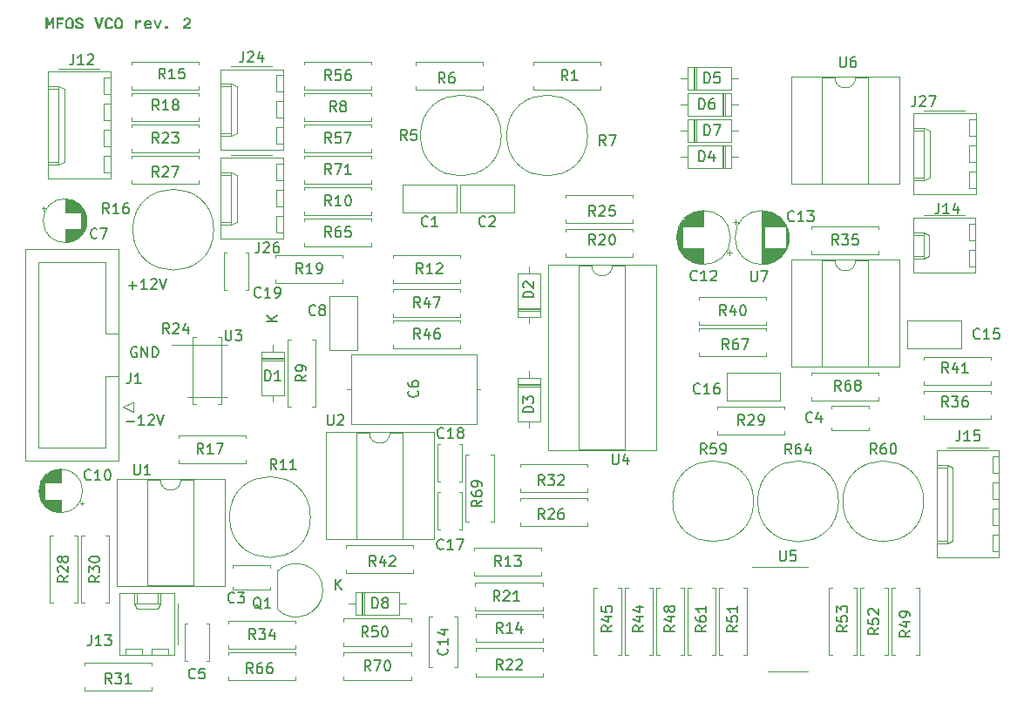
<source format=gto>
%TF.GenerationSoftware,KiCad,Pcbnew,6.0.8-f2edbf62ab~116~ubuntu22.04.1*%
%TF.CreationDate,2024-04-04T17:44:11-04:00*%
%TF.ProjectId,MFOS_VCO,4d464f53-5f56-4434-9f2e-6b696361645f,rev?*%
%TF.SameCoordinates,Original*%
%TF.FileFunction,Legend,Top*%
%TF.FilePolarity,Positive*%
%FSLAX46Y46*%
G04 Gerber Fmt 4.6, Leading zero omitted, Abs format (unit mm)*
G04 Created by KiCad (PCBNEW 6.0.8-f2edbf62ab~116~ubuntu22.04.1) date 2024-04-04 17:44:11*
%MOMM*%
%LPD*%
G01*
G04 APERTURE LIST*
%ADD10C,0.150000*%
%ADD11C,0.120000*%
G04 APERTURE END LIST*
D10*
X112014095Y-93734000D02*
X111918857Y-93686380D01*
X111776000Y-93686380D01*
X111633142Y-93734000D01*
X111537904Y-93829238D01*
X111490285Y-93924476D01*
X111442666Y-94114952D01*
X111442666Y-94257809D01*
X111490285Y-94448285D01*
X111537904Y-94543523D01*
X111633142Y-94638761D01*
X111776000Y-94686380D01*
X111871238Y-94686380D01*
X112014095Y-94638761D01*
X112061714Y-94591142D01*
X112061714Y-94257809D01*
X111871238Y-94257809D01*
X112490285Y-94686380D02*
X112490285Y-93686380D01*
X113061714Y-94686380D01*
X113061714Y-93686380D01*
X113537904Y-94686380D02*
X113537904Y-93686380D01*
X113776000Y-93686380D01*
X113918857Y-93734000D01*
X114014095Y-93829238D01*
X114061714Y-93924476D01*
X114109333Y-94114952D01*
X114109333Y-94257809D01*
X114061714Y-94448285D01*
X114014095Y-94543523D01*
X113918857Y-94638761D01*
X113776000Y-94686380D01*
X113537904Y-94686380D01*
X111014095Y-100909428D02*
X111776000Y-100909428D01*
X112776000Y-101290380D02*
X112204571Y-101290380D01*
X112490285Y-101290380D02*
X112490285Y-100290380D01*
X112395047Y-100433238D01*
X112299809Y-100528476D01*
X112204571Y-100576095D01*
X113156952Y-100385619D02*
X113204571Y-100338000D01*
X113299809Y-100290380D01*
X113537904Y-100290380D01*
X113633142Y-100338000D01*
X113680761Y-100385619D01*
X113728380Y-100480857D01*
X113728380Y-100576095D01*
X113680761Y-100718952D01*
X113109333Y-101290380D01*
X113728380Y-101290380D01*
X114014095Y-100290380D02*
X114347428Y-101290380D01*
X114680761Y-100290380D01*
X111268095Y-87701428D02*
X112030000Y-87701428D01*
X111649047Y-88082380D02*
X111649047Y-87320476D01*
X113030000Y-88082380D02*
X112458571Y-88082380D01*
X112744285Y-88082380D02*
X112744285Y-87082380D01*
X112649047Y-87225238D01*
X112553809Y-87320476D01*
X112458571Y-87368095D01*
X113410952Y-87177619D02*
X113458571Y-87130000D01*
X113553809Y-87082380D01*
X113791904Y-87082380D01*
X113887142Y-87130000D01*
X113934761Y-87177619D01*
X113982380Y-87272857D01*
X113982380Y-87368095D01*
X113934761Y-87510952D01*
X113363333Y-88082380D01*
X113982380Y-88082380D01*
X114268095Y-87082380D02*
X114601428Y-88082380D01*
X114934761Y-87082380D01*
%TO.C,Q1*%
X124110761Y-119165619D02*
X124015523Y-119118000D01*
X123920285Y-119022761D01*
X123777428Y-118879904D01*
X123682190Y-118832285D01*
X123586952Y-118832285D01*
X123634571Y-119070380D02*
X123539333Y-119022761D01*
X123444095Y-118927523D01*
X123396476Y-118737047D01*
X123396476Y-118403714D01*
X123444095Y-118213238D01*
X123539333Y-118118000D01*
X123634571Y-118070380D01*
X123825047Y-118070380D01*
X123920285Y-118118000D01*
X124015523Y-118213238D01*
X124063142Y-118403714D01*
X124063142Y-118737047D01*
X124015523Y-118927523D01*
X123920285Y-119022761D01*
X123825047Y-119070380D01*
X123634571Y-119070380D01*
X125015523Y-119070380D02*
X124444095Y-119070380D01*
X124729809Y-119070380D02*
X124729809Y-118070380D01*
X124634571Y-118213238D01*
X124539333Y-118308476D01*
X124444095Y-118356095D01*
%TO.C,J27*%
X187658476Y-69302380D02*
X187658476Y-70016666D01*
X187610857Y-70159523D01*
X187515619Y-70254761D01*
X187372761Y-70302380D01*
X187277523Y-70302380D01*
X188087047Y-69397619D02*
X188134666Y-69350000D01*
X188229904Y-69302380D01*
X188468000Y-69302380D01*
X188563238Y-69350000D01*
X188610857Y-69397619D01*
X188658476Y-69492857D01*
X188658476Y-69588095D01*
X188610857Y-69730952D01*
X188039428Y-70302380D01*
X188658476Y-70302380D01*
X188991809Y-69302380D02*
X189658476Y-69302380D01*
X189229904Y-70302380D01*
%TO.C,J26*%
X123904476Y-83526380D02*
X123904476Y-84240666D01*
X123856857Y-84383523D01*
X123761619Y-84478761D01*
X123618761Y-84526380D01*
X123523523Y-84526380D01*
X124333047Y-83621619D02*
X124380666Y-83574000D01*
X124475904Y-83526380D01*
X124714000Y-83526380D01*
X124809238Y-83574000D01*
X124856857Y-83621619D01*
X124904476Y-83716857D01*
X124904476Y-83812095D01*
X124856857Y-83954952D01*
X124285428Y-84526380D01*
X124904476Y-84526380D01*
X125761619Y-83526380D02*
X125571142Y-83526380D01*
X125475904Y-83574000D01*
X125428285Y-83621619D01*
X125333047Y-83764476D01*
X125285428Y-83954952D01*
X125285428Y-84335904D01*
X125333047Y-84431142D01*
X125380666Y-84478761D01*
X125475904Y-84526380D01*
X125666380Y-84526380D01*
X125761619Y-84478761D01*
X125809238Y-84431142D01*
X125856857Y-84335904D01*
X125856857Y-84097809D01*
X125809238Y-84002571D01*
X125761619Y-83954952D01*
X125666380Y-83907333D01*
X125475904Y-83907333D01*
X125380666Y-83954952D01*
X125333047Y-84002571D01*
X125285428Y-84097809D01*
%TO.C,J24*%
X122380476Y-64984380D02*
X122380476Y-65698666D01*
X122332857Y-65841523D01*
X122237619Y-65936761D01*
X122094761Y-65984380D01*
X121999523Y-65984380D01*
X122809047Y-65079619D02*
X122856666Y-65032000D01*
X122951904Y-64984380D01*
X123190000Y-64984380D01*
X123285238Y-65032000D01*
X123332857Y-65079619D01*
X123380476Y-65174857D01*
X123380476Y-65270095D01*
X123332857Y-65412952D01*
X122761428Y-65984380D01*
X123380476Y-65984380D01*
X124237619Y-65317714D02*
X124237619Y-65984380D01*
X123999523Y-64936761D02*
X123761428Y-65651047D01*
X124380476Y-65651047D01*
%TO.C,C15*%
X193921142Y-92813142D02*
X193873523Y-92860761D01*
X193730666Y-92908380D01*
X193635428Y-92908380D01*
X193492571Y-92860761D01*
X193397333Y-92765523D01*
X193349714Y-92670285D01*
X193302095Y-92479809D01*
X193302095Y-92336952D01*
X193349714Y-92146476D01*
X193397333Y-92051238D01*
X193492571Y-91956000D01*
X193635428Y-91908380D01*
X193730666Y-91908380D01*
X193873523Y-91956000D01*
X193921142Y-92003619D01*
X194873523Y-92908380D02*
X194302095Y-92908380D01*
X194587809Y-92908380D02*
X194587809Y-91908380D01*
X194492571Y-92051238D01*
X194397333Y-92146476D01*
X194302095Y-92194095D01*
X195778285Y-91908380D02*
X195302095Y-91908380D01*
X195254476Y-92384571D01*
X195302095Y-92336952D01*
X195397333Y-92289333D01*
X195635428Y-92289333D01*
X195730666Y-92336952D01*
X195778285Y-92384571D01*
X195825904Y-92479809D01*
X195825904Y-92717904D01*
X195778285Y-92813142D01*
X195730666Y-92860761D01*
X195635428Y-92908380D01*
X195397333Y-92908380D01*
X195302095Y-92860761D01*
X195254476Y-92813142D01*
%TO.C,R71*%
X130929142Y-76906380D02*
X130595809Y-76430190D01*
X130357714Y-76906380D02*
X130357714Y-75906380D01*
X130738666Y-75906380D01*
X130833904Y-75954000D01*
X130881523Y-76001619D01*
X130929142Y-76096857D01*
X130929142Y-76239714D01*
X130881523Y-76334952D01*
X130833904Y-76382571D01*
X130738666Y-76430190D01*
X130357714Y-76430190D01*
X131262476Y-75906380D02*
X131929142Y-75906380D01*
X131500571Y-76906380D01*
X132833904Y-76906380D02*
X132262476Y-76906380D01*
X132548190Y-76906380D02*
X132548190Y-75906380D01*
X132452952Y-76049238D01*
X132357714Y-76144476D01*
X132262476Y-76192095D01*
%TO.C,U4*%
X158242095Y-104100380D02*
X158242095Y-104909904D01*
X158289714Y-105005142D01*
X158337333Y-105052761D01*
X158432571Y-105100380D01*
X158623047Y-105100380D01*
X158718285Y-105052761D01*
X158765904Y-105005142D01*
X158813523Y-104909904D01*
X158813523Y-104100380D01*
X159718285Y-104433714D02*
X159718285Y-105100380D01*
X159480190Y-104052761D02*
X159242095Y-104767047D01*
X159861142Y-104767047D01*
%TO.C,R32*%
X151630142Y-107132380D02*
X151296809Y-106656190D01*
X151058714Y-107132380D02*
X151058714Y-106132380D01*
X151439666Y-106132380D01*
X151534904Y-106180000D01*
X151582523Y-106227619D01*
X151630142Y-106322857D01*
X151630142Y-106465714D01*
X151582523Y-106560952D01*
X151534904Y-106608571D01*
X151439666Y-106656190D01*
X151058714Y-106656190D01*
X151963476Y-106132380D02*
X152582523Y-106132380D01*
X152249190Y-106513333D01*
X152392047Y-106513333D01*
X152487285Y-106560952D01*
X152534904Y-106608571D01*
X152582523Y-106703809D01*
X152582523Y-106941904D01*
X152534904Y-107037142D01*
X152487285Y-107084761D01*
X152392047Y-107132380D01*
X152106333Y-107132380D01*
X152011095Y-107084761D01*
X151963476Y-107037142D01*
X152963476Y-106227619D02*
X153011095Y-106180000D01*
X153106333Y-106132380D01*
X153344428Y-106132380D01*
X153439666Y-106180000D01*
X153487285Y-106227619D01*
X153534904Y-106322857D01*
X153534904Y-106418095D01*
X153487285Y-106560952D01*
X152915857Y-107132380D01*
X153534904Y-107132380D01*
%TO.C,R26*%
X151630142Y-110434380D02*
X151296809Y-109958190D01*
X151058714Y-110434380D02*
X151058714Y-109434380D01*
X151439666Y-109434380D01*
X151534904Y-109482000D01*
X151582523Y-109529619D01*
X151630142Y-109624857D01*
X151630142Y-109767714D01*
X151582523Y-109862952D01*
X151534904Y-109910571D01*
X151439666Y-109958190D01*
X151058714Y-109958190D01*
X152011095Y-109529619D02*
X152058714Y-109482000D01*
X152153952Y-109434380D01*
X152392047Y-109434380D01*
X152487285Y-109482000D01*
X152534904Y-109529619D01*
X152582523Y-109624857D01*
X152582523Y-109720095D01*
X152534904Y-109862952D01*
X151963476Y-110434380D01*
X152582523Y-110434380D01*
X153439666Y-109434380D02*
X153249190Y-109434380D01*
X153153952Y-109482000D01*
X153106333Y-109529619D01*
X153011095Y-109672476D01*
X152963476Y-109862952D01*
X152963476Y-110243904D01*
X153011095Y-110339142D01*
X153058714Y-110386761D01*
X153153952Y-110434380D01*
X153344428Y-110434380D01*
X153439666Y-110386761D01*
X153487285Y-110339142D01*
X153534904Y-110243904D01*
X153534904Y-110005809D01*
X153487285Y-109910571D01*
X153439666Y-109862952D01*
X153344428Y-109815333D01*
X153153952Y-109815333D01*
X153058714Y-109862952D01*
X153011095Y-109910571D01*
X152963476Y-110005809D01*
%TO.C,R31*%
X109593142Y-126436380D02*
X109259809Y-125960190D01*
X109021714Y-126436380D02*
X109021714Y-125436380D01*
X109402666Y-125436380D01*
X109497904Y-125484000D01*
X109545523Y-125531619D01*
X109593142Y-125626857D01*
X109593142Y-125769714D01*
X109545523Y-125864952D01*
X109497904Y-125912571D01*
X109402666Y-125960190D01*
X109021714Y-125960190D01*
X109926476Y-125436380D02*
X110545523Y-125436380D01*
X110212190Y-125817333D01*
X110355047Y-125817333D01*
X110450285Y-125864952D01*
X110497904Y-125912571D01*
X110545523Y-126007809D01*
X110545523Y-126245904D01*
X110497904Y-126341142D01*
X110450285Y-126388761D01*
X110355047Y-126436380D01*
X110069333Y-126436380D01*
X109974095Y-126388761D01*
X109926476Y-126341142D01*
X111497904Y-126436380D02*
X110926476Y-126436380D01*
X111212190Y-126436380D02*
X111212190Y-125436380D01*
X111116952Y-125579238D01*
X111021714Y-125674476D01*
X110926476Y-125722095D01*
%TO.C,R67*%
X169537142Y-93924380D02*
X169203809Y-93448190D01*
X168965714Y-93924380D02*
X168965714Y-92924380D01*
X169346666Y-92924380D01*
X169441904Y-92972000D01*
X169489523Y-93019619D01*
X169537142Y-93114857D01*
X169537142Y-93257714D01*
X169489523Y-93352952D01*
X169441904Y-93400571D01*
X169346666Y-93448190D01*
X168965714Y-93448190D01*
X170394285Y-92924380D02*
X170203809Y-92924380D01*
X170108571Y-92972000D01*
X170060952Y-93019619D01*
X169965714Y-93162476D01*
X169918095Y-93352952D01*
X169918095Y-93733904D01*
X169965714Y-93829142D01*
X170013333Y-93876761D01*
X170108571Y-93924380D01*
X170299047Y-93924380D01*
X170394285Y-93876761D01*
X170441904Y-93829142D01*
X170489523Y-93733904D01*
X170489523Y-93495809D01*
X170441904Y-93400571D01*
X170394285Y-93352952D01*
X170299047Y-93305333D01*
X170108571Y-93305333D01*
X170013333Y-93352952D01*
X169965714Y-93400571D01*
X169918095Y-93495809D01*
X170822857Y-92924380D02*
X171489523Y-92924380D01*
X171060952Y-93924380D01*
%TO.C,C19*%
X124071142Y-88789142D02*
X124023523Y-88836761D01*
X123880666Y-88884380D01*
X123785428Y-88884380D01*
X123642571Y-88836761D01*
X123547333Y-88741523D01*
X123499714Y-88646285D01*
X123452095Y-88455809D01*
X123452095Y-88312952D01*
X123499714Y-88122476D01*
X123547333Y-88027238D01*
X123642571Y-87932000D01*
X123785428Y-87884380D01*
X123880666Y-87884380D01*
X124023523Y-87932000D01*
X124071142Y-87979619D01*
X125023523Y-88884380D02*
X124452095Y-88884380D01*
X124737809Y-88884380D02*
X124737809Y-87884380D01*
X124642571Y-88027238D01*
X124547333Y-88122476D01*
X124452095Y-88170095D01*
X125499714Y-88884380D02*
X125690190Y-88884380D01*
X125785428Y-88836761D01*
X125833047Y-88789142D01*
X125928285Y-88646285D01*
X125975904Y-88455809D01*
X125975904Y-88074857D01*
X125928285Y-87979619D01*
X125880666Y-87932000D01*
X125785428Y-87884380D01*
X125594952Y-87884380D01*
X125499714Y-87932000D01*
X125452095Y-87979619D01*
X125404476Y-88074857D01*
X125404476Y-88312952D01*
X125452095Y-88408190D01*
X125499714Y-88455809D01*
X125594952Y-88503428D01*
X125785428Y-88503428D01*
X125880666Y-88455809D01*
X125928285Y-88408190D01*
X125975904Y-88312952D01*
%TO.C,R66*%
X123309142Y-125420380D02*
X122975809Y-124944190D01*
X122737714Y-125420380D02*
X122737714Y-124420380D01*
X123118666Y-124420380D01*
X123213904Y-124468000D01*
X123261523Y-124515619D01*
X123309142Y-124610857D01*
X123309142Y-124753714D01*
X123261523Y-124848952D01*
X123213904Y-124896571D01*
X123118666Y-124944190D01*
X122737714Y-124944190D01*
X124166285Y-124420380D02*
X123975809Y-124420380D01*
X123880571Y-124468000D01*
X123832952Y-124515619D01*
X123737714Y-124658476D01*
X123690095Y-124848952D01*
X123690095Y-125229904D01*
X123737714Y-125325142D01*
X123785333Y-125372761D01*
X123880571Y-125420380D01*
X124071047Y-125420380D01*
X124166285Y-125372761D01*
X124213904Y-125325142D01*
X124261523Y-125229904D01*
X124261523Y-124991809D01*
X124213904Y-124896571D01*
X124166285Y-124848952D01*
X124071047Y-124801333D01*
X123880571Y-124801333D01*
X123785333Y-124848952D01*
X123737714Y-124896571D01*
X123690095Y-124991809D01*
X125118666Y-124420380D02*
X124928190Y-124420380D01*
X124832952Y-124468000D01*
X124785333Y-124515619D01*
X124690095Y-124658476D01*
X124642476Y-124848952D01*
X124642476Y-125229904D01*
X124690095Y-125325142D01*
X124737714Y-125372761D01*
X124832952Y-125420380D01*
X125023428Y-125420380D01*
X125118666Y-125372761D01*
X125166285Y-125325142D01*
X125213904Y-125229904D01*
X125213904Y-124991809D01*
X125166285Y-124896571D01*
X125118666Y-124848952D01*
X125023428Y-124801333D01*
X124832952Y-124801333D01*
X124737714Y-124848952D01*
X124690095Y-124896571D01*
X124642476Y-124991809D01*
%TO.C,R25*%
X156583142Y-80965380D02*
X156249809Y-80489190D01*
X156011714Y-80965380D02*
X156011714Y-79965380D01*
X156392666Y-79965380D01*
X156487904Y-80013000D01*
X156535523Y-80060619D01*
X156583142Y-80155857D01*
X156583142Y-80298714D01*
X156535523Y-80393952D01*
X156487904Y-80441571D01*
X156392666Y-80489190D01*
X156011714Y-80489190D01*
X156964095Y-80060619D02*
X157011714Y-80013000D01*
X157106952Y-79965380D01*
X157345047Y-79965380D01*
X157440285Y-80013000D01*
X157487904Y-80060619D01*
X157535523Y-80155857D01*
X157535523Y-80251095D01*
X157487904Y-80393952D01*
X156916476Y-80965380D01*
X157535523Y-80965380D01*
X158440285Y-79965380D02*
X157964095Y-79965380D01*
X157916476Y-80441571D01*
X157964095Y-80393952D01*
X158059333Y-80346333D01*
X158297428Y-80346333D01*
X158392666Y-80393952D01*
X158440285Y-80441571D01*
X158487904Y-80536809D01*
X158487904Y-80774904D01*
X158440285Y-80870142D01*
X158392666Y-80917761D01*
X158297428Y-80965380D01*
X158059333Y-80965380D01*
X157964095Y-80917761D01*
X157916476Y-80870142D01*
%TO.C,R30*%
X108402380Y-115958857D02*
X107926190Y-116292190D01*
X108402380Y-116530285D02*
X107402380Y-116530285D01*
X107402380Y-116149333D01*
X107450000Y-116054095D01*
X107497619Y-116006476D01*
X107592857Y-115958857D01*
X107735714Y-115958857D01*
X107830952Y-116006476D01*
X107878571Y-116054095D01*
X107926190Y-116149333D01*
X107926190Y-116530285D01*
X107402380Y-115625523D02*
X107402380Y-115006476D01*
X107783333Y-115339809D01*
X107783333Y-115196952D01*
X107830952Y-115101714D01*
X107878571Y-115054095D01*
X107973809Y-115006476D01*
X108211904Y-115006476D01*
X108307142Y-115054095D01*
X108354761Y-115101714D01*
X108402380Y-115196952D01*
X108402380Y-115482666D01*
X108354761Y-115577904D01*
X108307142Y-115625523D01*
X107402380Y-114387428D02*
X107402380Y-114292190D01*
X107450000Y-114196952D01*
X107497619Y-114149333D01*
X107592857Y-114101714D01*
X107783333Y-114054095D01*
X108021428Y-114054095D01*
X108211904Y-114101714D01*
X108307142Y-114149333D01*
X108354761Y-114196952D01*
X108402380Y-114292190D01*
X108402380Y-114387428D01*
X108354761Y-114482666D01*
X108307142Y-114530285D01*
X108211904Y-114577904D01*
X108021428Y-114625523D01*
X107783333Y-114625523D01*
X107592857Y-114577904D01*
X107497619Y-114530285D01*
X107450000Y-114482666D01*
X107402380Y-114387428D01*
%TO.C,R61*%
X167330380Y-120784857D02*
X166854190Y-121118190D01*
X167330380Y-121356285D02*
X166330380Y-121356285D01*
X166330380Y-120975333D01*
X166378000Y-120880095D01*
X166425619Y-120832476D01*
X166520857Y-120784857D01*
X166663714Y-120784857D01*
X166758952Y-120832476D01*
X166806571Y-120880095D01*
X166854190Y-120975333D01*
X166854190Y-121356285D01*
X166330380Y-119927714D02*
X166330380Y-120118190D01*
X166378000Y-120213428D01*
X166425619Y-120261047D01*
X166568476Y-120356285D01*
X166758952Y-120403904D01*
X167139904Y-120403904D01*
X167235142Y-120356285D01*
X167282761Y-120308666D01*
X167330380Y-120213428D01*
X167330380Y-120022952D01*
X167282761Y-119927714D01*
X167235142Y-119880095D01*
X167139904Y-119832476D01*
X166901809Y-119832476D01*
X166806571Y-119880095D01*
X166758952Y-119927714D01*
X166711333Y-120022952D01*
X166711333Y-120213428D01*
X166758952Y-120308666D01*
X166806571Y-120356285D01*
X166901809Y-120403904D01*
X167330380Y-118880095D02*
X167330380Y-119451523D01*
X167330380Y-119165809D02*
X166330380Y-119165809D01*
X166473238Y-119261047D01*
X166568476Y-119356285D01*
X166616095Y-119451523D01*
%TO.C,D2*%
X150566380Y-88876095D02*
X149566380Y-88876095D01*
X149566380Y-88638000D01*
X149614000Y-88495142D01*
X149709238Y-88399904D01*
X149804476Y-88352285D01*
X149994952Y-88304666D01*
X150137809Y-88304666D01*
X150328285Y-88352285D01*
X150423523Y-88399904D01*
X150518761Y-88495142D01*
X150566380Y-88638000D01*
X150566380Y-88876095D01*
X149661619Y-87923714D02*
X149614000Y-87876095D01*
X149566380Y-87780857D01*
X149566380Y-87542761D01*
X149614000Y-87447523D01*
X149661619Y-87399904D01*
X149756857Y-87352285D01*
X149852095Y-87352285D01*
X149994952Y-87399904D01*
X150566380Y-87971333D01*
X150566380Y-87352285D01*
%TO.C,R60*%
X183907142Y-104102380D02*
X183573809Y-103626190D01*
X183335714Y-104102380D02*
X183335714Y-103102380D01*
X183716666Y-103102380D01*
X183811904Y-103150000D01*
X183859523Y-103197619D01*
X183907142Y-103292857D01*
X183907142Y-103435714D01*
X183859523Y-103530952D01*
X183811904Y-103578571D01*
X183716666Y-103626190D01*
X183335714Y-103626190D01*
X184764285Y-103102380D02*
X184573809Y-103102380D01*
X184478571Y-103150000D01*
X184430952Y-103197619D01*
X184335714Y-103340476D01*
X184288095Y-103530952D01*
X184288095Y-103911904D01*
X184335714Y-104007142D01*
X184383333Y-104054761D01*
X184478571Y-104102380D01*
X184669047Y-104102380D01*
X184764285Y-104054761D01*
X184811904Y-104007142D01*
X184859523Y-103911904D01*
X184859523Y-103673809D01*
X184811904Y-103578571D01*
X184764285Y-103530952D01*
X184669047Y-103483333D01*
X184478571Y-103483333D01*
X184383333Y-103530952D01*
X184335714Y-103578571D01*
X184288095Y-103673809D01*
X185478571Y-103102380D02*
X185573809Y-103102380D01*
X185669047Y-103150000D01*
X185716666Y-103197619D01*
X185764285Y-103292857D01*
X185811904Y-103483333D01*
X185811904Y-103721428D01*
X185764285Y-103911904D01*
X185716666Y-104007142D01*
X185669047Y-104054761D01*
X185573809Y-104102380D01*
X185478571Y-104102380D01*
X185383333Y-104054761D01*
X185335714Y-104007142D01*
X185288095Y-103911904D01*
X185240476Y-103721428D01*
X185240476Y-103483333D01*
X185288095Y-103292857D01*
X185335714Y-103197619D01*
X185383333Y-103150000D01*
X185478571Y-103102380D01*
%TO.C,C12*%
X166444255Y-87165142D02*
X166396636Y-87212761D01*
X166253779Y-87260380D01*
X166158541Y-87260380D01*
X166015684Y-87212761D01*
X165920446Y-87117523D01*
X165872827Y-87022285D01*
X165825208Y-86831809D01*
X165825208Y-86688952D01*
X165872827Y-86498476D01*
X165920446Y-86403238D01*
X166015684Y-86308000D01*
X166158541Y-86260380D01*
X166253779Y-86260380D01*
X166396636Y-86308000D01*
X166444255Y-86355619D01*
X167396636Y-87260380D02*
X166825208Y-87260380D01*
X167110922Y-87260380D02*
X167110922Y-86260380D01*
X167015684Y-86403238D01*
X166920446Y-86498476D01*
X166825208Y-86546095D01*
X167777589Y-86355619D02*
X167825208Y-86308000D01*
X167920446Y-86260380D01*
X168158541Y-86260380D01*
X168253779Y-86308000D01*
X168301398Y-86355619D01*
X168349017Y-86450857D01*
X168349017Y-86546095D01*
X168301398Y-86688952D01*
X167729970Y-87260380D01*
X168349017Y-87260380D01*
%TO.C,R69*%
X145548380Y-108612857D02*
X145072190Y-108946190D01*
X145548380Y-109184285D02*
X144548380Y-109184285D01*
X144548380Y-108803333D01*
X144596000Y-108708095D01*
X144643619Y-108660476D01*
X144738857Y-108612857D01*
X144881714Y-108612857D01*
X144976952Y-108660476D01*
X145024571Y-108708095D01*
X145072190Y-108803333D01*
X145072190Y-109184285D01*
X144548380Y-107755714D02*
X144548380Y-107946190D01*
X144596000Y-108041428D01*
X144643619Y-108089047D01*
X144786476Y-108184285D01*
X144976952Y-108231904D01*
X145357904Y-108231904D01*
X145453142Y-108184285D01*
X145500761Y-108136666D01*
X145548380Y-108041428D01*
X145548380Y-107850952D01*
X145500761Y-107755714D01*
X145453142Y-107708095D01*
X145357904Y-107660476D01*
X145119809Y-107660476D01*
X145024571Y-107708095D01*
X144976952Y-107755714D01*
X144929333Y-107850952D01*
X144929333Y-108041428D01*
X144976952Y-108136666D01*
X145024571Y-108184285D01*
X145119809Y-108231904D01*
X145548380Y-107184285D02*
X145548380Y-106993809D01*
X145500761Y-106898571D01*
X145453142Y-106850952D01*
X145310285Y-106755714D01*
X145119809Y-106708095D01*
X144738857Y-106708095D01*
X144643619Y-106755714D01*
X144596000Y-106803333D01*
X144548380Y-106898571D01*
X144548380Y-107089047D01*
X144596000Y-107184285D01*
X144643619Y-107231904D01*
X144738857Y-107279523D01*
X144976952Y-107279523D01*
X145072190Y-107231904D01*
X145119809Y-107184285D01*
X145167428Y-107089047D01*
X145167428Y-106898571D01*
X145119809Y-106803333D01*
X145072190Y-106755714D01*
X144976952Y-106708095D01*
%TO.C,U2*%
X130556095Y-100290380D02*
X130556095Y-101099904D01*
X130603714Y-101195142D01*
X130651333Y-101242761D01*
X130746571Y-101290380D01*
X130937047Y-101290380D01*
X131032285Y-101242761D01*
X131079904Y-101195142D01*
X131127523Y-101099904D01*
X131127523Y-100290380D01*
X131556095Y-100385619D02*
X131603714Y-100338000D01*
X131698952Y-100290380D01*
X131937047Y-100290380D01*
X132032285Y-100338000D01*
X132079904Y-100385619D01*
X132127523Y-100480857D01*
X132127523Y-100576095D01*
X132079904Y-100718952D01*
X131508476Y-101290380D01*
X132127523Y-101290380D01*
%TO.C,J13*%
X107590476Y-121727380D02*
X107590476Y-122441666D01*
X107542857Y-122584523D01*
X107447619Y-122679761D01*
X107304761Y-122727380D01*
X107209523Y-122727380D01*
X108590476Y-122727380D02*
X108019047Y-122727380D01*
X108304761Y-122727380D02*
X108304761Y-121727380D01*
X108209523Y-121870238D01*
X108114285Y-121965476D01*
X108019047Y-122013095D01*
X108923809Y-121727380D02*
X109542857Y-121727380D01*
X109209523Y-122108333D01*
X109352380Y-122108333D01*
X109447619Y-122155952D01*
X109495238Y-122203571D01*
X109542857Y-122298809D01*
X109542857Y-122536904D01*
X109495238Y-122632142D01*
X109447619Y-122679761D01*
X109352380Y-122727380D01*
X109066666Y-122727380D01*
X108971428Y-122679761D01*
X108923809Y-122632142D01*
%TO.C,D4*%
X166647904Y-75636380D02*
X166647904Y-74636380D01*
X166886000Y-74636380D01*
X167028857Y-74684000D01*
X167124095Y-74779238D01*
X167171714Y-74874476D01*
X167219333Y-75064952D01*
X167219333Y-75207809D01*
X167171714Y-75398285D01*
X167124095Y-75493523D01*
X167028857Y-75588761D01*
X166886000Y-75636380D01*
X166647904Y-75636380D01*
X168076476Y-74969714D02*
X168076476Y-75636380D01*
X167838380Y-74588761D02*
X167600285Y-75303047D01*
X168219333Y-75303047D01*
%TO.C,C2*%
X145890833Y-81891142D02*
X145843214Y-81938761D01*
X145700357Y-81986380D01*
X145605119Y-81986380D01*
X145462261Y-81938761D01*
X145367023Y-81843523D01*
X145319404Y-81748285D01*
X145271785Y-81557809D01*
X145271785Y-81414952D01*
X145319404Y-81224476D01*
X145367023Y-81129238D01*
X145462261Y-81034000D01*
X145605119Y-80986380D01*
X145700357Y-80986380D01*
X145843214Y-81034000D01*
X145890833Y-81081619D01*
X146271785Y-81081619D02*
X146319404Y-81034000D01*
X146414642Y-80986380D01*
X146652738Y-80986380D01*
X146747976Y-81034000D01*
X146795595Y-81081619D01*
X146843214Y-81176857D01*
X146843214Y-81272095D01*
X146795595Y-81414952D01*
X146224166Y-81986380D01*
X146843214Y-81986380D01*
%TO.C,R21*%
X147288142Y-118402380D02*
X146954809Y-117926190D01*
X146716714Y-118402380D02*
X146716714Y-117402380D01*
X147097666Y-117402380D01*
X147192904Y-117450000D01*
X147240523Y-117497619D01*
X147288142Y-117592857D01*
X147288142Y-117735714D01*
X147240523Y-117830952D01*
X147192904Y-117878571D01*
X147097666Y-117926190D01*
X146716714Y-117926190D01*
X147669095Y-117497619D02*
X147716714Y-117450000D01*
X147811952Y-117402380D01*
X148050047Y-117402380D01*
X148145285Y-117450000D01*
X148192904Y-117497619D01*
X148240523Y-117592857D01*
X148240523Y-117688095D01*
X148192904Y-117830952D01*
X147621476Y-118402380D01*
X148240523Y-118402380D01*
X149192904Y-118402380D02*
X148621476Y-118402380D01*
X148907190Y-118402380D02*
X148907190Y-117402380D01*
X148811952Y-117545238D01*
X148716714Y-117640476D01*
X148621476Y-117688095D01*
%TO.C,D1*%
X124483904Y-96972380D02*
X124483904Y-95972380D01*
X124722000Y-95972380D01*
X124864857Y-96020000D01*
X124960095Y-96115238D01*
X125007714Y-96210476D01*
X125055333Y-96400952D01*
X125055333Y-96543809D01*
X125007714Y-96734285D01*
X124960095Y-96829523D01*
X124864857Y-96924761D01*
X124722000Y-96972380D01*
X124483904Y-96972380D01*
X126007714Y-96972380D02*
X125436285Y-96972380D01*
X125722000Y-96972380D02*
X125722000Y-95972380D01*
X125626761Y-96115238D01*
X125531523Y-96210476D01*
X125436285Y-96258095D01*
X125674380Y-91193904D02*
X124674380Y-91193904D01*
X125674380Y-90622476D02*
X125102952Y-91051047D01*
X124674380Y-90622476D02*
X125245809Y-91193904D01*
%TO.C,R40*%
X169283142Y-90622380D02*
X168949809Y-90146190D01*
X168711714Y-90622380D02*
X168711714Y-89622380D01*
X169092666Y-89622380D01*
X169187904Y-89670000D01*
X169235523Y-89717619D01*
X169283142Y-89812857D01*
X169283142Y-89955714D01*
X169235523Y-90050952D01*
X169187904Y-90098571D01*
X169092666Y-90146190D01*
X168711714Y-90146190D01*
X170140285Y-89955714D02*
X170140285Y-90622380D01*
X169902190Y-89574761D02*
X169664095Y-90289047D01*
X170283142Y-90289047D01*
X170854571Y-89622380D02*
X170949809Y-89622380D01*
X171045047Y-89670000D01*
X171092666Y-89717619D01*
X171140285Y-89812857D01*
X171187904Y-90003333D01*
X171187904Y-90241428D01*
X171140285Y-90431904D01*
X171092666Y-90527142D01*
X171045047Y-90574761D01*
X170949809Y-90622380D01*
X170854571Y-90622380D01*
X170759333Y-90574761D01*
X170711714Y-90527142D01*
X170664095Y-90431904D01*
X170616476Y-90241428D01*
X170616476Y-90003333D01*
X170664095Y-89812857D01*
X170711714Y-89717619D01*
X170759333Y-89670000D01*
X170854571Y-89622380D01*
%TO.C,C14*%
X142157142Y-123017857D02*
X142204761Y-123065476D01*
X142252380Y-123208333D01*
X142252380Y-123303571D01*
X142204761Y-123446428D01*
X142109523Y-123541666D01*
X142014285Y-123589285D01*
X141823809Y-123636904D01*
X141680952Y-123636904D01*
X141490476Y-123589285D01*
X141395238Y-123541666D01*
X141300000Y-123446428D01*
X141252380Y-123303571D01*
X141252380Y-123208333D01*
X141300000Y-123065476D01*
X141347619Y-123017857D01*
X142252380Y-122065476D02*
X142252380Y-122636904D01*
X142252380Y-122351190D02*
X141252380Y-122351190D01*
X141395238Y-122446428D01*
X141490476Y-122541666D01*
X141538095Y-122636904D01*
X141585714Y-121208333D02*
X142252380Y-121208333D01*
X141204761Y-121446428D02*
X141919047Y-121684523D01*
X141919047Y-121065476D01*
%TO.C,D6*%
X166647904Y-70556380D02*
X166647904Y-69556380D01*
X166886000Y-69556380D01*
X167028857Y-69604000D01*
X167124095Y-69699238D01*
X167171714Y-69794476D01*
X167219333Y-69984952D01*
X167219333Y-70127809D01*
X167171714Y-70318285D01*
X167124095Y-70413523D01*
X167028857Y-70508761D01*
X166886000Y-70556380D01*
X166647904Y-70556380D01*
X168076476Y-69556380D02*
X167886000Y-69556380D01*
X167790761Y-69604000D01*
X167743142Y-69651619D01*
X167647904Y-69794476D01*
X167600285Y-69984952D01*
X167600285Y-70365904D01*
X167647904Y-70461142D01*
X167695523Y-70508761D01*
X167790761Y-70556380D01*
X167981238Y-70556380D01*
X168076476Y-70508761D01*
X168124095Y-70461142D01*
X168171714Y-70365904D01*
X168171714Y-70127809D01*
X168124095Y-70032571D01*
X168076476Y-69984952D01*
X167981238Y-69937333D01*
X167790761Y-69937333D01*
X167695523Y-69984952D01*
X167647904Y-70032571D01*
X167600285Y-70127809D01*
%TO.C,C1*%
X140307833Y-81891142D02*
X140260214Y-81938761D01*
X140117357Y-81986380D01*
X140022119Y-81986380D01*
X139879261Y-81938761D01*
X139784023Y-81843523D01*
X139736404Y-81748285D01*
X139688785Y-81557809D01*
X139688785Y-81414952D01*
X139736404Y-81224476D01*
X139784023Y-81129238D01*
X139879261Y-81034000D01*
X140022119Y-80986380D01*
X140117357Y-80986380D01*
X140260214Y-81034000D01*
X140307833Y-81081619D01*
X141260214Y-81986380D02*
X140688785Y-81986380D01*
X140974500Y-81986380D02*
X140974500Y-80986380D01*
X140879261Y-81129238D01*
X140784023Y-81224476D01*
X140688785Y-81272095D01*
%TO.C,U7*%
X171704095Y-86320380D02*
X171704095Y-87129904D01*
X171751714Y-87225142D01*
X171799333Y-87272761D01*
X171894571Y-87320380D01*
X172085047Y-87320380D01*
X172180285Y-87272761D01*
X172227904Y-87225142D01*
X172275523Y-87129904D01*
X172275523Y-86320380D01*
X172656476Y-86320380D02*
X173323142Y-86320380D01*
X172894571Y-87320380D01*
%TO.C,R35*%
X180205142Y-83764380D02*
X179871809Y-83288190D01*
X179633714Y-83764380D02*
X179633714Y-82764380D01*
X180014666Y-82764380D01*
X180109904Y-82812000D01*
X180157523Y-82859619D01*
X180205142Y-82954857D01*
X180205142Y-83097714D01*
X180157523Y-83192952D01*
X180109904Y-83240571D01*
X180014666Y-83288190D01*
X179633714Y-83288190D01*
X180538476Y-82764380D02*
X181157523Y-82764380D01*
X180824190Y-83145333D01*
X180967047Y-83145333D01*
X181062285Y-83192952D01*
X181109904Y-83240571D01*
X181157523Y-83335809D01*
X181157523Y-83573904D01*
X181109904Y-83669142D01*
X181062285Y-83716761D01*
X180967047Y-83764380D01*
X180681333Y-83764380D01*
X180586095Y-83716761D01*
X180538476Y-83669142D01*
X182062285Y-82764380D02*
X181586095Y-82764380D01*
X181538476Y-83240571D01*
X181586095Y-83192952D01*
X181681333Y-83145333D01*
X181919428Y-83145333D01*
X182014666Y-83192952D01*
X182062285Y-83240571D01*
X182109904Y-83335809D01*
X182109904Y-83573904D01*
X182062285Y-83669142D01*
X182014666Y-83716761D01*
X181919428Y-83764380D01*
X181681333Y-83764380D01*
X181586095Y-83716761D01*
X181538476Y-83669142D01*
%TO.C,R8*%
X131405333Y-70810380D02*
X131072000Y-70334190D01*
X130833904Y-70810380D02*
X130833904Y-69810380D01*
X131214857Y-69810380D01*
X131310095Y-69858000D01*
X131357714Y-69905619D01*
X131405333Y-70000857D01*
X131405333Y-70143714D01*
X131357714Y-70238952D01*
X131310095Y-70286571D01*
X131214857Y-70334190D01*
X130833904Y-70334190D01*
X131976761Y-70238952D02*
X131881523Y-70191333D01*
X131833904Y-70143714D01*
X131786285Y-70048476D01*
X131786285Y-70000857D01*
X131833904Y-69905619D01*
X131881523Y-69858000D01*
X131976761Y-69810380D01*
X132167238Y-69810380D01*
X132262476Y-69858000D01*
X132310095Y-69905619D01*
X132357714Y-70000857D01*
X132357714Y-70048476D01*
X132310095Y-70143714D01*
X132262476Y-70191333D01*
X132167238Y-70238952D01*
X131976761Y-70238952D01*
X131881523Y-70286571D01*
X131833904Y-70334190D01*
X131786285Y-70429428D01*
X131786285Y-70619904D01*
X131833904Y-70715142D01*
X131881523Y-70762761D01*
X131976761Y-70810380D01*
X132167238Y-70810380D01*
X132262476Y-70762761D01*
X132310095Y-70715142D01*
X132357714Y-70619904D01*
X132357714Y-70429428D01*
X132310095Y-70334190D01*
X132262476Y-70286571D01*
X132167238Y-70238952D01*
%TO.C,U6*%
X180340095Y-65492380D02*
X180340095Y-66301904D01*
X180387714Y-66397142D01*
X180435333Y-66444761D01*
X180530571Y-66492380D01*
X180721047Y-66492380D01*
X180816285Y-66444761D01*
X180863904Y-66397142D01*
X180911523Y-66301904D01*
X180911523Y-65492380D01*
X181816285Y-65492380D02*
X181625809Y-65492380D01*
X181530571Y-65540000D01*
X181482952Y-65587619D01*
X181387714Y-65730476D01*
X181340095Y-65920952D01*
X181340095Y-66301904D01*
X181387714Y-66397142D01*
X181435333Y-66444761D01*
X181530571Y-66492380D01*
X181721047Y-66492380D01*
X181816285Y-66444761D01*
X181863904Y-66397142D01*
X181911523Y-66301904D01*
X181911523Y-66063809D01*
X181863904Y-65968571D01*
X181816285Y-65920952D01*
X181721047Y-65873333D01*
X181530571Y-65873333D01*
X181435333Y-65920952D01*
X181387714Y-65968571D01*
X181340095Y-66063809D01*
%TO.C,R36*%
X190873142Y-99512380D02*
X190539809Y-99036190D01*
X190301714Y-99512380D02*
X190301714Y-98512380D01*
X190682666Y-98512380D01*
X190777904Y-98560000D01*
X190825523Y-98607619D01*
X190873142Y-98702857D01*
X190873142Y-98845714D01*
X190825523Y-98940952D01*
X190777904Y-98988571D01*
X190682666Y-99036190D01*
X190301714Y-99036190D01*
X191206476Y-98512380D02*
X191825523Y-98512380D01*
X191492190Y-98893333D01*
X191635047Y-98893333D01*
X191730285Y-98940952D01*
X191777904Y-98988571D01*
X191825523Y-99083809D01*
X191825523Y-99321904D01*
X191777904Y-99417142D01*
X191730285Y-99464761D01*
X191635047Y-99512380D01*
X191349333Y-99512380D01*
X191254095Y-99464761D01*
X191206476Y-99417142D01*
X192682666Y-98512380D02*
X192492190Y-98512380D01*
X192396952Y-98560000D01*
X192349333Y-98607619D01*
X192254095Y-98750476D01*
X192206476Y-98940952D01*
X192206476Y-99321904D01*
X192254095Y-99417142D01*
X192301714Y-99464761D01*
X192396952Y-99512380D01*
X192587428Y-99512380D01*
X192682666Y-99464761D01*
X192730285Y-99417142D01*
X192777904Y-99321904D01*
X192777904Y-99083809D01*
X192730285Y-98988571D01*
X192682666Y-98940952D01*
X192587428Y-98893333D01*
X192396952Y-98893333D01*
X192301714Y-98940952D01*
X192254095Y-98988571D01*
X192206476Y-99083809D01*
%TO.C,R5*%
X138263333Y-73589380D02*
X137930000Y-73113190D01*
X137691904Y-73589380D02*
X137691904Y-72589380D01*
X138072857Y-72589380D01*
X138168095Y-72637000D01*
X138215714Y-72684619D01*
X138263333Y-72779857D01*
X138263333Y-72922714D01*
X138215714Y-73017952D01*
X138168095Y-73065571D01*
X138072857Y-73113190D01*
X137691904Y-73113190D01*
X139168095Y-72589380D02*
X138691904Y-72589380D01*
X138644285Y-73065571D01*
X138691904Y-73017952D01*
X138787142Y-72970333D01*
X139025238Y-72970333D01*
X139120476Y-73017952D01*
X139168095Y-73065571D01*
X139215714Y-73160809D01*
X139215714Y-73398904D01*
X139168095Y-73494142D01*
X139120476Y-73541761D01*
X139025238Y-73589380D01*
X138787142Y-73589380D01*
X138691904Y-73541761D01*
X138644285Y-73494142D01*
%TO.C,C5*%
X117689333Y-125853142D02*
X117641714Y-125900761D01*
X117498857Y-125948380D01*
X117403619Y-125948380D01*
X117260761Y-125900761D01*
X117165523Y-125805523D01*
X117117904Y-125710285D01*
X117070285Y-125519809D01*
X117070285Y-125376952D01*
X117117904Y-125186476D01*
X117165523Y-125091238D01*
X117260761Y-124996000D01*
X117403619Y-124948380D01*
X117498857Y-124948380D01*
X117641714Y-124996000D01*
X117689333Y-125043619D01*
X118594095Y-124948380D02*
X118117904Y-124948380D01*
X118070285Y-125424571D01*
X118117904Y-125376952D01*
X118213142Y-125329333D01*
X118451238Y-125329333D01*
X118546476Y-125376952D01*
X118594095Y-125424571D01*
X118641714Y-125519809D01*
X118641714Y-125757904D01*
X118594095Y-125853142D01*
X118546476Y-125900761D01*
X118451238Y-125948380D01*
X118213142Y-125948380D01*
X118117904Y-125900761D01*
X118070285Y-125853142D01*
%TO.C,R47*%
X139565142Y-89860380D02*
X139231809Y-89384190D01*
X138993714Y-89860380D02*
X138993714Y-88860380D01*
X139374666Y-88860380D01*
X139469904Y-88908000D01*
X139517523Y-88955619D01*
X139565142Y-89050857D01*
X139565142Y-89193714D01*
X139517523Y-89288952D01*
X139469904Y-89336571D01*
X139374666Y-89384190D01*
X138993714Y-89384190D01*
X140422285Y-89193714D02*
X140422285Y-89860380D01*
X140184190Y-88812761D02*
X139946095Y-89527047D01*
X140565142Y-89527047D01*
X140850857Y-88860380D02*
X141517523Y-88860380D01*
X141088952Y-89860380D01*
%TO.C,R28*%
X105354380Y-115958857D02*
X104878190Y-116292190D01*
X105354380Y-116530285D02*
X104354380Y-116530285D01*
X104354380Y-116149333D01*
X104402000Y-116054095D01*
X104449619Y-116006476D01*
X104544857Y-115958857D01*
X104687714Y-115958857D01*
X104782952Y-116006476D01*
X104830571Y-116054095D01*
X104878190Y-116149333D01*
X104878190Y-116530285D01*
X104449619Y-115577904D02*
X104402000Y-115530285D01*
X104354380Y-115435047D01*
X104354380Y-115196952D01*
X104402000Y-115101714D01*
X104449619Y-115054095D01*
X104544857Y-115006476D01*
X104640095Y-115006476D01*
X104782952Y-115054095D01*
X105354380Y-115625523D01*
X105354380Y-115006476D01*
X104782952Y-114435047D02*
X104735333Y-114530285D01*
X104687714Y-114577904D01*
X104592476Y-114625523D01*
X104544857Y-114625523D01*
X104449619Y-114577904D01*
X104402000Y-114530285D01*
X104354380Y-114435047D01*
X104354380Y-114244571D01*
X104402000Y-114149333D01*
X104449619Y-114101714D01*
X104544857Y-114054095D01*
X104592476Y-114054095D01*
X104687714Y-114101714D01*
X104735333Y-114149333D01*
X104782952Y-114244571D01*
X104782952Y-114435047D01*
X104830571Y-114530285D01*
X104878190Y-114577904D01*
X104973428Y-114625523D01*
X105163904Y-114625523D01*
X105259142Y-114577904D01*
X105306761Y-114530285D01*
X105354380Y-114435047D01*
X105354380Y-114244571D01*
X105306761Y-114149333D01*
X105259142Y-114101714D01*
X105163904Y-114054095D01*
X104973428Y-114054095D01*
X104878190Y-114101714D01*
X104830571Y-114149333D01*
X104782952Y-114244571D01*
%TO.C,R42*%
X135247142Y-115006380D02*
X134913809Y-114530190D01*
X134675714Y-115006380D02*
X134675714Y-114006380D01*
X135056666Y-114006380D01*
X135151904Y-114054000D01*
X135199523Y-114101619D01*
X135247142Y-114196857D01*
X135247142Y-114339714D01*
X135199523Y-114434952D01*
X135151904Y-114482571D01*
X135056666Y-114530190D01*
X134675714Y-114530190D01*
X136104285Y-114339714D02*
X136104285Y-115006380D01*
X135866190Y-113958761D02*
X135628095Y-114673047D01*
X136247142Y-114673047D01*
X136580476Y-114101619D02*
X136628095Y-114054000D01*
X136723333Y-114006380D01*
X136961428Y-114006380D01*
X137056666Y-114054000D01*
X137104285Y-114101619D01*
X137151904Y-114196857D01*
X137151904Y-114292095D01*
X137104285Y-114434952D01*
X136532857Y-115006380D01*
X137151904Y-115006380D01*
%TO.C,J15*%
X191976476Y-101814380D02*
X191976476Y-102528666D01*
X191928857Y-102671523D01*
X191833619Y-102766761D01*
X191690761Y-102814380D01*
X191595523Y-102814380D01*
X192976476Y-102814380D02*
X192405047Y-102814380D01*
X192690761Y-102814380D02*
X192690761Y-101814380D01*
X192595523Y-101957238D01*
X192500285Y-102052476D01*
X192405047Y-102100095D01*
X193881238Y-101814380D02*
X193405047Y-101814380D01*
X193357428Y-102290571D01*
X193405047Y-102242952D01*
X193500285Y-102195333D01*
X193738380Y-102195333D01*
X193833619Y-102242952D01*
X193881238Y-102290571D01*
X193928857Y-102385809D01*
X193928857Y-102623904D01*
X193881238Y-102719142D01*
X193833619Y-102766761D01*
X193738380Y-102814380D01*
X193500285Y-102814380D01*
X193405047Y-102766761D01*
X193357428Y-102719142D01*
%TO.C,R23*%
X114165142Y-73858380D02*
X113831809Y-73382190D01*
X113593714Y-73858380D02*
X113593714Y-72858380D01*
X113974666Y-72858380D01*
X114069904Y-72906000D01*
X114117523Y-72953619D01*
X114165142Y-73048857D01*
X114165142Y-73191714D01*
X114117523Y-73286952D01*
X114069904Y-73334571D01*
X113974666Y-73382190D01*
X113593714Y-73382190D01*
X114546095Y-72953619D02*
X114593714Y-72906000D01*
X114688952Y-72858380D01*
X114927047Y-72858380D01*
X115022285Y-72906000D01*
X115069904Y-72953619D01*
X115117523Y-73048857D01*
X115117523Y-73144095D01*
X115069904Y-73286952D01*
X114498476Y-73858380D01*
X115117523Y-73858380D01*
X115450857Y-72858380D02*
X116069904Y-72858380D01*
X115736571Y-73239333D01*
X115879428Y-73239333D01*
X115974666Y-73286952D01*
X116022285Y-73334571D01*
X116069904Y-73429809D01*
X116069904Y-73667904D01*
X116022285Y-73763142D01*
X115974666Y-73810761D01*
X115879428Y-73858380D01*
X115593714Y-73858380D01*
X115498476Y-73810761D01*
X115450857Y-73763142D01*
%TO.C,R51*%
X170378380Y-120784857D02*
X169902190Y-121118190D01*
X170378380Y-121356285D02*
X169378380Y-121356285D01*
X169378380Y-120975333D01*
X169426000Y-120880095D01*
X169473619Y-120832476D01*
X169568857Y-120784857D01*
X169711714Y-120784857D01*
X169806952Y-120832476D01*
X169854571Y-120880095D01*
X169902190Y-120975333D01*
X169902190Y-121356285D01*
X169378380Y-119880095D02*
X169378380Y-120356285D01*
X169854571Y-120403904D01*
X169806952Y-120356285D01*
X169759333Y-120261047D01*
X169759333Y-120022952D01*
X169806952Y-119927714D01*
X169854571Y-119880095D01*
X169949809Y-119832476D01*
X170187904Y-119832476D01*
X170283142Y-119880095D01*
X170330761Y-119927714D01*
X170378380Y-120022952D01*
X170378380Y-120261047D01*
X170330761Y-120356285D01*
X170283142Y-120403904D01*
X170378380Y-118880095D02*
X170378380Y-119451523D01*
X170378380Y-119165809D02*
X169378380Y-119165809D01*
X169521238Y-119261047D01*
X169616476Y-119356285D01*
X169664095Y-119451523D01*
%TO.C,J12*%
X105870476Y-65238380D02*
X105870476Y-65952666D01*
X105822857Y-66095523D01*
X105727619Y-66190761D01*
X105584761Y-66238380D01*
X105489523Y-66238380D01*
X106870476Y-66238380D02*
X106299047Y-66238380D01*
X106584761Y-66238380D02*
X106584761Y-65238380D01*
X106489523Y-65381238D01*
X106394285Y-65476476D01*
X106299047Y-65524095D01*
X107251428Y-65333619D02*
X107299047Y-65286000D01*
X107394285Y-65238380D01*
X107632380Y-65238380D01*
X107727619Y-65286000D01*
X107775238Y-65333619D01*
X107822857Y-65428857D01*
X107822857Y-65524095D01*
X107775238Y-65666952D01*
X107203809Y-66238380D01*
X107822857Y-66238380D01*
%TO.C,R59*%
X167382142Y-104089380D02*
X167048809Y-103613190D01*
X166810714Y-104089380D02*
X166810714Y-103089380D01*
X167191666Y-103089380D01*
X167286904Y-103137000D01*
X167334523Y-103184619D01*
X167382142Y-103279857D01*
X167382142Y-103422714D01*
X167334523Y-103517952D01*
X167286904Y-103565571D01*
X167191666Y-103613190D01*
X166810714Y-103613190D01*
X168286904Y-103089380D02*
X167810714Y-103089380D01*
X167763095Y-103565571D01*
X167810714Y-103517952D01*
X167905952Y-103470333D01*
X168144047Y-103470333D01*
X168239285Y-103517952D01*
X168286904Y-103565571D01*
X168334523Y-103660809D01*
X168334523Y-103898904D01*
X168286904Y-103994142D01*
X168239285Y-104041761D01*
X168144047Y-104089380D01*
X167905952Y-104089380D01*
X167810714Y-104041761D01*
X167763095Y-103994142D01*
X168810714Y-104089380D02*
X169001190Y-104089380D01*
X169096428Y-104041761D01*
X169144047Y-103994142D01*
X169239285Y-103851285D01*
X169286904Y-103660809D01*
X169286904Y-103279857D01*
X169239285Y-103184619D01*
X169191666Y-103137000D01*
X169096428Y-103089380D01*
X168905952Y-103089380D01*
X168810714Y-103137000D01*
X168763095Y-103184619D01*
X168715476Y-103279857D01*
X168715476Y-103517952D01*
X168763095Y-103613190D01*
X168810714Y-103660809D01*
X168905952Y-103708428D01*
X169096428Y-103708428D01*
X169191666Y-103660809D01*
X169239285Y-103613190D01*
X169286904Y-103517952D01*
%TO.C,R68*%
X180445142Y-97946380D02*
X180111809Y-97470190D01*
X179873714Y-97946380D02*
X179873714Y-96946380D01*
X180254666Y-96946380D01*
X180349904Y-96994000D01*
X180397523Y-97041619D01*
X180445142Y-97136857D01*
X180445142Y-97279714D01*
X180397523Y-97374952D01*
X180349904Y-97422571D01*
X180254666Y-97470190D01*
X179873714Y-97470190D01*
X181302285Y-96946380D02*
X181111809Y-96946380D01*
X181016571Y-96994000D01*
X180968952Y-97041619D01*
X180873714Y-97184476D01*
X180826095Y-97374952D01*
X180826095Y-97755904D01*
X180873714Y-97851142D01*
X180921333Y-97898761D01*
X181016571Y-97946380D01*
X181207047Y-97946380D01*
X181302285Y-97898761D01*
X181349904Y-97851142D01*
X181397523Y-97755904D01*
X181397523Y-97517809D01*
X181349904Y-97422571D01*
X181302285Y-97374952D01*
X181207047Y-97327333D01*
X181016571Y-97327333D01*
X180921333Y-97374952D01*
X180873714Y-97422571D01*
X180826095Y-97517809D01*
X181968952Y-97374952D02*
X181873714Y-97327333D01*
X181826095Y-97279714D01*
X181778476Y-97184476D01*
X181778476Y-97136857D01*
X181826095Y-97041619D01*
X181873714Y-96994000D01*
X181968952Y-96946380D01*
X182159428Y-96946380D01*
X182254666Y-96994000D01*
X182302285Y-97041619D01*
X182349904Y-97136857D01*
X182349904Y-97184476D01*
X182302285Y-97279714D01*
X182254666Y-97327333D01*
X182159428Y-97374952D01*
X181968952Y-97374952D01*
X181873714Y-97422571D01*
X181826095Y-97470190D01*
X181778476Y-97565428D01*
X181778476Y-97755904D01*
X181826095Y-97851142D01*
X181873714Y-97898761D01*
X181968952Y-97946380D01*
X182159428Y-97946380D01*
X182254666Y-97898761D01*
X182302285Y-97851142D01*
X182349904Y-97755904D01*
X182349904Y-97565428D01*
X182302285Y-97470190D01*
X182254666Y-97422571D01*
X182159428Y-97374952D01*
%TO.C,C16*%
X166743142Y-98147142D02*
X166695523Y-98194761D01*
X166552666Y-98242380D01*
X166457428Y-98242380D01*
X166314571Y-98194761D01*
X166219333Y-98099523D01*
X166171714Y-98004285D01*
X166124095Y-97813809D01*
X166124095Y-97670952D01*
X166171714Y-97480476D01*
X166219333Y-97385238D01*
X166314571Y-97290000D01*
X166457428Y-97242380D01*
X166552666Y-97242380D01*
X166695523Y-97290000D01*
X166743142Y-97337619D01*
X167695523Y-98242380D02*
X167124095Y-98242380D01*
X167409809Y-98242380D02*
X167409809Y-97242380D01*
X167314571Y-97385238D01*
X167219333Y-97480476D01*
X167124095Y-97528095D01*
X168552666Y-97242380D02*
X168362190Y-97242380D01*
X168266952Y-97290000D01*
X168219333Y-97337619D01*
X168124095Y-97480476D01*
X168076476Y-97670952D01*
X168076476Y-98051904D01*
X168124095Y-98147142D01*
X168171714Y-98194761D01*
X168266952Y-98242380D01*
X168457428Y-98242380D01*
X168552666Y-98194761D01*
X168600285Y-98147142D01*
X168647904Y-98051904D01*
X168647904Y-97813809D01*
X168600285Y-97718571D01*
X168552666Y-97670952D01*
X168457428Y-97623333D01*
X168266952Y-97623333D01*
X168171714Y-97670952D01*
X168124095Y-97718571D01*
X168076476Y-97813809D01*
%TO.C,R18*%
X114165142Y-70657980D02*
X113831809Y-70181790D01*
X113593714Y-70657980D02*
X113593714Y-69657980D01*
X113974666Y-69657980D01*
X114069904Y-69705600D01*
X114117523Y-69753219D01*
X114165142Y-69848457D01*
X114165142Y-69991314D01*
X114117523Y-70086552D01*
X114069904Y-70134171D01*
X113974666Y-70181790D01*
X113593714Y-70181790D01*
X115117523Y-70657980D02*
X114546095Y-70657980D01*
X114831809Y-70657980D02*
X114831809Y-69657980D01*
X114736571Y-69800838D01*
X114641333Y-69896076D01*
X114546095Y-69943695D01*
X115688952Y-70086552D02*
X115593714Y-70038933D01*
X115546095Y-69991314D01*
X115498476Y-69896076D01*
X115498476Y-69848457D01*
X115546095Y-69753219D01*
X115593714Y-69705600D01*
X115688952Y-69657980D01*
X115879428Y-69657980D01*
X115974666Y-69705600D01*
X116022285Y-69753219D01*
X116069904Y-69848457D01*
X116069904Y-69896076D01*
X116022285Y-69991314D01*
X115974666Y-70038933D01*
X115879428Y-70086552D01*
X115688952Y-70086552D01*
X115593714Y-70134171D01*
X115546095Y-70181790D01*
X115498476Y-70277028D01*
X115498476Y-70467504D01*
X115546095Y-70562742D01*
X115593714Y-70610361D01*
X115688952Y-70657980D01*
X115879428Y-70657980D01*
X115974666Y-70610361D01*
X116022285Y-70562742D01*
X116069904Y-70467504D01*
X116069904Y-70277028D01*
X116022285Y-70181790D01*
X115974666Y-70134171D01*
X115879428Y-70086552D01*
%TO.C,C6*%
X139295142Y-97956666D02*
X139342761Y-98004285D01*
X139390380Y-98147142D01*
X139390380Y-98242380D01*
X139342761Y-98385238D01*
X139247523Y-98480476D01*
X139152285Y-98528095D01*
X138961809Y-98575714D01*
X138818952Y-98575714D01*
X138628476Y-98528095D01*
X138533238Y-98480476D01*
X138438000Y-98385238D01*
X138390380Y-98242380D01*
X138390380Y-98147142D01*
X138438000Y-98004285D01*
X138485619Y-97956666D01*
X138390380Y-97099523D02*
X138390380Y-97290000D01*
X138438000Y-97385238D01*
X138485619Y-97432857D01*
X138628476Y-97528095D01*
X138818952Y-97575714D01*
X139199904Y-97575714D01*
X139295142Y-97528095D01*
X139342761Y-97480476D01*
X139390380Y-97385238D01*
X139390380Y-97194761D01*
X139342761Y-97099523D01*
X139295142Y-97051904D01*
X139199904Y-97004285D01*
X138961809Y-97004285D01*
X138866571Y-97051904D01*
X138818952Y-97099523D01*
X138771333Y-97194761D01*
X138771333Y-97385238D01*
X138818952Y-97480476D01*
X138866571Y-97528095D01*
X138961809Y-97575714D01*
%TO.C,R11*%
X125610142Y-105608380D02*
X125276809Y-105132190D01*
X125038714Y-105608380D02*
X125038714Y-104608380D01*
X125419666Y-104608380D01*
X125514904Y-104656000D01*
X125562523Y-104703619D01*
X125610142Y-104798857D01*
X125610142Y-104941714D01*
X125562523Y-105036952D01*
X125514904Y-105084571D01*
X125419666Y-105132190D01*
X125038714Y-105132190D01*
X126562523Y-105608380D02*
X125991095Y-105608380D01*
X126276809Y-105608380D02*
X126276809Y-104608380D01*
X126181571Y-104751238D01*
X126086333Y-104846476D01*
X125991095Y-104894095D01*
X127514904Y-105608380D02*
X126943476Y-105608380D01*
X127229190Y-105608380D02*
X127229190Y-104608380D01*
X127133952Y-104751238D01*
X127038714Y-104846476D01*
X126943476Y-104894095D01*
%TO.C,R17*%
X118498142Y-104084380D02*
X118164809Y-103608190D01*
X117926714Y-104084380D02*
X117926714Y-103084380D01*
X118307666Y-103084380D01*
X118402904Y-103132000D01*
X118450523Y-103179619D01*
X118498142Y-103274857D01*
X118498142Y-103417714D01*
X118450523Y-103512952D01*
X118402904Y-103560571D01*
X118307666Y-103608190D01*
X117926714Y-103608190D01*
X119450523Y-104084380D02*
X118879095Y-104084380D01*
X119164809Y-104084380D02*
X119164809Y-103084380D01*
X119069571Y-103227238D01*
X118974333Y-103322476D01*
X118879095Y-103370095D01*
X119783857Y-103084380D02*
X120450523Y-103084380D01*
X120021952Y-104084380D01*
%TO.C,R12*%
X139819142Y-86558380D02*
X139485809Y-86082190D01*
X139247714Y-86558380D02*
X139247714Y-85558380D01*
X139628666Y-85558380D01*
X139723904Y-85606000D01*
X139771523Y-85653619D01*
X139819142Y-85748857D01*
X139819142Y-85891714D01*
X139771523Y-85986952D01*
X139723904Y-86034571D01*
X139628666Y-86082190D01*
X139247714Y-86082190D01*
X140771523Y-86558380D02*
X140200095Y-86558380D01*
X140485809Y-86558380D02*
X140485809Y-85558380D01*
X140390571Y-85701238D01*
X140295333Y-85796476D01*
X140200095Y-85844095D01*
X141152476Y-85653619D02*
X141200095Y-85606000D01*
X141295333Y-85558380D01*
X141533428Y-85558380D01*
X141628666Y-85606000D01*
X141676285Y-85653619D01*
X141723904Y-85748857D01*
X141723904Y-85844095D01*
X141676285Y-85986952D01*
X141104857Y-86558380D01*
X141723904Y-86558380D01*
%TO.C,C4*%
X177633333Y-100941142D02*
X177585714Y-100988761D01*
X177442857Y-101036380D01*
X177347619Y-101036380D01*
X177204761Y-100988761D01*
X177109523Y-100893523D01*
X177061904Y-100798285D01*
X177014285Y-100607809D01*
X177014285Y-100464952D01*
X177061904Y-100274476D01*
X177109523Y-100179238D01*
X177204761Y-100084000D01*
X177347619Y-100036380D01*
X177442857Y-100036380D01*
X177585714Y-100084000D01*
X177633333Y-100131619D01*
X178490476Y-100369714D02*
X178490476Y-101036380D01*
X178252380Y-99988761D02*
X178014285Y-100703047D01*
X178633333Y-100703047D01*
%TO.C,D3*%
X150566380Y-100052095D02*
X149566380Y-100052095D01*
X149566380Y-99814000D01*
X149614000Y-99671142D01*
X149709238Y-99575904D01*
X149804476Y-99528285D01*
X149994952Y-99480666D01*
X150137809Y-99480666D01*
X150328285Y-99528285D01*
X150423523Y-99575904D01*
X150518761Y-99671142D01*
X150566380Y-99814000D01*
X150566380Y-100052095D01*
X149566380Y-99147333D02*
X149566380Y-98528285D01*
X149947333Y-98861619D01*
X149947333Y-98718761D01*
X149994952Y-98623523D01*
X150042571Y-98575904D01*
X150137809Y-98528285D01*
X150375904Y-98528285D01*
X150471142Y-98575904D01*
X150518761Y-98623523D01*
X150566380Y-98718761D01*
X150566380Y-99004476D01*
X150518761Y-99099714D01*
X150471142Y-99147333D01*
%TO.C,C7*%
X108160333Y-83052142D02*
X108112714Y-83099761D01*
X107969857Y-83147380D01*
X107874619Y-83147380D01*
X107731761Y-83099761D01*
X107636523Y-83004523D01*
X107588904Y-82909285D01*
X107541285Y-82718809D01*
X107541285Y-82575952D01*
X107588904Y-82385476D01*
X107636523Y-82290238D01*
X107731761Y-82195000D01*
X107874619Y-82147380D01*
X107969857Y-82147380D01*
X108112714Y-82195000D01*
X108160333Y-82242619D01*
X108493666Y-82147380D02*
X109160333Y-82147380D01*
X108731761Y-83147380D01*
%TO.C,R53*%
X181046380Y-120784857D02*
X180570190Y-121118190D01*
X181046380Y-121356285D02*
X180046380Y-121356285D01*
X180046380Y-120975333D01*
X180094000Y-120880095D01*
X180141619Y-120832476D01*
X180236857Y-120784857D01*
X180379714Y-120784857D01*
X180474952Y-120832476D01*
X180522571Y-120880095D01*
X180570190Y-120975333D01*
X180570190Y-121356285D01*
X180046380Y-119880095D02*
X180046380Y-120356285D01*
X180522571Y-120403904D01*
X180474952Y-120356285D01*
X180427333Y-120261047D01*
X180427333Y-120022952D01*
X180474952Y-119927714D01*
X180522571Y-119880095D01*
X180617809Y-119832476D01*
X180855904Y-119832476D01*
X180951142Y-119880095D01*
X180998761Y-119927714D01*
X181046380Y-120022952D01*
X181046380Y-120261047D01*
X180998761Y-120356285D01*
X180951142Y-120403904D01*
X180046380Y-119499142D02*
X180046380Y-118880095D01*
X180427333Y-119213428D01*
X180427333Y-119070571D01*
X180474952Y-118975333D01*
X180522571Y-118927714D01*
X180617809Y-118880095D01*
X180855904Y-118880095D01*
X180951142Y-118927714D01*
X180998761Y-118975333D01*
X181046380Y-119070571D01*
X181046380Y-119356285D01*
X180998761Y-119451523D01*
X180951142Y-119499142D01*
%TO.C,R15*%
X114781142Y-67623380D02*
X114447809Y-67147190D01*
X114209714Y-67623380D02*
X114209714Y-66623380D01*
X114590666Y-66623380D01*
X114685904Y-66671000D01*
X114733523Y-66718619D01*
X114781142Y-66813857D01*
X114781142Y-66956714D01*
X114733523Y-67051952D01*
X114685904Y-67099571D01*
X114590666Y-67147190D01*
X114209714Y-67147190D01*
X115733523Y-67623380D02*
X115162095Y-67623380D01*
X115447809Y-67623380D02*
X115447809Y-66623380D01*
X115352571Y-66766238D01*
X115257333Y-66861476D01*
X115162095Y-66909095D01*
X116638285Y-66623380D02*
X116162095Y-66623380D01*
X116114476Y-67099571D01*
X116162095Y-67051952D01*
X116257333Y-67004333D01*
X116495428Y-67004333D01*
X116590666Y-67051952D01*
X116638285Y-67099571D01*
X116685904Y-67194809D01*
X116685904Y-67432904D01*
X116638285Y-67528142D01*
X116590666Y-67575761D01*
X116495428Y-67623380D01*
X116257333Y-67623380D01*
X116162095Y-67575761D01*
X116114476Y-67528142D01*
%TO.C,R46*%
X139565142Y-92908380D02*
X139231809Y-92432190D01*
X138993714Y-92908380D02*
X138993714Y-91908380D01*
X139374666Y-91908380D01*
X139469904Y-91956000D01*
X139517523Y-92003619D01*
X139565142Y-92098857D01*
X139565142Y-92241714D01*
X139517523Y-92336952D01*
X139469904Y-92384571D01*
X139374666Y-92432190D01*
X138993714Y-92432190D01*
X140422285Y-92241714D02*
X140422285Y-92908380D01*
X140184190Y-91860761D02*
X139946095Y-92575047D01*
X140565142Y-92575047D01*
X141374666Y-91908380D02*
X141184190Y-91908380D01*
X141088952Y-91956000D01*
X141041333Y-92003619D01*
X140946095Y-92146476D01*
X140898476Y-92336952D01*
X140898476Y-92717904D01*
X140946095Y-92813142D01*
X140993714Y-92860761D01*
X141088952Y-92908380D01*
X141279428Y-92908380D01*
X141374666Y-92860761D01*
X141422285Y-92813142D01*
X141469904Y-92717904D01*
X141469904Y-92479809D01*
X141422285Y-92384571D01*
X141374666Y-92336952D01*
X141279428Y-92289333D01*
X141088952Y-92289333D01*
X140993714Y-92336952D01*
X140946095Y-92384571D01*
X140898476Y-92479809D01*
%TO.C,R41*%
X190873142Y-96210380D02*
X190539809Y-95734190D01*
X190301714Y-96210380D02*
X190301714Y-95210380D01*
X190682666Y-95210380D01*
X190777904Y-95258000D01*
X190825523Y-95305619D01*
X190873142Y-95400857D01*
X190873142Y-95543714D01*
X190825523Y-95638952D01*
X190777904Y-95686571D01*
X190682666Y-95734190D01*
X190301714Y-95734190D01*
X191730285Y-95543714D02*
X191730285Y-96210380D01*
X191492190Y-95162761D02*
X191254095Y-95877047D01*
X191873142Y-95877047D01*
X192777904Y-96210380D02*
X192206476Y-96210380D01*
X192492190Y-96210380D02*
X192492190Y-95210380D01*
X192396952Y-95353238D01*
X192301714Y-95448476D01*
X192206476Y-95496095D01*
%TO.C,R34*%
X123563142Y-122118380D02*
X123229809Y-121642190D01*
X122991714Y-122118380D02*
X122991714Y-121118380D01*
X123372666Y-121118380D01*
X123467904Y-121166000D01*
X123515523Y-121213619D01*
X123563142Y-121308857D01*
X123563142Y-121451714D01*
X123515523Y-121546952D01*
X123467904Y-121594571D01*
X123372666Y-121642190D01*
X122991714Y-121642190D01*
X123896476Y-121118380D02*
X124515523Y-121118380D01*
X124182190Y-121499333D01*
X124325047Y-121499333D01*
X124420285Y-121546952D01*
X124467904Y-121594571D01*
X124515523Y-121689809D01*
X124515523Y-121927904D01*
X124467904Y-122023142D01*
X124420285Y-122070761D01*
X124325047Y-122118380D01*
X124039333Y-122118380D01*
X123944095Y-122070761D01*
X123896476Y-122023142D01*
X125372666Y-121451714D02*
X125372666Y-122118380D01*
X125134571Y-121070761D02*
X124896476Y-121785047D01*
X125515523Y-121785047D01*
%TO.C,J1*%
X111426666Y-96226380D02*
X111426666Y-96940666D01*
X111379047Y-97083523D01*
X111283809Y-97178761D01*
X111140952Y-97226380D01*
X111045714Y-97226380D01*
X112426666Y-97226380D02*
X111855238Y-97226380D01*
X112140952Y-97226380D02*
X112140952Y-96226380D01*
X112045714Y-96369238D01*
X111950476Y-96464476D01*
X111855238Y-96512095D01*
%TO.C,R24*%
X115181142Y-92400380D02*
X114847809Y-91924190D01*
X114609714Y-92400380D02*
X114609714Y-91400380D01*
X114990666Y-91400380D01*
X115085904Y-91448000D01*
X115133523Y-91495619D01*
X115181142Y-91590857D01*
X115181142Y-91733714D01*
X115133523Y-91828952D01*
X115085904Y-91876571D01*
X114990666Y-91924190D01*
X114609714Y-91924190D01*
X115562095Y-91495619D02*
X115609714Y-91448000D01*
X115704952Y-91400380D01*
X115943047Y-91400380D01*
X116038285Y-91448000D01*
X116085904Y-91495619D01*
X116133523Y-91590857D01*
X116133523Y-91686095D01*
X116085904Y-91828952D01*
X115514476Y-92400380D01*
X116133523Y-92400380D01*
X116990666Y-91733714D02*
X116990666Y-92400380D01*
X116752571Y-91352761D02*
X116514476Y-92067047D01*
X117133523Y-92067047D01*
%TO.C,R14*%
X147567142Y-121477380D02*
X147233809Y-121001190D01*
X146995714Y-121477380D02*
X146995714Y-120477380D01*
X147376666Y-120477380D01*
X147471904Y-120525000D01*
X147519523Y-120572619D01*
X147567142Y-120667857D01*
X147567142Y-120810714D01*
X147519523Y-120905952D01*
X147471904Y-120953571D01*
X147376666Y-121001190D01*
X146995714Y-121001190D01*
X148519523Y-121477380D02*
X147948095Y-121477380D01*
X148233809Y-121477380D02*
X148233809Y-120477380D01*
X148138571Y-120620238D01*
X148043333Y-120715476D01*
X147948095Y-120763095D01*
X149376666Y-120810714D02*
X149376666Y-121477380D01*
X149138571Y-120429761D02*
X148900476Y-121144047D01*
X149519523Y-121144047D01*
%TO.C,C13*%
X175887142Y-81383142D02*
X175839523Y-81430761D01*
X175696666Y-81478380D01*
X175601428Y-81478380D01*
X175458571Y-81430761D01*
X175363333Y-81335523D01*
X175315714Y-81240285D01*
X175268095Y-81049809D01*
X175268095Y-80906952D01*
X175315714Y-80716476D01*
X175363333Y-80621238D01*
X175458571Y-80526000D01*
X175601428Y-80478380D01*
X175696666Y-80478380D01*
X175839523Y-80526000D01*
X175887142Y-80573619D01*
X176839523Y-81478380D02*
X176268095Y-81478380D01*
X176553809Y-81478380D02*
X176553809Y-80478380D01*
X176458571Y-80621238D01*
X176363333Y-80716476D01*
X176268095Y-80764095D01*
X177172857Y-80478380D02*
X177791904Y-80478380D01*
X177458571Y-80859333D01*
X177601428Y-80859333D01*
X177696666Y-80906952D01*
X177744285Y-80954571D01*
X177791904Y-81049809D01*
X177791904Y-81287904D01*
X177744285Y-81383142D01*
X177696666Y-81430761D01*
X177601428Y-81478380D01*
X177315714Y-81478380D01*
X177220476Y-81430761D01*
X177172857Y-81383142D01*
%TO.C,R9*%
X128468380Y-96432666D02*
X127992190Y-96766000D01*
X128468380Y-97004095D02*
X127468380Y-97004095D01*
X127468380Y-96623142D01*
X127516000Y-96527904D01*
X127563619Y-96480285D01*
X127658857Y-96432666D01*
X127801714Y-96432666D01*
X127896952Y-96480285D01*
X127944571Y-96527904D01*
X127992190Y-96623142D01*
X127992190Y-97004095D01*
X128468380Y-95956476D02*
X128468380Y-95766000D01*
X128420761Y-95670761D01*
X128373142Y-95623142D01*
X128230285Y-95527904D01*
X128039809Y-95480285D01*
X127658857Y-95480285D01*
X127563619Y-95527904D01*
X127516000Y-95575523D01*
X127468380Y-95670761D01*
X127468380Y-95861238D01*
X127516000Y-95956476D01*
X127563619Y-96004095D01*
X127658857Y-96051714D01*
X127896952Y-96051714D01*
X127992190Y-96004095D01*
X128039809Y-95956476D01*
X128087428Y-95861238D01*
X128087428Y-95670761D01*
X128039809Y-95575523D01*
X127992190Y-95527904D01*
X127896952Y-95480285D01*
%TO.C,R20*%
X156583142Y-83759380D02*
X156249809Y-83283190D01*
X156011714Y-83759380D02*
X156011714Y-82759380D01*
X156392666Y-82759380D01*
X156487904Y-82807000D01*
X156535523Y-82854619D01*
X156583142Y-82949857D01*
X156583142Y-83092714D01*
X156535523Y-83187952D01*
X156487904Y-83235571D01*
X156392666Y-83283190D01*
X156011714Y-83283190D01*
X156964095Y-82854619D02*
X157011714Y-82807000D01*
X157106952Y-82759380D01*
X157345047Y-82759380D01*
X157440285Y-82807000D01*
X157487904Y-82854619D01*
X157535523Y-82949857D01*
X157535523Y-83045095D01*
X157487904Y-83187952D01*
X156916476Y-83759380D01*
X157535523Y-83759380D01*
X158154571Y-82759380D02*
X158249809Y-82759380D01*
X158345047Y-82807000D01*
X158392666Y-82854619D01*
X158440285Y-82949857D01*
X158487904Y-83140333D01*
X158487904Y-83378428D01*
X158440285Y-83568904D01*
X158392666Y-83664142D01*
X158345047Y-83711761D01*
X158249809Y-83759380D01*
X158154571Y-83759380D01*
X158059333Y-83711761D01*
X158011714Y-83664142D01*
X157964095Y-83568904D01*
X157916476Y-83378428D01*
X157916476Y-83140333D01*
X157964095Y-82949857D01*
X158011714Y-82854619D01*
X158059333Y-82807000D01*
X158154571Y-82759380D01*
%TO.C,U3*%
X120635095Y-92064380D02*
X120635095Y-92873904D01*
X120682714Y-92969142D01*
X120730333Y-93016761D01*
X120825571Y-93064380D01*
X121016047Y-93064380D01*
X121111285Y-93016761D01*
X121158904Y-92969142D01*
X121206523Y-92873904D01*
X121206523Y-92064380D01*
X121587476Y-92064380D02*
X122206523Y-92064380D01*
X121873190Y-92445333D01*
X122016047Y-92445333D01*
X122111285Y-92492952D01*
X122158904Y-92540571D01*
X122206523Y-92635809D01*
X122206523Y-92873904D01*
X122158904Y-92969142D01*
X122111285Y-93016761D01*
X122016047Y-93064380D01*
X121730333Y-93064380D01*
X121635095Y-93016761D01*
X121587476Y-92969142D01*
%TO.C,R6*%
X141953833Y-68031380D02*
X141620500Y-67555190D01*
X141382404Y-68031380D02*
X141382404Y-67031380D01*
X141763357Y-67031380D01*
X141858595Y-67079000D01*
X141906214Y-67126619D01*
X141953833Y-67221857D01*
X141953833Y-67364714D01*
X141906214Y-67459952D01*
X141858595Y-67507571D01*
X141763357Y-67555190D01*
X141382404Y-67555190D01*
X142810976Y-67031380D02*
X142620500Y-67031380D01*
X142525261Y-67079000D01*
X142477642Y-67126619D01*
X142382404Y-67269476D01*
X142334785Y-67459952D01*
X142334785Y-67840904D01*
X142382404Y-67936142D01*
X142430023Y-67983761D01*
X142525261Y-68031380D01*
X142715738Y-68031380D01*
X142810976Y-67983761D01*
X142858595Y-67936142D01*
X142906214Y-67840904D01*
X142906214Y-67602809D01*
X142858595Y-67507571D01*
X142810976Y-67459952D01*
X142715738Y-67412333D01*
X142525261Y-67412333D01*
X142430023Y-67459952D01*
X142382404Y-67507571D01*
X142334785Y-67602809D01*
%TO.C,R50*%
X134495142Y-121874380D02*
X134161809Y-121398190D01*
X133923714Y-121874380D02*
X133923714Y-120874380D01*
X134304666Y-120874380D01*
X134399904Y-120922000D01*
X134447523Y-120969619D01*
X134495142Y-121064857D01*
X134495142Y-121207714D01*
X134447523Y-121302952D01*
X134399904Y-121350571D01*
X134304666Y-121398190D01*
X133923714Y-121398190D01*
X135399904Y-120874380D02*
X134923714Y-120874380D01*
X134876095Y-121350571D01*
X134923714Y-121302952D01*
X135018952Y-121255333D01*
X135257047Y-121255333D01*
X135352285Y-121302952D01*
X135399904Y-121350571D01*
X135447523Y-121445809D01*
X135447523Y-121683904D01*
X135399904Y-121779142D01*
X135352285Y-121826761D01*
X135257047Y-121874380D01*
X135018952Y-121874380D01*
X134923714Y-121826761D01*
X134876095Y-121779142D01*
X136066571Y-120874380D02*
X136161809Y-120874380D01*
X136257047Y-120922000D01*
X136304666Y-120969619D01*
X136352285Y-121064857D01*
X136399904Y-121255333D01*
X136399904Y-121493428D01*
X136352285Y-121683904D01*
X136304666Y-121779142D01*
X136257047Y-121826761D01*
X136161809Y-121874380D01*
X136066571Y-121874380D01*
X135971333Y-121826761D01*
X135923714Y-121779142D01*
X135876095Y-121683904D01*
X135828476Y-121493428D01*
X135828476Y-121255333D01*
X135876095Y-121064857D01*
X135923714Y-120969619D01*
X135971333Y-120922000D01*
X136066571Y-120874380D01*
%TO.C,R1*%
X153891833Y-67777380D02*
X153558500Y-67301190D01*
X153320404Y-67777380D02*
X153320404Y-66777380D01*
X153701357Y-66777380D01*
X153796595Y-66825000D01*
X153844214Y-66872619D01*
X153891833Y-66967857D01*
X153891833Y-67110714D01*
X153844214Y-67205952D01*
X153796595Y-67253571D01*
X153701357Y-67301190D01*
X153320404Y-67301190D01*
X154844214Y-67777380D02*
X154272785Y-67777380D01*
X154558500Y-67777380D02*
X154558500Y-66777380D01*
X154463261Y-66920238D01*
X154368023Y-67015476D01*
X154272785Y-67063095D01*
%TO.C,R19*%
X128135142Y-86558380D02*
X127801809Y-86082190D01*
X127563714Y-86558380D02*
X127563714Y-85558380D01*
X127944666Y-85558380D01*
X128039904Y-85606000D01*
X128087523Y-85653619D01*
X128135142Y-85748857D01*
X128135142Y-85891714D01*
X128087523Y-85986952D01*
X128039904Y-86034571D01*
X127944666Y-86082190D01*
X127563714Y-86082190D01*
X129087523Y-86558380D02*
X128516095Y-86558380D01*
X128801809Y-86558380D02*
X128801809Y-85558380D01*
X128706571Y-85701238D01*
X128611333Y-85796476D01*
X128516095Y-85844095D01*
X129563714Y-86558380D02*
X129754190Y-86558380D01*
X129849428Y-86510761D01*
X129897047Y-86463142D01*
X129992285Y-86320285D01*
X130039904Y-86129809D01*
X130039904Y-85748857D01*
X129992285Y-85653619D01*
X129944666Y-85606000D01*
X129849428Y-85558380D01*
X129658952Y-85558380D01*
X129563714Y-85606000D01*
X129516095Y-85653619D01*
X129468476Y-85748857D01*
X129468476Y-85986952D01*
X129516095Y-86082190D01*
X129563714Y-86129809D01*
X129658952Y-86177428D01*
X129849428Y-86177428D01*
X129944666Y-86129809D01*
X129992285Y-86082190D01*
X130039904Y-85986952D01*
%TO.C,R13*%
X147439142Y-115006380D02*
X147105809Y-114530190D01*
X146867714Y-115006380D02*
X146867714Y-114006380D01*
X147248666Y-114006380D01*
X147343904Y-114054000D01*
X147391523Y-114101619D01*
X147439142Y-114196857D01*
X147439142Y-114339714D01*
X147391523Y-114434952D01*
X147343904Y-114482571D01*
X147248666Y-114530190D01*
X146867714Y-114530190D01*
X148391523Y-115006380D02*
X147820095Y-115006380D01*
X148105809Y-115006380D02*
X148105809Y-114006380D01*
X148010571Y-114149238D01*
X147915333Y-114244476D01*
X147820095Y-114292095D01*
X148724857Y-114006380D02*
X149343904Y-114006380D01*
X149010571Y-114387333D01*
X149153428Y-114387333D01*
X149248666Y-114434952D01*
X149296285Y-114482571D01*
X149343904Y-114577809D01*
X149343904Y-114815904D01*
X149296285Y-114911142D01*
X149248666Y-114958761D01*
X149153428Y-115006380D01*
X148867714Y-115006380D01*
X148772476Y-114958761D01*
X148724857Y-114911142D01*
%TO.C,R16*%
X109339142Y-80716380D02*
X109005809Y-80240190D01*
X108767714Y-80716380D02*
X108767714Y-79716380D01*
X109148666Y-79716380D01*
X109243904Y-79764000D01*
X109291523Y-79811619D01*
X109339142Y-79906857D01*
X109339142Y-80049714D01*
X109291523Y-80144952D01*
X109243904Y-80192571D01*
X109148666Y-80240190D01*
X108767714Y-80240190D01*
X110291523Y-80716380D02*
X109720095Y-80716380D01*
X110005809Y-80716380D02*
X110005809Y-79716380D01*
X109910571Y-79859238D01*
X109815333Y-79954476D01*
X109720095Y-80002095D01*
X111148666Y-79716380D02*
X110958190Y-79716380D01*
X110862952Y-79764000D01*
X110815333Y-79811619D01*
X110720095Y-79954476D01*
X110672476Y-80144952D01*
X110672476Y-80525904D01*
X110720095Y-80621142D01*
X110767714Y-80668761D01*
X110862952Y-80716380D01*
X111053428Y-80716380D01*
X111148666Y-80668761D01*
X111196285Y-80621142D01*
X111243904Y-80525904D01*
X111243904Y-80287809D01*
X111196285Y-80192571D01*
X111148666Y-80144952D01*
X111053428Y-80097333D01*
X110862952Y-80097333D01*
X110767714Y-80144952D01*
X110720095Y-80192571D01*
X110672476Y-80287809D01*
%TO.C,J14*%
X189944476Y-79716380D02*
X189944476Y-80430666D01*
X189896857Y-80573523D01*
X189801619Y-80668761D01*
X189658761Y-80716380D01*
X189563523Y-80716380D01*
X190944476Y-80716380D02*
X190373047Y-80716380D01*
X190658761Y-80716380D02*
X190658761Y-79716380D01*
X190563523Y-79859238D01*
X190468285Y-79954476D01*
X190373047Y-80002095D01*
X191801619Y-80049714D02*
X191801619Y-80716380D01*
X191563523Y-79668761D02*
X191325428Y-80383047D01*
X191944476Y-80383047D01*
%TO.C,U5*%
X174498095Y-113498380D02*
X174498095Y-114307904D01*
X174545714Y-114403142D01*
X174593333Y-114450761D01*
X174688571Y-114498380D01*
X174879047Y-114498380D01*
X174974285Y-114450761D01*
X175021904Y-114403142D01*
X175069523Y-114307904D01*
X175069523Y-113498380D01*
X176021904Y-113498380D02*
X175545714Y-113498380D01*
X175498095Y-113974571D01*
X175545714Y-113926952D01*
X175640952Y-113879333D01*
X175879047Y-113879333D01*
X175974285Y-113926952D01*
X176021904Y-113974571D01*
X176069523Y-114069809D01*
X176069523Y-114307904D01*
X176021904Y-114403142D01*
X175974285Y-114450761D01*
X175879047Y-114498380D01*
X175640952Y-114498380D01*
X175545714Y-114450761D01*
X175498095Y-114403142D01*
%TO.C,C17*%
X141807142Y-113279142D02*
X141759523Y-113326761D01*
X141616666Y-113374380D01*
X141521428Y-113374380D01*
X141378571Y-113326761D01*
X141283333Y-113231523D01*
X141235714Y-113136285D01*
X141188095Y-112945809D01*
X141188095Y-112802952D01*
X141235714Y-112612476D01*
X141283333Y-112517238D01*
X141378571Y-112422000D01*
X141521428Y-112374380D01*
X141616666Y-112374380D01*
X141759523Y-112422000D01*
X141807142Y-112469619D01*
X142759523Y-113374380D02*
X142188095Y-113374380D01*
X142473809Y-113374380D02*
X142473809Y-112374380D01*
X142378571Y-112517238D01*
X142283333Y-112612476D01*
X142188095Y-112660095D01*
X143092857Y-112374380D02*
X143759523Y-112374380D01*
X143330952Y-113374380D01*
%TO.C,C3*%
X121499333Y-118467142D02*
X121451714Y-118514761D01*
X121308857Y-118562380D01*
X121213619Y-118562380D01*
X121070761Y-118514761D01*
X120975523Y-118419523D01*
X120927904Y-118324285D01*
X120880285Y-118133809D01*
X120880285Y-117990952D01*
X120927904Y-117800476D01*
X120975523Y-117705238D01*
X121070761Y-117610000D01*
X121213619Y-117562380D01*
X121308857Y-117562380D01*
X121451714Y-117610000D01*
X121499333Y-117657619D01*
X121832666Y-117562380D02*
X122451714Y-117562380D01*
X122118380Y-117943333D01*
X122261238Y-117943333D01*
X122356476Y-117990952D01*
X122404095Y-118038571D01*
X122451714Y-118133809D01*
X122451714Y-118371904D01*
X122404095Y-118467142D01*
X122356476Y-118514761D01*
X122261238Y-118562380D01*
X121975523Y-118562380D01*
X121880285Y-118514761D01*
X121832666Y-118467142D01*
%TO.C,D8*%
X134907904Y-119080380D02*
X134907904Y-118080380D01*
X135146000Y-118080380D01*
X135288857Y-118128000D01*
X135384095Y-118223238D01*
X135431714Y-118318476D01*
X135479333Y-118508952D01*
X135479333Y-118651809D01*
X135431714Y-118842285D01*
X135384095Y-118937523D01*
X135288857Y-119032761D01*
X135146000Y-119080380D01*
X134907904Y-119080380D01*
X136050761Y-118508952D02*
X135955523Y-118461333D01*
X135907904Y-118413714D01*
X135860285Y-118318476D01*
X135860285Y-118270857D01*
X135907904Y-118175619D01*
X135955523Y-118128000D01*
X136050761Y-118080380D01*
X136241238Y-118080380D01*
X136336476Y-118128000D01*
X136384095Y-118175619D01*
X136431714Y-118270857D01*
X136431714Y-118318476D01*
X136384095Y-118413714D01*
X136336476Y-118461333D01*
X136241238Y-118508952D01*
X136050761Y-118508952D01*
X135955523Y-118556571D01*
X135907904Y-118604190D01*
X135860285Y-118699428D01*
X135860285Y-118889904D01*
X135907904Y-118985142D01*
X135955523Y-119032761D01*
X136050761Y-119080380D01*
X136241238Y-119080380D01*
X136336476Y-119032761D01*
X136384095Y-118985142D01*
X136431714Y-118889904D01*
X136431714Y-118699428D01*
X136384095Y-118604190D01*
X136336476Y-118556571D01*
X136241238Y-118508952D01*
X131320095Y-117280380D02*
X131320095Y-116280380D01*
X131891523Y-117280380D02*
X131462952Y-116708952D01*
X131891523Y-116280380D02*
X131320095Y-116851809D01*
%TO.C,D5*%
X167155904Y-68016380D02*
X167155904Y-67016380D01*
X167394000Y-67016380D01*
X167536857Y-67064000D01*
X167632095Y-67159238D01*
X167679714Y-67254476D01*
X167727333Y-67444952D01*
X167727333Y-67587809D01*
X167679714Y-67778285D01*
X167632095Y-67873523D01*
X167536857Y-67968761D01*
X167394000Y-68016380D01*
X167155904Y-68016380D01*
X168632095Y-67016380D02*
X168155904Y-67016380D01*
X168108285Y-67492571D01*
X168155904Y-67444952D01*
X168251142Y-67397333D01*
X168489238Y-67397333D01*
X168584476Y-67444952D01*
X168632095Y-67492571D01*
X168679714Y-67587809D01*
X168679714Y-67825904D01*
X168632095Y-67921142D01*
X168584476Y-67968761D01*
X168489238Y-68016380D01*
X168251142Y-68016380D01*
X168155904Y-67968761D01*
X168108285Y-67921142D01*
%TO.C,R29*%
X171061142Y-101290380D02*
X170727809Y-100814190D01*
X170489714Y-101290380D02*
X170489714Y-100290380D01*
X170870666Y-100290380D01*
X170965904Y-100338000D01*
X171013523Y-100385619D01*
X171061142Y-100480857D01*
X171061142Y-100623714D01*
X171013523Y-100718952D01*
X170965904Y-100766571D01*
X170870666Y-100814190D01*
X170489714Y-100814190D01*
X171442095Y-100385619D02*
X171489714Y-100338000D01*
X171584952Y-100290380D01*
X171823047Y-100290380D01*
X171918285Y-100338000D01*
X171965904Y-100385619D01*
X172013523Y-100480857D01*
X172013523Y-100576095D01*
X171965904Y-100718952D01*
X171394476Y-101290380D01*
X172013523Y-101290380D01*
X172489714Y-101290380D02*
X172680190Y-101290380D01*
X172775428Y-101242761D01*
X172823047Y-101195142D01*
X172918285Y-101052285D01*
X172965904Y-100861809D01*
X172965904Y-100480857D01*
X172918285Y-100385619D01*
X172870666Y-100338000D01*
X172775428Y-100290380D01*
X172584952Y-100290380D01*
X172489714Y-100338000D01*
X172442095Y-100385619D01*
X172394476Y-100480857D01*
X172394476Y-100718952D01*
X172442095Y-100814190D01*
X172489714Y-100861809D01*
X172584952Y-100909428D01*
X172775428Y-100909428D01*
X172870666Y-100861809D01*
X172918285Y-100814190D01*
X172965904Y-100718952D01*
%TO.C,R7*%
X157567333Y-74097380D02*
X157234000Y-73621190D01*
X156995904Y-74097380D02*
X156995904Y-73097380D01*
X157376857Y-73097380D01*
X157472095Y-73145000D01*
X157519714Y-73192619D01*
X157567333Y-73287857D01*
X157567333Y-73430714D01*
X157519714Y-73525952D01*
X157472095Y-73573571D01*
X157376857Y-73621190D01*
X156995904Y-73621190D01*
X157900666Y-73097380D02*
X158567333Y-73097380D01*
X158138761Y-74097380D01*
%TO.C,C8*%
X129373333Y-90527142D02*
X129325714Y-90574761D01*
X129182857Y-90622380D01*
X129087619Y-90622380D01*
X128944761Y-90574761D01*
X128849523Y-90479523D01*
X128801904Y-90384285D01*
X128754285Y-90193809D01*
X128754285Y-90050952D01*
X128801904Y-89860476D01*
X128849523Y-89765238D01*
X128944761Y-89670000D01*
X129087619Y-89622380D01*
X129182857Y-89622380D01*
X129325714Y-89670000D01*
X129373333Y-89717619D01*
X129944761Y-90050952D02*
X129849523Y-90003333D01*
X129801904Y-89955714D01*
X129754285Y-89860476D01*
X129754285Y-89812857D01*
X129801904Y-89717619D01*
X129849523Y-89670000D01*
X129944761Y-89622380D01*
X130135238Y-89622380D01*
X130230476Y-89670000D01*
X130278095Y-89717619D01*
X130325714Y-89812857D01*
X130325714Y-89860476D01*
X130278095Y-89955714D01*
X130230476Y-90003333D01*
X130135238Y-90050952D01*
X129944761Y-90050952D01*
X129849523Y-90098571D01*
X129801904Y-90146190D01*
X129754285Y-90241428D01*
X129754285Y-90431904D01*
X129801904Y-90527142D01*
X129849523Y-90574761D01*
X129944761Y-90622380D01*
X130135238Y-90622380D01*
X130230476Y-90574761D01*
X130278095Y-90527142D01*
X130325714Y-90431904D01*
X130325714Y-90241428D01*
X130278095Y-90146190D01*
X130230476Y-90098571D01*
X130135238Y-90050952D01*
%TO.C,R48*%
X164282380Y-120784857D02*
X163806190Y-121118190D01*
X164282380Y-121356285D02*
X163282380Y-121356285D01*
X163282380Y-120975333D01*
X163330000Y-120880095D01*
X163377619Y-120832476D01*
X163472857Y-120784857D01*
X163615714Y-120784857D01*
X163710952Y-120832476D01*
X163758571Y-120880095D01*
X163806190Y-120975333D01*
X163806190Y-121356285D01*
X163615714Y-119927714D02*
X164282380Y-119927714D01*
X163234761Y-120165809D02*
X163949047Y-120403904D01*
X163949047Y-119784857D01*
X163710952Y-119261047D02*
X163663333Y-119356285D01*
X163615714Y-119403904D01*
X163520476Y-119451523D01*
X163472857Y-119451523D01*
X163377619Y-119403904D01*
X163330000Y-119356285D01*
X163282380Y-119261047D01*
X163282380Y-119070571D01*
X163330000Y-118975333D01*
X163377619Y-118927714D01*
X163472857Y-118880095D01*
X163520476Y-118880095D01*
X163615714Y-118927714D01*
X163663333Y-118975333D01*
X163710952Y-119070571D01*
X163710952Y-119261047D01*
X163758571Y-119356285D01*
X163806190Y-119403904D01*
X163901428Y-119451523D01*
X164091904Y-119451523D01*
X164187142Y-119403904D01*
X164234761Y-119356285D01*
X164282380Y-119261047D01*
X164282380Y-119070571D01*
X164234761Y-118975333D01*
X164187142Y-118927714D01*
X164091904Y-118880095D01*
X163901428Y-118880095D01*
X163806190Y-118927714D01*
X163758571Y-118975333D01*
X163710952Y-119070571D01*
%TO.C,R65*%
X130929142Y-83002380D02*
X130595809Y-82526190D01*
X130357714Y-83002380D02*
X130357714Y-82002380D01*
X130738666Y-82002380D01*
X130833904Y-82050000D01*
X130881523Y-82097619D01*
X130929142Y-82192857D01*
X130929142Y-82335714D01*
X130881523Y-82430952D01*
X130833904Y-82478571D01*
X130738666Y-82526190D01*
X130357714Y-82526190D01*
X131786285Y-82002380D02*
X131595809Y-82002380D01*
X131500571Y-82050000D01*
X131452952Y-82097619D01*
X131357714Y-82240476D01*
X131310095Y-82430952D01*
X131310095Y-82811904D01*
X131357714Y-82907142D01*
X131405333Y-82954761D01*
X131500571Y-83002380D01*
X131691047Y-83002380D01*
X131786285Y-82954761D01*
X131833904Y-82907142D01*
X131881523Y-82811904D01*
X131881523Y-82573809D01*
X131833904Y-82478571D01*
X131786285Y-82430952D01*
X131691047Y-82383333D01*
X131500571Y-82383333D01*
X131405333Y-82430952D01*
X131357714Y-82478571D01*
X131310095Y-82573809D01*
X132786285Y-82002380D02*
X132310095Y-82002380D01*
X132262476Y-82478571D01*
X132310095Y-82430952D01*
X132405333Y-82383333D01*
X132643428Y-82383333D01*
X132738666Y-82430952D01*
X132786285Y-82478571D01*
X132833904Y-82573809D01*
X132833904Y-82811904D01*
X132786285Y-82907142D01*
X132738666Y-82954761D01*
X132643428Y-83002380D01*
X132405333Y-83002380D01*
X132310095Y-82954761D01*
X132262476Y-82907142D01*
%TO.C,R64*%
X175633142Y-104104380D02*
X175299809Y-103628190D01*
X175061714Y-104104380D02*
X175061714Y-103104380D01*
X175442666Y-103104380D01*
X175537904Y-103152000D01*
X175585523Y-103199619D01*
X175633142Y-103294857D01*
X175633142Y-103437714D01*
X175585523Y-103532952D01*
X175537904Y-103580571D01*
X175442666Y-103628190D01*
X175061714Y-103628190D01*
X176490285Y-103104380D02*
X176299809Y-103104380D01*
X176204571Y-103152000D01*
X176156952Y-103199619D01*
X176061714Y-103342476D01*
X176014095Y-103532952D01*
X176014095Y-103913904D01*
X176061714Y-104009142D01*
X176109333Y-104056761D01*
X176204571Y-104104380D01*
X176395047Y-104104380D01*
X176490285Y-104056761D01*
X176537904Y-104009142D01*
X176585523Y-103913904D01*
X176585523Y-103675809D01*
X176537904Y-103580571D01*
X176490285Y-103532952D01*
X176395047Y-103485333D01*
X176204571Y-103485333D01*
X176109333Y-103532952D01*
X176061714Y-103580571D01*
X176014095Y-103675809D01*
X177442666Y-103437714D02*
X177442666Y-104104380D01*
X177204571Y-103056761D02*
X176966476Y-103771047D01*
X177585523Y-103771047D01*
%TO.C,R22*%
X147557142Y-125056380D02*
X147223809Y-124580190D01*
X146985714Y-125056380D02*
X146985714Y-124056380D01*
X147366666Y-124056380D01*
X147461904Y-124104000D01*
X147509523Y-124151619D01*
X147557142Y-124246857D01*
X147557142Y-124389714D01*
X147509523Y-124484952D01*
X147461904Y-124532571D01*
X147366666Y-124580190D01*
X146985714Y-124580190D01*
X147938095Y-124151619D02*
X147985714Y-124104000D01*
X148080952Y-124056380D01*
X148319047Y-124056380D01*
X148414285Y-124104000D01*
X148461904Y-124151619D01*
X148509523Y-124246857D01*
X148509523Y-124342095D01*
X148461904Y-124484952D01*
X147890476Y-125056380D01*
X148509523Y-125056380D01*
X148890476Y-124151619D02*
X148938095Y-124104000D01*
X149033333Y-124056380D01*
X149271428Y-124056380D01*
X149366666Y-124104000D01*
X149414285Y-124151619D01*
X149461904Y-124246857D01*
X149461904Y-124342095D01*
X149414285Y-124484952D01*
X148842857Y-125056380D01*
X149461904Y-125056380D01*
%TO.C,R44*%
X161234380Y-120784857D02*
X160758190Y-121118190D01*
X161234380Y-121356285D02*
X160234380Y-121356285D01*
X160234380Y-120975333D01*
X160282000Y-120880095D01*
X160329619Y-120832476D01*
X160424857Y-120784857D01*
X160567714Y-120784857D01*
X160662952Y-120832476D01*
X160710571Y-120880095D01*
X160758190Y-120975333D01*
X160758190Y-121356285D01*
X160567714Y-119927714D02*
X161234380Y-119927714D01*
X160186761Y-120165809D02*
X160901047Y-120403904D01*
X160901047Y-119784857D01*
X160567714Y-118975333D02*
X161234380Y-118975333D01*
X160186761Y-119213428D02*
X160901047Y-119451523D01*
X160901047Y-118832476D01*
%TO.C,R10*%
X130929142Y-79954380D02*
X130595809Y-79478190D01*
X130357714Y-79954380D02*
X130357714Y-78954380D01*
X130738666Y-78954380D01*
X130833904Y-79002000D01*
X130881523Y-79049619D01*
X130929142Y-79144857D01*
X130929142Y-79287714D01*
X130881523Y-79382952D01*
X130833904Y-79430571D01*
X130738666Y-79478190D01*
X130357714Y-79478190D01*
X131881523Y-79954380D02*
X131310095Y-79954380D01*
X131595809Y-79954380D02*
X131595809Y-78954380D01*
X131500571Y-79097238D01*
X131405333Y-79192476D01*
X131310095Y-79240095D01*
X132500571Y-78954380D02*
X132595809Y-78954380D01*
X132691047Y-79002000D01*
X132738666Y-79049619D01*
X132786285Y-79144857D01*
X132833904Y-79335333D01*
X132833904Y-79573428D01*
X132786285Y-79763904D01*
X132738666Y-79859142D01*
X132691047Y-79906761D01*
X132595809Y-79954380D01*
X132500571Y-79954380D01*
X132405333Y-79906761D01*
X132357714Y-79859142D01*
X132310095Y-79763904D01*
X132262476Y-79573428D01*
X132262476Y-79335333D01*
X132310095Y-79144857D01*
X132357714Y-79049619D01*
X132405333Y-79002000D01*
X132500571Y-78954380D01*
%TO.C,U1*%
X111760095Y-105116380D02*
X111760095Y-105925904D01*
X111807714Y-106021142D01*
X111855333Y-106068761D01*
X111950571Y-106116380D01*
X112141047Y-106116380D01*
X112236285Y-106068761D01*
X112283904Y-106021142D01*
X112331523Y-105925904D01*
X112331523Y-105116380D01*
X113331523Y-106116380D02*
X112760095Y-106116380D01*
X113045809Y-106116380D02*
X113045809Y-105116380D01*
X112950571Y-105259238D01*
X112855333Y-105354476D01*
X112760095Y-105402095D01*
%TO.C,R57*%
X130929142Y-73858380D02*
X130595809Y-73382190D01*
X130357714Y-73858380D02*
X130357714Y-72858380D01*
X130738666Y-72858380D01*
X130833904Y-72906000D01*
X130881523Y-72953619D01*
X130929142Y-73048857D01*
X130929142Y-73191714D01*
X130881523Y-73286952D01*
X130833904Y-73334571D01*
X130738666Y-73382190D01*
X130357714Y-73382190D01*
X131833904Y-72858380D02*
X131357714Y-72858380D01*
X131310095Y-73334571D01*
X131357714Y-73286952D01*
X131452952Y-73239333D01*
X131691047Y-73239333D01*
X131786285Y-73286952D01*
X131833904Y-73334571D01*
X131881523Y-73429809D01*
X131881523Y-73667904D01*
X131833904Y-73763142D01*
X131786285Y-73810761D01*
X131691047Y-73858380D01*
X131452952Y-73858380D01*
X131357714Y-73810761D01*
X131310095Y-73763142D01*
X132214857Y-72858380D02*
X132881523Y-72858380D01*
X132452952Y-73858380D01*
%TO.C,D7*%
X167155904Y-73096380D02*
X167155904Y-72096380D01*
X167394000Y-72096380D01*
X167536857Y-72144000D01*
X167632095Y-72239238D01*
X167679714Y-72334476D01*
X167727333Y-72524952D01*
X167727333Y-72667809D01*
X167679714Y-72858285D01*
X167632095Y-72953523D01*
X167536857Y-73048761D01*
X167394000Y-73096380D01*
X167155904Y-73096380D01*
X168060666Y-72096380D02*
X168727333Y-72096380D01*
X168298761Y-73096380D01*
%TO.C,R45*%
X158186380Y-120784857D02*
X157710190Y-121118190D01*
X158186380Y-121356285D02*
X157186380Y-121356285D01*
X157186380Y-120975333D01*
X157234000Y-120880095D01*
X157281619Y-120832476D01*
X157376857Y-120784857D01*
X157519714Y-120784857D01*
X157614952Y-120832476D01*
X157662571Y-120880095D01*
X157710190Y-120975333D01*
X157710190Y-121356285D01*
X157519714Y-119927714D02*
X158186380Y-119927714D01*
X157138761Y-120165809D02*
X157853047Y-120403904D01*
X157853047Y-119784857D01*
X157186380Y-118927714D02*
X157186380Y-119403904D01*
X157662571Y-119451523D01*
X157614952Y-119403904D01*
X157567333Y-119308666D01*
X157567333Y-119070571D01*
X157614952Y-118975333D01*
X157662571Y-118927714D01*
X157757809Y-118880095D01*
X157995904Y-118880095D01*
X158091142Y-118927714D01*
X158138761Y-118975333D01*
X158186380Y-119070571D01*
X158186380Y-119308666D01*
X158138761Y-119403904D01*
X158091142Y-119451523D01*
%TO.C,C10*%
X107561142Y-106529142D02*
X107513523Y-106576761D01*
X107370666Y-106624380D01*
X107275428Y-106624380D01*
X107132571Y-106576761D01*
X107037333Y-106481523D01*
X106989714Y-106386285D01*
X106942095Y-106195809D01*
X106942095Y-106052952D01*
X106989714Y-105862476D01*
X107037333Y-105767238D01*
X107132571Y-105672000D01*
X107275428Y-105624380D01*
X107370666Y-105624380D01*
X107513523Y-105672000D01*
X107561142Y-105719619D01*
X108513523Y-106624380D02*
X107942095Y-106624380D01*
X108227809Y-106624380D02*
X108227809Y-105624380D01*
X108132571Y-105767238D01*
X108037333Y-105862476D01*
X107942095Y-105910095D01*
X109132571Y-105624380D02*
X109227809Y-105624380D01*
X109323047Y-105672000D01*
X109370666Y-105719619D01*
X109418285Y-105814857D01*
X109465904Y-106005333D01*
X109465904Y-106243428D01*
X109418285Y-106433904D01*
X109370666Y-106529142D01*
X109323047Y-106576761D01*
X109227809Y-106624380D01*
X109132571Y-106624380D01*
X109037333Y-106576761D01*
X108989714Y-106529142D01*
X108942095Y-106433904D01*
X108894476Y-106243428D01*
X108894476Y-106005333D01*
X108942095Y-105814857D01*
X108989714Y-105719619D01*
X109037333Y-105672000D01*
X109132571Y-105624380D01*
%TO.C,C18*%
X141851142Y-102465142D02*
X141803523Y-102512761D01*
X141660666Y-102560380D01*
X141565428Y-102560380D01*
X141422571Y-102512761D01*
X141327333Y-102417523D01*
X141279714Y-102322285D01*
X141232095Y-102131809D01*
X141232095Y-101988952D01*
X141279714Y-101798476D01*
X141327333Y-101703238D01*
X141422571Y-101608000D01*
X141565428Y-101560380D01*
X141660666Y-101560380D01*
X141803523Y-101608000D01*
X141851142Y-101655619D01*
X142803523Y-102560380D02*
X142232095Y-102560380D01*
X142517809Y-102560380D02*
X142517809Y-101560380D01*
X142422571Y-101703238D01*
X142327333Y-101798476D01*
X142232095Y-101846095D01*
X143374952Y-101988952D02*
X143279714Y-101941333D01*
X143232095Y-101893714D01*
X143184476Y-101798476D01*
X143184476Y-101750857D01*
X143232095Y-101655619D01*
X143279714Y-101608000D01*
X143374952Y-101560380D01*
X143565428Y-101560380D01*
X143660666Y-101608000D01*
X143708285Y-101655619D01*
X143755904Y-101750857D01*
X143755904Y-101798476D01*
X143708285Y-101893714D01*
X143660666Y-101941333D01*
X143565428Y-101988952D01*
X143374952Y-101988952D01*
X143279714Y-102036571D01*
X143232095Y-102084190D01*
X143184476Y-102179428D01*
X143184476Y-102369904D01*
X143232095Y-102465142D01*
X143279714Y-102512761D01*
X143374952Y-102560380D01*
X143565428Y-102560380D01*
X143660666Y-102512761D01*
X143708285Y-102465142D01*
X143755904Y-102369904D01*
X143755904Y-102179428D01*
X143708285Y-102084190D01*
X143660666Y-102036571D01*
X143565428Y-101988952D01*
%TO.C,R27*%
X114165142Y-77160380D02*
X113831809Y-76684190D01*
X113593714Y-77160380D02*
X113593714Y-76160380D01*
X113974666Y-76160380D01*
X114069904Y-76208000D01*
X114117523Y-76255619D01*
X114165142Y-76350857D01*
X114165142Y-76493714D01*
X114117523Y-76588952D01*
X114069904Y-76636571D01*
X113974666Y-76684190D01*
X113593714Y-76684190D01*
X114546095Y-76255619D02*
X114593714Y-76208000D01*
X114688952Y-76160380D01*
X114927047Y-76160380D01*
X115022285Y-76208000D01*
X115069904Y-76255619D01*
X115117523Y-76350857D01*
X115117523Y-76446095D01*
X115069904Y-76588952D01*
X114498476Y-77160380D01*
X115117523Y-77160380D01*
X115450857Y-76160380D02*
X116117523Y-76160380D01*
X115688952Y-77160380D01*
%TO.C,R52*%
X184094380Y-121038857D02*
X183618190Y-121372190D01*
X184094380Y-121610285D02*
X183094380Y-121610285D01*
X183094380Y-121229333D01*
X183142000Y-121134095D01*
X183189619Y-121086476D01*
X183284857Y-121038857D01*
X183427714Y-121038857D01*
X183522952Y-121086476D01*
X183570571Y-121134095D01*
X183618190Y-121229333D01*
X183618190Y-121610285D01*
X183094380Y-120134095D02*
X183094380Y-120610285D01*
X183570571Y-120657904D01*
X183522952Y-120610285D01*
X183475333Y-120515047D01*
X183475333Y-120276952D01*
X183522952Y-120181714D01*
X183570571Y-120134095D01*
X183665809Y-120086476D01*
X183903904Y-120086476D01*
X183999142Y-120134095D01*
X184046761Y-120181714D01*
X184094380Y-120276952D01*
X184094380Y-120515047D01*
X184046761Y-120610285D01*
X183999142Y-120657904D01*
X183189619Y-119705523D02*
X183142000Y-119657904D01*
X183094380Y-119562666D01*
X183094380Y-119324571D01*
X183142000Y-119229333D01*
X183189619Y-119181714D01*
X183284857Y-119134095D01*
X183380095Y-119134095D01*
X183522952Y-119181714D01*
X184094380Y-119753142D01*
X184094380Y-119134095D01*
%TO.C,R49*%
X187142380Y-121292857D02*
X186666190Y-121626190D01*
X187142380Y-121864285D02*
X186142380Y-121864285D01*
X186142380Y-121483333D01*
X186190000Y-121388095D01*
X186237619Y-121340476D01*
X186332857Y-121292857D01*
X186475714Y-121292857D01*
X186570952Y-121340476D01*
X186618571Y-121388095D01*
X186666190Y-121483333D01*
X186666190Y-121864285D01*
X186475714Y-120435714D02*
X187142380Y-120435714D01*
X186094761Y-120673809D02*
X186809047Y-120911904D01*
X186809047Y-120292857D01*
X187142380Y-119864285D02*
X187142380Y-119673809D01*
X187094761Y-119578571D01*
X187047142Y-119530952D01*
X186904285Y-119435714D01*
X186713809Y-119388095D01*
X186332857Y-119388095D01*
X186237619Y-119435714D01*
X186190000Y-119483333D01*
X186142380Y-119578571D01*
X186142380Y-119769047D01*
X186190000Y-119864285D01*
X186237619Y-119911904D01*
X186332857Y-119959523D01*
X186570952Y-119959523D01*
X186666190Y-119911904D01*
X186713809Y-119864285D01*
X186761428Y-119769047D01*
X186761428Y-119578571D01*
X186713809Y-119483333D01*
X186666190Y-119435714D01*
X186570952Y-119388095D01*
%TO.C,R70*%
X134749142Y-125176380D02*
X134415809Y-124700190D01*
X134177714Y-125176380D02*
X134177714Y-124176380D01*
X134558666Y-124176380D01*
X134653904Y-124224000D01*
X134701523Y-124271619D01*
X134749142Y-124366857D01*
X134749142Y-124509714D01*
X134701523Y-124604952D01*
X134653904Y-124652571D01*
X134558666Y-124700190D01*
X134177714Y-124700190D01*
X135082476Y-124176380D02*
X135749142Y-124176380D01*
X135320571Y-125176380D01*
X136320571Y-124176380D02*
X136415809Y-124176380D01*
X136511047Y-124224000D01*
X136558666Y-124271619D01*
X136606285Y-124366857D01*
X136653904Y-124557333D01*
X136653904Y-124795428D01*
X136606285Y-124985904D01*
X136558666Y-125081142D01*
X136511047Y-125128761D01*
X136415809Y-125176380D01*
X136320571Y-125176380D01*
X136225333Y-125128761D01*
X136177714Y-125081142D01*
X136130095Y-124985904D01*
X136082476Y-124795428D01*
X136082476Y-124557333D01*
X136130095Y-124366857D01*
X136177714Y-124271619D01*
X136225333Y-124224000D01*
X136320571Y-124176380D01*
%TO.C,R56*%
X130929142Y-67762380D02*
X130595809Y-67286190D01*
X130357714Y-67762380D02*
X130357714Y-66762380D01*
X130738666Y-66762380D01*
X130833904Y-66810000D01*
X130881523Y-66857619D01*
X130929142Y-66952857D01*
X130929142Y-67095714D01*
X130881523Y-67190952D01*
X130833904Y-67238571D01*
X130738666Y-67286190D01*
X130357714Y-67286190D01*
X131833904Y-66762380D02*
X131357714Y-66762380D01*
X131310095Y-67238571D01*
X131357714Y-67190952D01*
X131452952Y-67143333D01*
X131691047Y-67143333D01*
X131786285Y-67190952D01*
X131833904Y-67238571D01*
X131881523Y-67333809D01*
X131881523Y-67571904D01*
X131833904Y-67667142D01*
X131786285Y-67714761D01*
X131691047Y-67762380D01*
X131452952Y-67762380D01*
X131357714Y-67714761D01*
X131310095Y-67667142D01*
X132738666Y-66762380D02*
X132548190Y-66762380D01*
X132452952Y-66810000D01*
X132405333Y-66857619D01*
X132310095Y-67000476D01*
X132262476Y-67190952D01*
X132262476Y-67571904D01*
X132310095Y-67667142D01*
X132357714Y-67714761D01*
X132452952Y-67762380D01*
X132643428Y-67762380D01*
X132738666Y-67714761D01*
X132786285Y-67667142D01*
X132833904Y-67571904D01*
X132833904Y-67333809D01*
X132786285Y-67238571D01*
X132738666Y-67190952D01*
X132643428Y-67143333D01*
X132452952Y-67143333D01*
X132357714Y-67190952D01*
X132310095Y-67238571D01*
X132262476Y-67333809D01*
D11*
%TO.C,Q1*%
X125658000Y-115548000D02*
X125658000Y-119148000D01*
X125669522Y-119186478D02*
G75*
G03*
X130108000Y-117348000I1838478J1838478D01*
G01*
X130108001Y-117348000D02*
G75*
G03*
X125669522Y-115509522I-2600001J0D01*
G01*
%TO.C,J27*%
X188510000Y-77470000D02*
X187510000Y-77470000D01*
X192930000Y-76670000D02*
X192930000Y-78270000D01*
X192930000Y-74130000D02*
X192930000Y-75730000D01*
X188510000Y-72390000D02*
X188510000Y-77470000D01*
X192500000Y-70720000D02*
X188500000Y-70720000D01*
X193530000Y-76670000D02*
X192930000Y-76670000D01*
X193530000Y-71010000D02*
X187510000Y-71010000D01*
X188510000Y-72390000D02*
X189040000Y-72640000D01*
X189040000Y-72640000D02*
X189040000Y-77220000D01*
X192930000Y-78270000D02*
X193530000Y-78270000D01*
X193530000Y-74130000D02*
X192930000Y-74130000D01*
X187510000Y-77220000D02*
X188510000Y-77220000D01*
X193530000Y-78850000D02*
X193530000Y-71010000D01*
X189040000Y-77220000D02*
X188510000Y-77470000D01*
X187510000Y-72640000D02*
X188510000Y-72640000D01*
X192930000Y-71590000D02*
X192930000Y-73190000D01*
X187510000Y-71010000D02*
X187510000Y-78850000D01*
X193530000Y-71590000D02*
X192930000Y-71590000D01*
X192930000Y-75730000D02*
X193530000Y-75730000D01*
X192930000Y-73190000D02*
X193530000Y-73190000D01*
X187510000Y-78850000D02*
X193530000Y-78850000D01*
X187510000Y-72390000D02*
X188510000Y-72390000D01*
%TO.C,J26*%
X121200000Y-81788000D02*
X120200000Y-81788000D01*
X125620000Y-80988000D02*
X125620000Y-82588000D01*
X125620000Y-78448000D02*
X125620000Y-80048000D01*
X121200000Y-76708000D02*
X121200000Y-81788000D01*
X125190000Y-75038000D02*
X121190000Y-75038000D01*
X126220000Y-80988000D02*
X125620000Y-80988000D01*
X126220000Y-75328000D02*
X120200000Y-75328000D01*
X121200000Y-76708000D02*
X121730000Y-76958000D01*
X121730000Y-76958000D02*
X121730000Y-81538000D01*
X125620000Y-82588000D02*
X126220000Y-82588000D01*
X126220000Y-78448000D02*
X125620000Y-78448000D01*
X120200000Y-81538000D02*
X121200000Y-81538000D01*
X126220000Y-83168000D02*
X126220000Y-75328000D01*
X121730000Y-81538000D02*
X121200000Y-81788000D01*
X120200000Y-76958000D02*
X121200000Y-76958000D01*
X125620000Y-75908000D02*
X125620000Y-77508000D01*
X120200000Y-75328000D02*
X120200000Y-83168000D01*
X126220000Y-75908000D02*
X125620000Y-75908000D01*
X125620000Y-80048000D02*
X126220000Y-80048000D01*
X125620000Y-77508000D02*
X126220000Y-77508000D01*
X120200000Y-83168000D02*
X126220000Y-83168000D01*
X120200000Y-76708000D02*
X121200000Y-76708000D01*
%TO.C,J24*%
X121200000Y-73167000D02*
X120200000Y-73167000D01*
X125620000Y-72367000D02*
X125620000Y-73967000D01*
X125620000Y-69827000D02*
X125620000Y-71427000D01*
X121200000Y-68087000D02*
X121200000Y-73167000D01*
X125190000Y-66417000D02*
X121190000Y-66417000D01*
X126220000Y-72367000D02*
X125620000Y-72367000D01*
X126220000Y-66707000D02*
X120200000Y-66707000D01*
X121200000Y-68087000D02*
X121730000Y-68337000D01*
X121730000Y-68337000D02*
X121730000Y-72917000D01*
X125620000Y-73967000D02*
X126220000Y-73967000D01*
X126220000Y-69827000D02*
X125620000Y-69827000D01*
X120200000Y-72917000D02*
X121200000Y-72917000D01*
X126220000Y-74547000D02*
X126220000Y-66707000D01*
X121730000Y-72917000D02*
X121200000Y-73167000D01*
X120200000Y-68337000D02*
X121200000Y-68337000D01*
X125620000Y-67287000D02*
X125620000Y-68887000D01*
X120200000Y-66707000D02*
X120200000Y-74547000D01*
X126220000Y-67287000D02*
X125620000Y-67287000D01*
X125620000Y-71427000D02*
X126220000Y-71427000D01*
X125620000Y-68887000D02*
X126220000Y-68887000D01*
X120200000Y-74547000D02*
X126220000Y-74547000D01*
X120200000Y-68087000D02*
X121200000Y-68087000D01*
%TO.C,C15*%
X186864000Y-91086000D02*
X186864000Y-93826000D01*
X192104000Y-91086000D02*
X192104000Y-93826000D01*
X186864000Y-91086000D02*
X192104000Y-91086000D01*
X186864000Y-93826000D02*
X192104000Y-93826000D01*
%TO.C,R71*%
X134842000Y-77824000D02*
X128302000Y-77824000D01*
X128302000Y-75084000D02*
X128302000Y-75414000D01*
X134842000Y-75084000D02*
X128302000Y-75084000D01*
X134842000Y-75414000D02*
X134842000Y-75084000D01*
X128302000Y-77824000D02*
X128302000Y-77494000D01*
X134842000Y-77494000D02*
X134842000Y-77824000D01*
%TO.C,U4*%
X151986000Y-85722000D02*
X151986000Y-103742000D01*
X151986000Y-103742000D02*
X162486000Y-103742000D01*
X156236000Y-85782000D02*
X154986000Y-85782000D01*
X154986000Y-103682000D02*
X159486000Y-103682000D01*
X154986000Y-85782000D02*
X154986000Y-103682000D01*
X162486000Y-103742000D02*
X162486000Y-85722000D01*
X162486000Y-85722000D02*
X151986000Y-85722000D01*
X159486000Y-85782000D02*
X158236000Y-85782000D01*
X159486000Y-103682000D02*
X159486000Y-85782000D01*
X156236000Y-85782000D02*
G75*
G03*
X158236000Y-85782000I1000000J0D01*
G01*
%TO.C,R32*%
X155797000Y-107466000D02*
X155797000Y-107796000D01*
X155797000Y-107796000D02*
X149257000Y-107796000D01*
X149257000Y-107796000D02*
X149257000Y-107466000D01*
X155797000Y-105056000D02*
X149257000Y-105056000D01*
X149257000Y-105056000D02*
X149257000Y-105386000D01*
X155797000Y-105386000D02*
X155797000Y-105056000D01*
%TO.C,R26*%
X155797000Y-108688000D02*
X155797000Y-108358000D01*
X155797000Y-110768000D02*
X155797000Y-111098000D01*
X149257000Y-108358000D02*
X149257000Y-108688000D01*
X149257000Y-111098000D02*
X149257000Y-110768000D01*
X155797000Y-108358000D02*
X149257000Y-108358000D01*
X155797000Y-111098000D02*
X149257000Y-111098000D01*
%TO.C,R31*%
X106966000Y-127100000D02*
X106966000Y-126770000D01*
X113506000Y-127100000D02*
X106966000Y-127100000D01*
X113506000Y-124360000D02*
X106966000Y-124360000D01*
X113506000Y-124690000D02*
X113506000Y-124360000D01*
X113506000Y-126770000D02*
X113506000Y-127100000D01*
X106966000Y-124360000D02*
X106966000Y-124690000D01*
%TO.C,R67*%
X166656000Y-94588000D02*
X166656000Y-94258000D01*
X166656000Y-91848000D02*
X166656000Y-92178000D01*
X173196000Y-91848000D02*
X166656000Y-91848000D01*
X173196000Y-94258000D02*
X173196000Y-94588000D01*
X173196000Y-94588000D02*
X166656000Y-94588000D01*
X173196000Y-92178000D02*
X173196000Y-91848000D01*
%TO.C,C19*%
X122591000Y-84560000D02*
X122836000Y-84560000D01*
X120496000Y-88200000D02*
X120741000Y-88200000D01*
X122591000Y-88200000D02*
X122836000Y-88200000D01*
X122836000Y-88200000D02*
X122836000Y-84560000D01*
X120496000Y-84560000D02*
X120741000Y-84560000D01*
X120496000Y-88200000D02*
X120496000Y-84560000D01*
%TO.C,R66*%
X127476000Y-126084000D02*
X127476000Y-125754000D01*
X127476000Y-123344000D02*
X127476000Y-123674000D01*
X120936000Y-125754000D02*
X120936000Y-126084000D01*
X120936000Y-126084000D02*
X127476000Y-126084000D01*
X120936000Y-123344000D02*
X127476000Y-123344000D01*
X120936000Y-123674000D02*
X120936000Y-123344000D01*
%TO.C,R25*%
X160242000Y-78889000D02*
X160242000Y-79219000D01*
X153702000Y-79219000D02*
X153702000Y-78889000D01*
X160242000Y-81629000D02*
X160242000Y-81299000D01*
X153702000Y-81299000D02*
X153702000Y-81629000D01*
X153702000Y-81629000D02*
X160242000Y-81629000D01*
X153702000Y-78889000D02*
X160242000Y-78889000D01*
%TO.C,R30*%
X108990000Y-118586000D02*
X109320000Y-118586000D01*
X109320000Y-118586000D02*
X109320000Y-112046000D01*
X106580000Y-118586000D02*
X106580000Y-112046000D01*
X109320000Y-112046000D02*
X108990000Y-112046000D01*
X106580000Y-112046000D02*
X106910000Y-112046000D01*
X106910000Y-118586000D02*
X106580000Y-118586000D01*
%TO.C,R61*%
X165838000Y-117126000D02*
X165508000Y-117126000D01*
X165508000Y-123666000D02*
X165838000Y-123666000D01*
X167918000Y-117126000D02*
X168248000Y-117126000D01*
X165508000Y-117126000D02*
X165508000Y-123666000D01*
X168248000Y-123666000D02*
X167918000Y-123666000D01*
X168248000Y-117126000D02*
X168248000Y-123666000D01*
%TO.C,D2*%
X148994000Y-90761000D02*
X151234000Y-90761000D01*
X150114000Y-91411000D02*
X150114000Y-90761000D01*
X148994000Y-90041000D02*
X151234000Y-90041000D01*
X148994000Y-89921000D02*
X151234000Y-89921000D01*
X148994000Y-90161000D02*
X151234000Y-90161000D01*
X150114000Y-85871000D02*
X150114000Y-86521000D01*
X151234000Y-86521000D02*
X148994000Y-86521000D01*
X151234000Y-90761000D02*
X151234000Y-86521000D01*
X148994000Y-86521000D02*
X148994000Y-90761000D01*
%TO.C,R60*%
X188480000Y-108710000D02*
G75*
G03*
X188480000Y-108710000I-3930000J0D01*
G01*
%TO.C,C12*%
X165046113Y-84663000D02*
X165046113Y-81453000D01*
X166086113Y-85440000D02*
X166086113Y-84098000D01*
X167087113Y-82018000D02*
X167087113Y-80478000D01*
X166567113Y-82018000D02*
X166567113Y-80530000D01*
X166767113Y-85619000D02*
X166767113Y-84098000D01*
X166046113Y-85423000D02*
X166046113Y-84098000D01*
X166407113Y-85549000D02*
X166407113Y-84098000D01*
X166607113Y-85594000D02*
X166607113Y-84098000D01*
X166847113Y-85627000D02*
X166847113Y-84098000D01*
X165286113Y-82018000D02*
X165286113Y-81194000D01*
X169891888Y-84533000D02*
X169391888Y-84533000D01*
X165126113Y-84757000D02*
X165126113Y-84098000D01*
X166126113Y-82018000D02*
X166126113Y-80660000D01*
X166366113Y-82018000D02*
X166366113Y-80578000D01*
X165966113Y-82018000D02*
X165966113Y-80729000D01*
X166046113Y-82018000D02*
X166046113Y-80693000D01*
X165166113Y-84801000D02*
X165166113Y-84098000D01*
X166927113Y-85634000D02*
X166927113Y-84098000D01*
X167047113Y-82018000D02*
X167047113Y-80478000D01*
X165526113Y-82018000D02*
X165526113Y-80993000D01*
X166567113Y-85586000D02*
X166567113Y-84098000D01*
X166166113Y-85472000D02*
X166166113Y-84098000D01*
X165246113Y-82018000D02*
X165246113Y-81232000D01*
X166727113Y-82018000D02*
X166727113Y-80502000D01*
X166286113Y-82018000D02*
X166286113Y-80603000D01*
X165006113Y-84612000D02*
X165006113Y-81504000D01*
X167087113Y-85638000D02*
X167087113Y-84098000D01*
X164846113Y-84377000D02*
X164846113Y-81739000D01*
X164686113Y-84069000D02*
X164686113Y-82047000D01*
X169641888Y-84783000D02*
X169641888Y-84283000D01*
X165246113Y-84884000D02*
X165246113Y-84098000D01*
X166126113Y-85456000D02*
X166126113Y-84098000D01*
X166366113Y-85538000D02*
X166366113Y-84098000D01*
X164806113Y-84309000D02*
X164806113Y-81807000D01*
X165846113Y-82018000D02*
X165846113Y-80790000D01*
X166967113Y-82018000D02*
X166967113Y-80480000D01*
X166927113Y-82018000D02*
X166927113Y-80482000D01*
X165686113Y-85233000D02*
X165686113Y-84098000D01*
X166967113Y-85636000D02*
X166967113Y-84098000D01*
X166246113Y-85500000D02*
X166246113Y-84098000D01*
X164766113Y-84236000D02*
X164766113Y-81880000D01*
X165566113Y-82018000D02*
X165566113Y-80963000D01*
X166527113Y-82018000D02*
X166527113Y-80538000D01*
X165806113Y-85305000D02*
X165806113Y-84098000D01*
X165686113Y-82018000D02*
X165686113Y-80883000D01*
X165966113Y-85387000D02*
X165966113Y-84098000D01*
X165286113Y-84922000D02*
X165286113Y-84098000D01*
X165646113Y-82018000D02*
X165646113Y-80909000D01*
X166326113Y-85526000D02*
X166326113Y-84098000D01*
X164606113Y-83863000D02*
X164606113Y-82253000D01*
X165486113Y-85093000D02*
X165486113Y-84098000D01*
X165766113Y-85282000D02*
X165766113Y-84098000D01*
X166206113Y-85486000D02*
X166206113Y-84098000D01*
X166887113Y-82018000D02*
X166887113Y-80485000D01*
X165326113Y-84959000D02*
X165326113Y-84098000D01*
X165886113Y-82018000D02*
X165886113Y-80768000D01*
X167047113Y-85638000D02*
X167047113Y-84098000D01*
X167007113Y-82018000D02*
X167007113Y-80479000D01*
X165326113Y-82018000D02*
X165326113Y-81157000D01*
X166487113Y-85569000D02*
X166487113Y-84098000D01*
X165366113Y-84995000D02*
X165366113Y-84098000D01*
X166447113Y-85559000D02*
X166447113Y-84098000D01*
X165726113Y-85258000D02*
X165726113Y-84098000D01*
X166687113Y-85608000D02*
X166687113Y-84098000D01*
X165446113Y-82018000D02*
X165446113Y-81054000D01*
X166407113Y-82018000D02*
X166407113Y-80567000D01*
X165766113Y-82018000D02*
X165766113Y-80834000D01*
X164526113Y-83576000D02*
X164526113Y-82540000D01*
X165926113Y-82018000D02*
X165926113Y-80748000D01*
X165406113Y-85029000D02*
X165406113Y-84098000D01*
X166006113Y-82018000D02*
X166006113Y-80710000D01*
X164566113Y-83735000D02*
X164566113Y-82381000D01*
X167007113Y-85637000D02*
X167007113Y-84098000D01*
X164726113Y-84156000D02*
X164726113Y-81960000D01*
X164966113Y-84558000D02*
X164966113Y-81558000D01*
X165446113Y-85062000D02*
X165446113Y-84098000D01*
X165806113Y-82018000D02*
X165806113Y-80811000D01*
X165846113Y-85326000D02*
X165846113Y-84098000D01*
X166767113Y-82018000D02*
X166767113Y-80497000D01*
X166807113Y-82018000D02*
X166807113Y-80493000D01*
X165606113Y-85180000D02*
X165606113Y-84098000D01*
X165086113Y-82018000D02*
X165086113Y-81405000D01*
X166727113Y-85614000D02*
X166727113Y-84098000D01*
X165726113Y-82018000D02*
X165726113Y-80858000D01*
X166086113Y-82018000D02*
X166086113Y-80676000D01*
X165086113Y-84711000D02*
X165086113Y-84098000D01*
X166527113Y-85578000D02*
X166527113Y-84098000D01*
X165166113Y-82018000D02*
X165166113Y-81315000D01*
X166006113Y-85406000D02*
X166006113Y-84098000D01*
X165206113Y-82018000D02*
X165206113Y-81273000D01*
X165566113Y-85153000D02*
X165566113Y-84098000D01*
X165646113Y-85207000D02*
X165646113Y-84098000D01*
X164886113Y-84441000D02*
X164886113Y-81675000D01*
X166847113Y-82018000D02*
X166847113Y-80489000D01*
X166286113Y-85513000D02*
X166286113Y-84098000D01*
X166647113Y-85601000D02*
X166647113Y-84098000D01*
X165486113Y-82018000D02*
X165486113Y-81023000D01*
X166487113Y-82018000D02*
X166487113Y-80547000D01*
X164486113Y-83342000D02*
X164486113Y-82774000D01*
X166887113Y-85631000D02*
X166887113Y-84098000D01*
X165926113Y-85368000D02*
X165926113Y-84098000D01*
X166246113Y-82018000D02*
X166246113Y-80616000D01*
X165126113Y-82018000D02*
X165126113Y-81359000D01*
X164646113Y-83973000D02*
X164646113Y-82143000D01*
X165406113Y-82018000D02*
X165406113Y-81087000D01*
X166687113Y-82018000D02*
X166687113Y-80508000D01*
X165606113Y-82018000D02*
X165606113Y-80936000D01*
X165526113Y-85123000D02*
X165526113Y-84098000D01*
X166807113Y-85623000D02*
X166807113Y-84098000D01*
X165366113Y-82018000D02*
X165366113Y-81121000D01*
X166607113Y-82018000D02*
X166607113Y-80522000D01*
X166647113Y-82018000D02*
X166647113Y-80515000D01*
X166206113Y-82018000D02*
X166206113Y-80630000D01*
X166166113Y-82018000D02*
X166166113Y-80644000D01*
X166447113Y-82018000D02*
X166447113Y-80557000D01*
X165206113Y-84843000D02*
X165206113Y-84098000D01*
X164926113Y-84501000D02*
X164926113Y-81615000D01*
X165886113Y-85348000D02*
X165886113Y-84098000D01*
X166326113Y-82018000D02*
X166326113Y-80590000D01*
X169707113Y-83058000D02*
G75*
G03*
X169707113Y-83058000I-2620000J0D01*
G01*
%TO.C,R69*%
X146720000Y-104172000D02*
X146390000Y-104172000D01*
X143980000Y-104172000D02*
X144310000Y-104172000D01*
X143980000Y-110712000D02*
X143980000Y-104172000D01*
X146390000Y-110712000D02*
X146720000Y-110712000D01*
X146720000Y-110712000D02*
X146720000Y-104172000D01*
X144310000Y-110712000D02*
X143980000Y-110712000D01*
%TO.C,U2*%
X137876000Y-102058000D02*
X136626000Y-102058000D01*
X133376000Y-102058000D02*
X133376000Y-112338000D01*
X130376000Y-112398000D02*
X140876000Y-112398000D01*
X137876000Y-112338000D02*
X137876000Y-102058000D01*
X133376000Y-112338000D02*
X137876000Y-112338000D01*
X140876000Y-112398000D02*
X140876000Y-101998000D01*
X130376000Y-101998000D02*
X130376000Y-112398000D01*
X140876000Y-101998000D02*
X130376000Y-101998000D01*
X134626000Y-102058000D02*
X133376000Y-102058000D01*
X134626000Y-102058000D02*
G75*
G03*
X136626000Y-102058000I1000000J0D01*
G01*
%TO.C,J13*%
X114050000Y-119170000D02*
X112010000Y-119170000D01*
X114050000Y-117640000D02*
X114050000Y-118640000D01*
X110380000Y-123660000D02*
X115680000Y-123660000D01*
X115680000Y-117640000D02*
X110380000Y-117640000D01*
X110960000Y-123060000D02*
X110960000Y-123660000D01*
X111760000Y-118640000D02*
X111760000Y-117640000D01*
X113500000Y-123060000D02*
X113500000Y-123660000D01*
X115100000Y-123660000D02*
X115100000Y-123060000D01*
X114300000Y-118640000D02*
X111760000Y-118640000D01*
X112560000Y-123660000D02*
X112560000Y-123060000D01*
X112560000Y-123060000D02*
X110960000Y-123060000D01*
X114300000Y-117640000D02*
X114300000Y-118640000D01*
X115680000Y-123660000D02*
X115680000Y-117640000D01*
X115100000Y-123060000D02*
X113500000Y-123060000D01*
X115970000Y-122630000D02*
X115970000Y-118630000D01*
X114300000Y-118640000D02*
X114050000Y-119170000D01*
X112010000Y-119170000D02*
X111760000Y-118640000D01*
X110380000Y-117640000D02*
X110380000Y-123660000D01*
X112010000Y-117640000D02*
X112010000Y-118640000D01*
%TO.C,D4*%
X165520000Y-74064000D02*
X165520000Y-76304000D01*
X169760000Y-76304000D02*
X169760000Y-74064000D01*
X165520000Y-76304000D02*
X169760000Y-76304000D01*
X169760000Y-74064000D02*
X165520000Y-74064000D01*
X164870000Y-75184000D02*
X165520000Y-75184000D01*
X170410000Y-75184000D02*
X169760000Y-75184000D01*
X169160000Y-76304000D02*
X169160000Y-74064000D01*
X169040000Y-76304000D02*
X169040000Y-74064000D01*
X168920000Y-76304000D02*
X168920000Y-74064000D01*
%TO.C,C2*%
X143437500Y-80618000D02*
X148677500Y-80618000D01*
X143437500Y-77878000D02*
X143437500Y-80618000D01*
X143437500Y-77878000D02*
X148677500Y-77878000D01*
X148677500Y-77878000D02*
X148677500Y-80618000D01*
%TO.C,R21*%
X144915000Y-116910000D02*
X144915000Y-116580000D01*
X144915000Y-119320000D02*
X151455000Y-119320000D01*
X151455000Y-116580000D02*
X151455000Y-116910000D01*
X151455000Y-119320000D02*
X151455000Y-118990000D01*
X144915000Y-116580000D02*
X151455000Y-116580000D01*
X144915000Y-118990000D02*
X144915000Y-119320000D01*
%TO.C,D1*%
X124102000Y-98386000D02*
X126342000Y-98386000D01*
X126342000Y-94746000D02*
X124102000Y-94746000D01*
X125222000Y-93496000D02*
X125222000Y-94146000D01*
X126342000Y-98386000D02*
X126342000Y-94146000D01*
X126342000Y-94866000D02*
X124102000Y-94866000D01*
X124102000Y-94146000D02*
X124102000Y-98386000D01*
X126342000Y-94146000D02*
X124102000Y-94146000D01*
X125222000Y-99036000D02*
X125222000Y-98386000D01*
X126342000Y-94986000D02*
X124102000Y-94986000D01*
%TO.C,R40*%
X166656000Y-88800000D02*
X173196000Y-88800000D01*
X166656000Y-91540000D02*
X173196000Y-91540000D01*
X166656000Y-89130000D02*
X166656000Y-88800000D01*
X166656000Y-91210000D02*
X166656000Y-91540000D01*
X173196000Y-88800000D02*
X173196000Y-89130000D01*
X173196000Y-91540000D02*
X173196000Y-91210000D01*
%TO.C,C14*%
X140745000Y-124845000D02*
X140430000Y-124845000D01*
X140430000Y-119905000D02*
X140430000Y-124845000D01*
X143170000Y-119905000D02*
X142855000Y-119905000D01*
X143170000Y-119905000D02*
X143170000Y-124845000D01*
X143170000Y-124845000D02*
X142855000Y-124845000D01*
X140745000Y-119905000D02*
X140430000Y-119905000D01*
%TO.C,D6*%
X169160000Y-71224000D02*
X169160000Y-68984000D01*
X168920000Y-71224000D02*
X168920000Y-68984000D01*
X169040000Y-71224000D02*
X169040000Y-68984000D01*
X164870000Y-70104000D02*
X165520000Y-70104000D01*
X170410000Y-70104000D02*
X169760000Y-70104000D01*
X169760000Y-71224000D02*
X169760000Y-68984000D01*
X165520000Y-68984000D02*
X165520000Y-71224000D01*
X165520000Y-71224000D02*
X169760000Y-71224000D01*
X169760000Y-68984000D02*
X165520000Y-68984000D01*
%TO.C,C1*%
X137842000Y-77878000D02*
X137842000Y-80618000D01*
X137842000Y-80618000D02*
X143082000Y-80618000D01*
X137842000Y-77878000D02*
X143082000Y-77878000D01*
X143082000Y-77878000D02*
X143082000Y-80618000D01*
%TO.C,U7*%
X178608000Y-85294000D02*
X178608000Y-95574000D01*
X183108000Y-95574000D02*
X183108000Y-85294000D01*
X178608000Y-95574000D02*
X183108000Y-95574000D01*
X186108000Y-95634000D02*
X186108000Y-85234000D01*
X179858000Y-85294000D02*
X178608000Y-85294000D01*
X186108000Y-85234000D02*
X175608000Y-85234000D01*
X183108000Y-85294000D02*
X181858000Y-85294000D01*
X175608000Y-85234000D02*
X175608000Y-95634000D01*
X175608000Y-95634000D02*
X186108000Y-95634000D01*
X179858000Y-85294000D02*
G75*
G03*
X181858000Y-85294000I1000000J0D01*
G01*
%TO.C,R35*%
X177578000Y-84352000D02*
X177578000Y-84682000D01*
X177578000Y-84682000D02*
X184118000Y-84682000D01*
X177578000Y-82272000D02*
X177578000Y-81942000D01*
X184118000Y-84682000D02*
X184118000Y-84352000D01*
X177578000Y-81942000D02*
X184118000Y-81942000D01*
X184118000Y-81942000D02*
X184118000Y-82272000D01*
%TO.C,R8*%
X128302000Y-71728000D02*
X134842000Y-71728000D01*
X128302000Y-71398000D02*
X128302000Y-71728000D01*
X128302000Y-69318000D02*
X128302000Y-68988000D01*
X134842000Y-71728000D02*
X134842000Y-71398000D01*
X128302000Y-68988000D02*
X134842000Y-68988000D01*
X134842000Y-68988000D02*
X134842000Y-69318000D01*
%TO.C,U6*%
X183108000Y-67514000D02*
X181858000Y-67514000D01*
X179858000Y-67514000D02*
X178608000Y-67514000D01*
X183108000Y-77794000D02*
X183108000Y-67514000D01*
X178608000Y-67514000D02*
X178608000Y-77794000D01*
X175608000Y-67454000D02*
X175608000Y-77854000D01*
X186108000Y-77854000D02*
X186108000Y-67454000D01*
X175608000Y-77854000D02*
X186108000Y-77854000D01*
X178608000Y-77794000D02*
X183108000Y-77794000D01*
X186108000Y-67454000D02*
X175608000Y-67454000D01*
X179858000Y-67514000D02*
G75*
G03*
X181858000Y-67514000I1000000J0D01*
G01*
%TO.C,R36*%
X188500000Y-97944000D02*
X195040000Y-97944000D01*
X195040000Y-97944000D02*
X195040000Y-98274000D01*
X195040000Y-100684000D02*
X195040000Y-100354000D01*
X188500000Y-100354000D02*
X188500000Y-100684000D01*
X188500000Y-100684000D02*
X195040000Y-100684000D01*
X188500000Y-98274000D02*
X188500000Y-97944000D01*
%TO.C,R5*%
X147440000Y-73137000D02*
G75*
G03*
X147440000Y-73137000I-3930000J0D01*
G01*
%TO.C,C5*%
X116686000Y-124268000D02*
X116931000Y-124268000D01*
X116686000Y-124268000D02*
X116686000Y-120628000D01*
X118781000Y-124268000D02*
X119026000Y-124268000D01*
X116686000Y-120628000D02*
X116931000Y-120628000D01*
X119026000Y-124268000D02*
X119026000Y-120628000D01*
X118781000Y-120628000D02*
X119026000Y-120628000D01*
%TO.C,R47*%
X136938000Y-90778000D02*
X136938000Y-90448000D01*
X143478000Y-88038000D02*
X136938000Y-88038000D01*
X143478000Y-88368000D02*
X143478000Y-88038000D01*
X136938000Y-88038000D02*
X136938000Y-88368000D01*
X143478000Y-90448000D02*
X143478000Y-90778000D01*
X143478000Y-90778000D02*
X136938000Y-90778000D01*
%TO.C,R28*%
X106272000Y-112046000D02*
X106272000Y-118586000D01*
X106272000Y-118586000D02*
X105942000Y-118586000D01*
X105942000Y-112046000D02*
X106272000Y-112046000D01*
X103862000Y-112046000D02*
X103532000Y-112046000D01*
X103532000Y-112046000D02*
X103532000Y-118586000D01*
X103532000Y-118586000D02*
X103862000Y-118586000D01*
%TO.C,kibuzzard-660EFCED*%
G36*
X108350050Y-62532419D02*
G01*
X108357987Y-62532419D01*
X108592937Y-61691044D01*
X108799312Y-61691044D01*
X108478637Y-62770544D01*
X108229400Y-62770544D01*
X107908725Y-61691044D01*
X108115100Y-61691044D01*
X108350050Y-62532419D01*
G37*
G36*
X109472412Y-61682511D02*
G01*
X109566075Y-61704537D01*
X109633147Y-61743828D01*
X109678787Y-61802962D01*
X109706172Y-61886505D01*
X109718475Y-61999019D01*
X109520037Y-61999019D01*
X109499003Y-61925597D01*
X109467650Y-61879956D01*
X109419231Y-61856144D01*
X109347000Y-61848206D01*
X109269609Y-61856739D01*
X109212062Y-61882337D01*
X109171383Y-61928573D01*
X109144594Y-61999019D01*
X109129711Y-62098634D01*
X109124750Y-62232381D01*
X109129711Y-62364541D01*
X109144594Y-62462569D01*
X109171383Y-62531823D01*
X109212062Y-62577662D01*
X109269609Y-62603261D01*
X109347000Y-62611794D01*
X109426772Y-62604452D01*
X109478762Y-62582425D01*
X109529562Y-62470506D01*
X109728000Y-62470506D01*
X109712919Y-62580242D01*
X109683550Y-62661800D01*
X109636520Y-62719347D01*
X109568456Y-62757050D01*
X109473802Y-62777886D01*
X109347000Y-62784831D01*
X109243460Y-62779275D01*
X109157206Y-62762606D01*
X109088237Y-62734825D01*
X109010847Y-62667952D01*
X108959650Y-62567344D01*
X108938483Y-62477915D01*
X108925783Y-62366260D01*
X108921550Y-62232381D01*
X108925783Y-62097444D01*
X108938483Y-61984731D01*
X108959650Y-61894244D01*
X109010847Y-61792445D01*
X109088237Y-61725175D01*
X109157206Y-61697394D01*
X109243460Y-61680725D01*
X109347000Y-61675169D01*
X109472412Y-61682511D01*
G37*
G36*
X112398175Y-61934725D02*
G01*
X112496600Y-61937106D01*
X112496600Y-62127606D01*
X112399763Y-62126019D01*
X112290225Y-62128003D01*
X112209263Y-62133956D01*
X112141000Y-62175231D01*
X112080675Y-62263337D01*
X112056863Y-62362556D01*
X112056863Y-62770544D01*
X111866362Y-62770544D01*
X111866362Y-61941869D01*
X112040987Y-61941869D01*
X112033050Y-62111731D01*
X112050513Y-62111731D01*
X112100916Y-62029975D01*
X112134650Y-61981556D01*
X112188625Y-61941869D01*
X112293400Y-61933931D01*
X112398175Y-61934725D01*
G37*
G36*
X105310693Y-62762959D02*
G01*
X105242519Y-62735619D01*
X105165922Y-62669341D01*
X105115519Y-62568931D01*
X105094793Y-62479502D01*
X105082358Y-62367848D01*
X105078212Y-62233969D01*
X105278237Y-62233969D01*
X105283198Y-62364739D01*
X105298081Y-62461775D01*
X105324672Y-62530434D01*
X105364756Y-62576075D01*
X105421311Y-62601673D01*
X105497312Y-62610206D01*
X105573116Y-62601673D01*
X105629075Y-62576075D01*
X105668564Y-62530434D01*
X105694956Y-62461775D01*
X105709839Y-62364739D01*
X105714800Y-62233969D01*
X105709839Y-62099230D01*
X105694956Y-61999812D01*
X105668564Y-61929962D01*
X105629075Y-61883925D01*
X105573116Y-61858327D01*
X105497312Y-61849794D01*
X105421311Y-61858327D01*
X105364756Y-61883925D01*
X105324672Y-61930161D01*
X105298081Y-62000606D01*
X105283198Y-62100222D01*
X105278237Y-62233969D01*
X105078212Y-62233969D01*
X105082358Y-62098149D01*
X105094793Y-61984908D01*
X105115519Y-61894244D01*
X105165922Y-61792445D01*
X105242519Y-61725175D01*
X105310693Y-61697394D01*
X105395624Y-61680725D01*
X105497312Y-61675169D01*
X105599001Y-61680725D01*
X105683932Y-61697394D01*
X105752106Y-61725175D01*
X105828703Y-61792445D01*
X105879106Y-61894244D01*
X105899832Y-61984908D01*
X105912267Y-62098149D01*
X105916412Y-62233969D01*
X105912267Y-62367848D01*
X105899832Y-62479502D01*
X105879106Y-62568931D01*
X105828703Y-62669341D01*
X105752106Y-62735619D01*
X105683932Y-62762959D01*
X105599001Y-62779363D01*
X105497312Y-62784831D01*
X105395624Y-62779363D01*
X105310693Y-62762959D01*
G37*
G36*
X114063463Y-62537181D02*
G01*
X114076163Y-62537181D01*
X114303175Y-61941869D01*
X114504788Y-61941869D01*
X114163475Y-62770544D01*
X113976150Y-62770544D01*
X113634838Y-61941869D01*
X113836450Y-61941869D01*
X114063463Y-62537181D01*
G37*
G36*
X103584375Y-62208569D02*
G01*
X103601837Y-62208569D01*
X103778050Y-61691044D01*
X104014587Y-61691044D01*
X104014587Y-62770544D01*
X103827262Y-62770544D01*
X103827262Y-62224444D01*
X103846312Y-61943456D01*
X103839962Y-61943456D01*
X103673275Y-62410181D01*
X103512937Y-62410181D01*
X103346250Y-61943456D01*
X103339900Y-61943456D01*
X103358950Y-62224444D01*
X103358950Y-62770544D01*
X103171625Y-62770544D01*
X103171625Y-61691044D01*
X103411337Y-61691044D01*
X103584375Y-62208569D01*
G37*
G36*
X104936925Y-61870431D02*
G01*
X104406700Y-61870431D01*
X104406700Y-62141894D01*
X104873425Y-62141894D01*
X104873425Y-62319694D01*
X104406700Y-62319694D01*
X104406700Y-62770544D01*
X104203500Y-62770544D01*
X104203500Y-61691044D01*
X104936925Y-61691044D01*
X104936925Y-61870431D01*
G37*
G36*
X117045383Y-61682114D02*
G01*
X117140831Y-61702950D01*
X117208102Y-61740653D01*
X117252750Y-61798200D01*
X117277753Y-61879758D01*
X117286088Y-61989494D01*
X117280134Y-62066091D01*
X117262275Y-62127606D01*
X117227747Y-62184756D01*
X117171788Y-62248256D01*
X117087055Y-62328822D01*
X117001131Y-62402244D01*
X116936132Y-62452867D01*
X116856492Y-62511605D01*
X116762213Y-62578456D01*
X116762213Y-62592744D01*
X117300375Y-62592744D01*
X117300375Y-62770544D01*
X116557425Y-62770544D01*
X116557425Y-62508606D01*
X116656842Y-62432605D01*
X116742369Y-62366525D01*
X116814005Y-62310367D01*
X116871750Y-62264131D01*
X116963428Y-62186741D01*
X117035263Y-62119669D01*
X117076538Y-62059344D01*
X117087650Y-61986319D01*
X117072569Y-61901387D01*
X117020975Y-61859319D01*
X116917788Y-61846619D01*
X116813806Y-61860112D01*
X116759038Y-61904562D01*
X116736813Y-61992669D01*
X116533613Y-61992669D01*
X116547305Y-61881742D01*
X116575681Y-61799787D01*
X116622513Y-61742042D01*
X116691569Y-61703744D01*
X116787811Y-61682312D01*
X116916200Y-61675169D01*
X117045383Y-61682114D01*
G37*
G36*
X110073193Y-62762959D02*
G01*
X110005019Y-62735619D01*
X109928422Y-62669341D01*
X109878019Y-62568931D01*
X109857293Y-62479502D01*
X109844858Y-62367848D01*
X109840712Y-62233969D01*
X110040737Y-62233969D01*
X110045698Y-62364739D01*
X110060581Y-62461775D01*
X110087172Y-62530434D01*
X110127256Y-62576075D01*
X110183811Y-62601673D01*
X110259812Y-62610206D01*
X110335616Y-62601673D01*
X110391575Y-62576075D01*
X110431064Y-62530434D01*
X110457456Y-62461775D01*
X110472339Y-62364739D01*
X110477300Y-62233969D01*
X110472339Y-62099230D01*
X110457456Y-61999812D01*
X110431064Y-61929962D01*
X110391575Y-61883925D01*
X110335616Y-61858327D01*
X110259812Y-61849794D01*
X110183811Y-61858327D01*
X110127256Y-61883925D01*
X110087172Y-61930161D01*
X110060581Y-62000606D01*
X110045698Y-62100222D01*
X110040737Y-62233969D01*
X109840712Y-62233969D01*
X109844858Y-62098149D01*
X109857293Y-61984908D01*
X109878019Y-61894244D01*
X109928422Y-61792445D01*
X110005019Y-61725175D01*
X110073193Y-61697394D01*
X110158124Y-61680725D01*
X110259812Y-61675169D01*
X110361501Y-61680725D01*
X110446432Y-61697394D01*
X110514606Y-61725175D01*
X110591203Y-61792445D01*
X110641606Y-61894244D01*
X110662332Y-61984908D01*
X110674767Y-62098149D01*
X110678912Y-62233969D01*
X110674767Y-62367848D01*
X110662332Y-62479502D01*
X110641606Y-62568931D01*
X110591203Y-62669341D01*
X110514606Y-62735619D01*
X110446432Y-62762959D01*
X110361501Y-62779363D01*
X110259812Y-62784831D01*
X110158124Y-62779363D01*
X110073193Y-62762959D01*
G37*
G36*
X112956975Y-62541944D02*
G01*
X113016506Y-62603062D01*
X113130012Y-62621319D01*
X113233994Y-62599094D01*
X113285588Y-62516544D01*
X113482438Y-62516544D01*
X113461403Y-62609412D01*
X113430050Y-62678469D01*
X113385203Y-62727483D01*
X113323687Y-62760225D01*
X113240741Y-62778680D01*
X113131600Y-62784831D01*
X112993884Y-62775108D01*
X112891888Y-62745937D01*
X112819855Y-62693352D01*
X112772031Y-62613381D01*
X112752187Y-62542297D01*
X112740281Y-62453926D01*
X112736312Y-62348269D01*
X112739624Y-62257781D01*
X112933162Y-62257781D01*
X113306225Y-62257781D01*
X113283206Y-62152212D01*
X113226850Y-62099825D01*
X113118900Y-62084744D01*
X113015712Y-62099825D01*
X112960150Y-62152212D01*
X112933162Y-62257781D01*
X112739624Y-62257781D01*
X112740105Y-62244640D01*
X112751482Y-62158122D01*
X112770444Y-62088712D01*
X112816481Y-62010727D01*
X112886331Y-61959331D01*
X112985352Y-61930756D01*
X113118900Y-61921231D01*
X113248678Y-61931153D01*
X113345913Y-61960919D01*
X113415366Y-62014100D01*
X113461800Y-62094269D01*
X113481203Y-62165177D01*
X113492844Y-62253019D01*
X113496725Y-62357794D01*
X113495138Y-62419706D01*
X112931575Y-62419706D01*
X112956975Y-62541944D01*
G37*
G36*
X115068350Y-62770544D02*
G01*
X114766725Y-62770544D01*
X114766725Y-62480031D01*
X115068350Y-62480031D01*
X115068350Y-62770544D01*
G37*
G36*
X106581773Y-61681916D02*
G01*
X106682381Y-61702156D01*
X106754017Y-61738669D01*
X106802237Y-61794231D01*
X106829225Y-61873209D01*
X106837162Y-61979969D01*
X106635550Y-61979969D01*
X106612531Y-61899800D01*
X106553794Y-61860112D01*
X106440287Y-61848206D01*
X106323606Y-61859319D01*
X106265662Y-61895831D01*
X106248200Y-61970444D01*
X106309319Y-62052200D01*
X106394448Y-62091292D01*
X106527600Y-62137131D01*
X106642892Y-62178803D01*
X106728419Y-62221269D01*
X106788942Y-62268695D01*
X106829225Y-62325250D01*
X106851847Y-62394902D01*
X106859387Y-62481619D01*
X106850259Y-62587187D01*
X106822875Y-62665769D01*
X106773861Y-62721331D01*
X106699844Y-62757844D01*
X106594870Y-62778084D01*
X106452987Y-62784831D01*
X106306739Y-62777291D01*
X106198194Y-62754669D01*
X106121795Y-62713791D01*
X106071987Y-62651481D01*
X106045794Y-62563375D01*
X106040237Y-62445106D01*
X106238675Y-62445106D01*
X106264075Y-62547500D01*
X106331544Y-62597506D01*
X106388495Y-62608222D01*
X106465687Y-62611794D01*
X106583956Y-62600681D01*
X106643487Y-62561788D01*
X106660950Y-62483206D01*
X106635550Y-62402244D01*
X106552206Y-62341125D01*
X106482158Y-62312352D01*
X106387900Y-62281594D01*
X106269830Y-62241708D01*
X106182319Y-62201425D01*
X106120605Y-62157173D01*
X106079925Y-62105381D01*
X106057303Y-62042278D01*
X106049762Y-61964094D01*
X106058692Y-61864081D01*
X106085481Y-61789469D01*
X106133503Y-61736486D01*
X106206131Y-61701362D01*
X106308723Y-61681717D01*
X106446637Y-61675169D01*
X106581773Y-61681916D01*
G37*
%TO.C,R42*%
X132366000Y-112930000D02*
X138906000Y-112930000D01*
X132366000Y-115670000D02*
X138906000Y-115670000D01*
X138906000Y-112930000D02*
X138906000Y-113260000D01*
X132366000Y-113260000D02*
X132366000Y-112930000D01*
X132366000Y-115340000D02*
X132366000Y-115670000D01*
X138906000Y-115670000D02*
X138906000Y-115340000D01*
%TO.C,J15*%
X195196000Y-111036000D02*
X195796000Y-111036000D01*
X189776000Y-105406000D02*
X190776000Y-105406000D01*
X195196000Y-111976000D02*
X195196000Y-113576000D01*
X194766000Y-103486000D02*
X190766000Y-103486000D01*
X195196000Y-108496000D02*
X195796000Y-108496000D01*
X191306000Y-112526000D02*
X190776000Y-112776000D01*
X189776000Y-112526000D02*
X190776000Y-112526000D01*
X190776000Y-105156000D02*
X190776000Y-112776000D01*
X195196000Y-106896000D02*
X195196000Y-108496000D01*
X195796000Y-109436000D02*
X195196000Y-109436000D01*
X195196000Y-105956000D02*
X195796000Y-105956000D01*
X195196000Y-104356000D02*
X195196000Y-105956000D01*
X189776000Y-105156000D02*
X190776000Y-105156000D01*
X191306000Y-105406000D02*
X191306000Y-112526000D01*
X195196000Y-109436000D02*
X195196000Y-111036000D01*
X190776000Y-105156000D02*
X191306000Y-105406000D01*
X189776000Y-114156000D02*
X195796000Y-114156000D01*
X195796000Y-114156000D02*
X195796000Y-103776000D01*
X189776000Y-103776000D02*
X189776000Y-114156000D01*
X195796000Y-104356000D02*
X195196000Y-104356000D01*
X195796000Y-103776000D02*
X189776000Y-103776000D01*
X195796000Y-106896000D02*
X195196000Y-106896000D01*
X195796000Y-111976000D02*
X195196000Y-111976000D01*
X195196000Y-113576000D02*
X195796000Y-113576000D01*
X190776000Y-112776000D02*
X189776000Y-112776000D01*
%TO.C,R23*%
X118078000Y-72036000D02*
X118078000Y-72366000D01*
X111538000Y-72366000D02*
X111538000Y-72036000D01*
X118078000Y-74776000D02*
X118078000Y-74446000D01*
X111538000Y-74776000D02*
X118078000Y-74776000D01*
X111538000Y-74446000D02*
X111538000Y-74776000D01*
X111538000Y-72036000D02*
X118078000Y-72036000D01*
%TO.C,R51*%
X171296000Y-123666000D02*
X170966000Y-123666000D01*
X168556000Y-123666000D02*
X168886000Y-123666000D01*
X171296000Y-117126000D02*
X171296000Y-123666000D01*
X168556000Y-117126000D02*
X168556000Y-123666000D01*
X170966000Y-117126000D02*
X171296000Y-117126000D01*
X168886000Y-117126000D02*
X168556000Y-117126000D01*
%TO.C,J12*%
X108856000Y-71666000D02*
X109456000Y-71666000D01*
X108856000Y-67526000D02*
X108856000Y-69126000D01*
X104966000Y-68576000D02*
X104966000Y-75696000D01*
X103436000Y-77326000D02*
X109456000Y-77326000D01*
X103436000Y-66946000D02*
X103436000Y-77326000D01*
X103436000Y-68576000D02*
X104436000Y-68576000D01*
X109456000Y-70066000D02*
X108856000Y-70066000D01*
X108856000Y-76746000D02*
X109456000Y-76746000D01*
X109456000Y-77326000D02*
X109456000Y-66946000D01*
X103436000Y-68326000D02*
X104436000Y-68326000D01*
X108856000Y-74206000D02*
X109456000Y-74206000D01*
X109456000Y-66946000D02*
X103436000Y-66946000D01*
X108856000Y-70066000D02*
X108856000Y-71666000D01*
X108856000Y-72606000D02*
X108856000Y-74206000D01*
X104436000Y-75946000D02*
X103436000Y-75946000D01*
X108856000Y-75146000D02*
X108856000Y-76746000D01*
X104436000Y-68326000D02*
X104966000Y-68576000D01*
X109456000Y-67526000D02*
X108856000Y-67526000D01*
X108426000Y-66656000D02*
X104426000Y-66656000D01*
X104966000Y-75696000D02*
X104436000Y-75946000D01*
X109456000Y-75146000D02*
X108856000Y-75146000D01*
X109456000Y-72606000D02*
X108856000Y-72606000D01*
X103436000Y-75696000D02*
X104436000Y-75696000D01*
X104436000Y-68326000D02*
X104436000Y-75946000D01*
X108856000Y-69126000D02*
X109456000Y-69126000D01*
%TO.C,R59*%
X171955000Y-108697000D02*
G75*
G03*
X171955000Y-108697000I-3930000J0D01*
G01*
%TO.C,R68*%
X184118000Y-98906000D02*
X184118000Y-98576000D01*
X177578000Y-96496000D02*
X177578000Y-96166000D01*
X177578000Y-98906000D02*
X184118000Y-98906000D01*
X177578000Y-96166000D02*
X184118000Y-96166000D01*
X177578000Y-98576000D02*
X177578000Y-98906000D01*
X184118000Y-96166000D02*
X184118000Y-96496000D01*
%TO.C,C16*%
X174558000Y-98906000D02*
X169318000Y-98906000D01*
X174558000Y-98906000D02*
X174558000Y-96166000D01*
X174558000Y-96166000D02*
X169318000Y-96166000D01*
X169318000Y-98906000D02*
X169318000Y-96166000D01*
%TO.C,R18*%
X118078000Y-69318000D02*
X118078000Y-68988000D01*
X111538000Y-71728000D02*
X111538000Y-71398000D01*
X118078000Y-71398000D02*
X118078000Y-71728000D01*
X118078000Y-71728000D02*
X111538000Y-71728000D01*
X118078000Y-68988000D02*
X111538000Y-68988000D01*
X111538000Y-68988000D02*
X111538000Y-69318000D01*
%TO.C,C6*%
X145058000Y-94420000D02*
X132818000Y-94420000D01*
X145398000Y-97790000D02*
X145058000Y-97790000D01*
X132818000Y-94420000D02*
X132818000Y-101160000D01*
X145058000Y-101160000D02*
X145058000Y-94420000D01*
X132818000Y-101160000D02*
X145058000Y-101160000D01*
X132478000Y-97790000D02*
X132818000Y-97790000D01*
%TO.C,R11*%
X128898000Y-110236000D02*
G75*
G03*
X128898000Y-110236000I-3930000J0D01*
G01*
%TO.C,R17*%
X116110000Y-102592000D02*
X116110000Y-102262000D01*
X122650000Y-105002000D02*
X122650000Y-104672000D01*
X116110000Y-105002000D02*
X122650000Y-105002000D01*
X116110000Y-102262000D02*
X122650000Y-102262000D01*
X116110000Y-104672000D02*
X116110000Y-105002000D01*
X122650000Y-102262000D02*
X122650000Y-102592000D01*
%TO.C,R12*%
X136938000Y-85066000D02*
X136938000Y-84736000D01*
X136938000Y-84736000D02*
X143478000Y-84736000D01*
X136938000Y-87476000D02*
X143478000Y-87476000D01*
X143478000Y-87476000D02*
X143478000Y-87146000D01*
X136938000Y-87146000D02*
X136938000Y-87476000D01*
X143478000Y-84736000D02*
X143478000Y-85066000D01*
%TO.C,C4*%
X179536000Y-99414000D02*
X179536000Y-99659000D01*
X179536000Y-101509000D02*
X179536000Y-101754000D01*
X183176000Y-101509000D02*
X183176000Y-101754000D01*
X179536000Y-101754000D02*
X183176000Y-101754000D01*
X183176000Y-99414000D02*
X183176000Y-99659000D01*
X179536000Y-99414000D02*
X183176000Y-99414000D01*
%TO.C,D3*%
X148994000Y-100921000D02*
X151234000Y-100921000D01*
X151234000Y-96681000D02*
X148994000Y-96681000D01*
X151234000Y-97401000D02*
X148994000Y-97401000D01*
X151234000Y-97281000D02*
X148994000Y-97281000D01*
X150114000Y-101571000D02*
X150114000Y-100921000D01*
X148994000Y-96681000D02*
X148994000Y-100921000D01*
X150114000Y-96031000D02*
X150114000Y-96681000D01*
X151234000Y-97521000D02*
X148994000Y-97521000D01*
X151234000Y-100921000D02*
X151234000Y-96681000D01*
%TO.C,C7*%
X106773401Y-80225000D02*
X106773401Y-82625000D01*
X105612401Y-79420000D02*
X105612401Y-80585000D01*
X106293401Y-82265000D02*
X106293401Y-83105000D01*
X107093401Y-80888000D02*
X107093401Y-81962000D01*
X106333401Y-79775000D02*
X106333401Y-80585000D01*
X107053401Y-80761000D02*
X107053401Y-82089000D01*
X106973401Y-80566000D02*
X106973401Y-82284000D01*
X105332401Y-79363000D02*
X105332401Y-80585000D01*
X105132401Y-79346000D02*
X105132401Y-80585000D01*
X105252401Y-79354000D02*
X105252401Y-80585000D01*
X105452401Y-82265000D02*
X105452401Y-83467000D01*
X106573401Y-79987000D02*
X106573401Y-80585000D01*
X105572401Y-79409000D02*
X105572401Y-80585000D01*
X106453401Y-79873000D02*
X106453401Y-80585000D01*
X107133401Y-81055000D02*
X107133401Y-81795000D01*
X105973401Y-82265000D02*
X105973401Y-83295000D01*
X106853401Y-80345000D02*
X106853401Y-82505000D01*
X105092401Y-82265000D02*
X105092401Y-83505000D01*
X106373401Y-82265000D02*
X106373401Y-83044000D01*
X105612401Y-82265000D02*
X105612401Y-83430000D01*
X106413401Y-82265000D02*
X106413401Y-83012000D01*
X106373401Y-79806000D02*
X106373401Y-80585000D01*
X106653401Y-80074000D02*
X106653401Y-82776000D01*
X105452401Y-79383000D02*
X105452401Y-80585000D01*
X105132401Y-82265000D02*
X105132401Y-83504000D01*
X105212401Y-82265000D02*
X105212401Y-83499000D01*
X106173401Y-79665000D02*
X106173401Y-80585000D01*
X105252401Y-82265000D02*
X105252401Y-83496000D01*
X106533401Y-79947000D02*
X106533401Y-80585000D01*
X105652401Y-82265000D02*
X105652401Y-83419000D01*
X106533401Y-82265000D02*
X106533401Y-82903000D01*
X106293401Y-79745000D02*
X106293401Y-80585000D01*
X105732401Y-79457000D02*
X105732401Y-80585000D01*
X106333401Y-82265000D02*
X106333401Y-83075000D01*
X105412401Y-79375000D02*
X105412401Y-80585000D01*
X102782600Y-80230000D02*
X103182600Y-80230000D01*
X106933401Y-80485000D02*
X106933401Y-82365000D01*
X105332401Y-82265000D02*
X105332401Y-83487000D01*
X105372401Y-82265000D02*
X105372401Y-83481000D01*
X105692401Y-82265000D02*
X105692401Y-83407000D01*
X106053401Y-79595000D02*
X106053401Y-80585000D01*
X106893401Y-80412000D02*
X106893401Y-82438000D01*
X105172401Y-79348000D02*
X105172401Y-80585000D01*
X105372401Y-79369000D02*
X105372401Y-80585000D01*
X105933401Y-82265000D02*
X105933401Y-83314000D01*
X106253401Y-82265000D02*
X106253401Y-83133000D01*
X106613401Y-82265000D02*
X106613401Y-82821000D01*
X106093401Y-79617000D02*
X106093401Y-80585000D01*
X106013401Y-79574000D02*
X106013401Y-80585000D01*
X105412401Y-82265000D02*
X105412401Y-83475000D01*
X106173401Y-82265000D02*
X106173401Y-83185000D01*
X105692401Y-79443000D02*
X105692401Y-80585000D01*
X105492401Y-82265000D02*
X105492401Y-83459000D01*
X106453401Y-82265000D02*
X106453401Y-82977000D01*
X105292401Y-79358000D02*
X105292401Y-80585000D01*
X105773401Y-79471000D02*
X105773401Y-80585000D01*
X106693401Y-80121000D02*
X106693401Y-82729000D01*
X106213401Y-82265000D02*
X106213401Y-83160000D01*
X102982600Y-80030000D02*
X102982600Y-80430000D01*
X105572401Y-82265000D02*
X105572401Y-83441000D01*
X105893401Y-79518000D02*
X105893401Y-80585000D01*
X105652401Y-79431000D02*
X105652401Y-80585000D01*
X105052401Y-82265000D02*
X105052401Y-83505000D01*
X105172401Y-82265000D02*
X105172401Y-83502000D01*
X105933401Y-79536000D02*
X105933401Y-80585000D01*
X105092401Y-79345000D02*
X105092401Y-80585000D01*
X105732401Y-82265000D02*
X105732401Y-83393000D01*
X106013401Y-82265000D02*
X106013401Y-83276000D01*
X106573401Y-82265000D02*
X106573401Y-82863000D01*
X106733401Y-80171000D02*
X106733401Y-82679000D01*
X106813401Y-80283000D02*
X106813401Y-82567000D01*
X105813401Y-79485000D02*
X105813401Y-80585000D01*
X106093401Y-82265000D02*
X106093401Y-83233000D01*
X105492401Y-79391000D02*
X105492401Y-80585000D01*
X105893401Y-82265000D02*
X105893401Y-83332000D01*
X106133401Y-79640000D02*
X106133401Y-80585000D01*
X105853401Y-82265000D02*
X105853401Y-83349000D01*
X107013401Y-80657000D02*
X107013401Y-82193000D01*
X106133401Y-82265000D02*
X106133401Y-83210000D01*
X105532401Y-79400000D02*
X105532401Y-80585000D01*
X105052401Y-79345000D02*
X105052401Y-80585000D01*
X106613401Y-80029000D02*
X106613401Y-80585000D01*
X106213401Y-79690000D02*
X106213401Y-80585000D01*
X105212401Y-79351000D02*
X105212401Y-80585000D01*
X105853401Y-79501000D02*
X105853401Y-80585000D01*
X106053401Y-82265000D02*
X106053401Y-83255000D01*
X106493401Y-82265000D02*
X106493401Y-82941000D01*
X105532401Y-82265000D02*
X105532401Y-83450000D01*
X106253401Y-79717000D02*
X106253401Y-80585000D01*
X105773401Y-82265000D02*
X105773401Y-83379000D01*
X105813401Y-82265000D02*
X105813401Y-83365000D01*
X105292401Y-82265000D02*
X105292401Y-83492000D01*
X106493401Y-79909000D02*
X106493401Y-80585000D01*
X106413401Y-79838000D02*
X106413401Y-80585000D01*
X105973401Y-79555000D02*
X105973401Y-80585000D01*
X107172401Y-81425000D02*
G75*
G03*
X107172401Y-81425000I-2120000J0D01*
G01*
%TO.C,R53*%
X179224000Y-123666000D02*
X179224000Y-117126000D01*
X179224000Y-117126000D02*
X179554000Y-117126000D01*
X181964000Y-123666000D02*
X181964000Y-117126000D01*
X181964000Y-117126000D02*
X181634000Y-117126000D01*
X179554000Y-123666000D02*
X179224000Y-123666000D01*
X181634000Y-123666000D02*
X181964000Y-123666000D01*
%TO.C,R15*%
X118078000Y-68680000D02*
X118078000Y-68350000D01*
X111538000Y-68680000D02*
X118078000Y-68680000D01*
X111538000Y-66270000D02*
X111538000Y-65940000D01*
X111538000Y-65940000D02*
X118078000Y-65940000D01*
X111538000Y-68350000D02*
X111538000Y-68680000D01*
X118078000Y-65940000D02*
X118078000Y-66270000D01*
%TO.C,R46*%
X143478000Y-93496000D02*
X143478000Y-93826000D01*
X136938000Y-91086000D02*
X136938000Y-91416000D01*
X143478000Y-91086000D02*
X136938000Y-91086000D01*
X143478000Y-91416000D02*
X143478000Y-91086000D01*
X136938000Y-93826000D02*
X136938000Y-93496000D01*
X143478000Y-93826000D02*
X136938000Y-93826000D01*
%TO.C,R41*%
X195040000Y-97052000D02*
X195040000Y-97382000D01*
X188500000Y-97382000D02*
X188500000Y-97052000D01*
X188500000Y-94642000D02*
X188500000Y-94972000D01*
X195040000Y-94972000D02*
X195040000Y-94642000D01*
X195040000Y-97382000D02*
X188500000Y-97382000D01*
X195040000Y-94642000D02*
X188500000Y-94642000D01*
%TO.C,R34*%
X120936000Y-122706000D02*
X120936000Y-123036000D01*
X127476000Y-120296000D02*
X127476000Y-120626000D01*
X120936000Y-123036000D02*
X127476000Y-123036000D01*
X120936000Y-120296000D02*
X127476000Y-120296000D01*
X120936000Y-120626000D02*
X120936000Y-120296000D01*
X127476000Y-123036000D02*
X127476000Y-122706000D01*
%TO.C,J1*%
X108980000Y-92410000D02*
X110290000Y-92410000D01*
X108980000Y-92410000D02*
X108980000Y-92410000D01*
X102480000Y-103450000D02*
X102480000Y-85470000D01*
X102480000Y-85470000D02*
X108980000Y-85470000D01*
X101170000Y-104750000D02*
X101170000Y-84170000D01*
X110680000Y-99540000D02*
X111680000Y-100040000D01*
X110290000Y-104750000D02*
X101170000Y-104750000D01*
X108980000Y-96510000D02*
X108980000Y-103450000D01*
X110290000Y-84170000D02*
X110290000Y-104750000D01*
X111680000Y-100040000D02*
X111680000Y-99040000D01*
X108980000Y-103450000D02*
X102480000Y-103450000D01*
X111680000Y-99040000D02*
X110680000Y-99540000D01*
X101170000Y-84170000D02*
X110290000Y-84170000D01*
X108980000Y-85470000D02*
X108980000Y-92410000D01*
X110290000Y-96510000D02*
X108980000Y-96510000D01*
%TO.C,R24*%
X119897000Y-99282000D02*
X120227000Y-99282000D01*
X117817000Y-99282000D02*
X117487000Y-99282000D01*
X120227000Y-92742000D02*
X119897000Y-92742000D01*
X117487000Y-92742000D02*
X117817000Y-92742000D01*
X120227000Y-99282000D02*
X120227000Y-92742000D01*
X117487000Y-99282000D02*
X117487000Y-92742000D01*
%TO.C,R14*%
X151480000Y-119655000D02*
X151480000Y-119985000D01*
X144940000Y-119985000D02*
X144940000Y-119655000D01*
X144940000Y-122065000D02*
X144940000Y-122395000D01*
X144940000Y-119655000D02*
X151480000Y-119655000D01*
X144940000Y-122395000D02*
X151480000Y-122395000D01*
X151480000Y-122395000D02*
X151480000Y-122065000D01*
%TO.C,C13*%
X174205888Y-80909000D02*
X174205888Y-82018000D01*
X173204888Y-80515000D02*
X173204888Y-82018000D01*
X175005888Y-84098000D02*
X175005888Y-84377000D01*
X172844888Y-80479000D02*
X172844888Y-85637000D01*
X172804888Y-80478000D02*
X172804888Y-85638000D01*
X169960113Y-81583000D02*
X170460113Y-81583000D01*
X175245888Y-82253000D02*
X175245888Y-83863000D01*
X173525888Y-80590000D02*
X173525888Y-82018000D01*
X174885888Y-84098000D02*
X174885888Y-84558000D01*
X174045888Y-80811000D02*
X174045888Y-82018000D01*
X173765888Y-80676000D02*
X173765888Y-82018000D01*
X173004888Y-80489000D02*
X173004888Y-82018000D01*
X173805888Y-84098000D02*
X173805888Y-85423000D01*
X172964888Y-80485000D02*
X172964888Y-85631000D01*
X173044888Y-80493000D02*
X173044888Y-82018000D01*
X173244888Y-84098000D02*
X173244888Y-85594000D01*
X174285888Y-80963000D02*
X174285888Y-82018000D01*
X174525888Y-81157000D02*
X174525888Y-82018000D01*
X174125888Y-80858000D02*
X174125888Y-82018000D01*
X174365888Y-84098000D02*
X174365888Y-85093000D01*
X174925888Y-84098000D02*
X174925888Y-84501000D01*
X173645888Y-80630000D02*
X173645888Y-82018000D01*
X175045888Y-84098000D02*
X175045888Y-84309000D01*
X173244888Y-80522000D02*
X173244888Y-82018000D01*
X170210113Y-81333000D02*
X170210113Y-81833000D01*
X173044888Y-84098000D02*
X173044888Y-85623000D01*
X172884888Y-80480000D02*
X172884888Y-85636000D01*
X173444888Y-84098000D02*
X173444888Y-85549000D01*
X173404888Y-84098000D02*
X173404888Y-85559000D01*
X173124888Y-80502000D02*
X173124888Y-82018000D01*
X174165888Y-84098000D02*
X174165888Y-85233000D01*
X174485888Y-84098000D02*
X174485888Y-84995000D01*
X173845888Y-80710000D02*
X173845888Y-82018000D01*
X174645888Y-84098000D02*
X174645888Y-84843000D01*
X174725888Y-84098000D02*
X174725888Y-84757000D01*
X175165888Y-82047000D02*
X175165888Y-84069000D01*
X174805888Y-84098000D02*
X174805888Y-84663000D01*
X175045888Y-81807000D02*
X175045888Y-82018000D01*
X174205888Y-84098000D02*
X174205888Y-85207000D01*
X173324888Y-84098000D02*
X173324888Y-85578000D01*
X173164888Y-80508000D02*
X173164888Y-82018000D01*
X174405888Y-84098000D02*
X174405888Y-85062000D01*
X173725888Y-80660000D02*
X173725888Y-82018000D01*
X174925888Y-81615000D02*
X174925888Y-82018000D01*
X174165888Y-80883000D02*
X174165888Y-82018000D01*
X173084888Y-80497000D02*
X173084888Y-82018000D01*
X173925888Y-80748000D02*
X173925888Y-82018000D01*
X174885888Y-81558000D02*
X174885888Y-82018000D01*
X174365888Y-81023000D02*
X174365888Y-82018000D01*
X173685888Y-84098000D02*
X173685888Y-85472000D01*
X173765888Y-84098000D02*
X173765888Y-85440000D01*
X174965888Y-81675000D02*
X174965888Y-82018000D01*
X173925888Y-84098000D02*
X173925888Y-85368000D01*
X174445888Y-84098000D02*
X174445888Y-85029000D01*
X173084888Y-84098000D02*
X173084888Y-85619000D01*
X173965888Y-84098000D02*
X173965888Y-85348000D01*
X173805888Y-80693000D02*
X173805888Y-82018000D01*
X174285888Y-84098000D02*
X174285888Y-85153000D01*
X175325888Y-82540000D02*
X175325888Y-83576000D01*
X173444888Y-80567000D02*
X173444888Y-82018000D01*
X173565888Y-80603000D02*
X173565888Y-82018000D01*
X174445888Y-81087000D02*
X174445888Y-82018000D01*
X173004888Y-84098000D02*
X173004888Y-85627000D01*
X175205888Y-82143000D02*
X175205888Y-83973000D01*
X174765888Y-84098000D02*
X174765888Y-84711000D01*
X173965888Y-80768000D02*
X173965888Y-82018000D01*
X175005888Y-81739000D02*
X175005888Y-82018000D01*
X174805888Y-81453000D02*
X174805888Y-82018000D01*
X174325888Y-80993000D02*
X174325888Y-82018000D01*
X174845888Y-81504000D02*
X174845888Y-82018000D01*
X173485888Y-80578000D02*
X173485888Y-82018000D01*
X173885888Y-80729000D02*
X173885888Y-82018000D01*
X174525888Y-84098000D02*
X174525888Y-84959000D01*
X175085888Y-81880000D02*
X175085888Y-84236000D01*
X173565888Y-84098000D02*
X173565888Y-85513000D01*
X174685888Y-81315000D02*
X174685888Y-82018000D01*
X174605888Y-84098000D02*
X174605888Y-84884000D01*
X175285888Y-82381000D02*
X175285888Y-83735000D01*
X174485888Y-81121000D02*
X174485888Y-82018000D01*
X174765888Y-81405000D02*
X174765888Y-82018000D01*
X173645888Y-84098000D02*
X173645888Y-85486000D01*
X174605888Y-81232000D02*
X174605888Y-82018000D01*
X173885888Y-84098000D02*
X173885888Y-85387000D01*
X174245888Y-84098000D02*
X174245888Y-85180000D01*
X173164888Y-84098000D02*
X173164888Y-85608000D01*
X173685888Y-80644000D02*
X173685888Y-82018000D01*
X174125888Y-84098000D02*
X174125888Y-85258000D01*
X174325888Y-84098000D02*
X174325888Y-85123000D01*
X173404888Y-80557000D02*
X173404888Y-82018000D01*
X174645888Y-81273000D02*
X174645888Y-82018000D01*
X174845888Y-84098000D02*
X174845888Y-84612000D01*
X174085888Y-84098000D02*
X174085888Y-85282000D01*
X173485888Y-84098000D02*
X173485888Y-85538000D01*
X174005888Y-80790000D02*
X174005888Y-82018000D01*
X173605888Y-80616000D02*
X173605888Y-82018000D01*
X174405888Y-81054000D02*
X174405888Y-82018000D01*
X174725888Y-81359000D02*
X174725888Y-82018000D01*
X173324888Y-80538000D02*
X173324888Y-82018000D01*
X173525888Y-84098000D02*
X173525888Y-85526000D01*
X174045888Y-84098000D02*
X174045888Y-85305000D01*
X173124888Y-84098000D02*
X173124888Y-85614000D01*
X174005888Y-84098000D02*
X174005888Y-85326000D01*
X173845888Y-84098000D02*
X173845888Y-85406000D01*
X172764888Y-80478000D02*
X172764888Y-85638000D01*
X173204888Y-84098000D02*
X173204888Y-85601000D01*
X174565888Y-84098000D02*
X174565888Y-84922000D01*
X174685888Y-84098000D02*
X174685888Y-84801000D01*
X173364888Y-80547000D02*
X173364888Y-82018000D01*
X173725888Y-84098000D02*
X173725888Y-85456000D01*
X173284888Y-84098000D02*
X173284888Y-85586000D01*
X175365888Y-82774000D02*
X175365888Y-83342000D01*
X175125888Y-81960000D02*
X175125888Y-84156000D01*
X172924888Y-80482000D02*
X172924888Y-85634000D01*
X173364888Y-84098000D02*
X173364888Y-85569000D01*
X173605888Y-84098000D02*
X173605888Y-85500000D01*
X174245888Y-80936000D02*
X174245888Y-82018000D01*
X174085888Y-80834000D02*
X174085888Y-82018000D01*
X174565888Y-81194000D02*
X174565888Y-82018000D01*
X174965888Y-84098000D02*
X174965888Y-84441000D01*
X173284888Y-80530000D02*
X173284888Y-82018000D01*
X175384888Y-83058000D02*
G75*
G03*
X175384888Y-83058000I-2620000J0D01*
G01*
%TO.C,R9*%
X126646000Y-99536000D02*
X126976000Y-99536000D01*
X129056000Y-92996000D02*
X129386000Y-92996000D01*
X129386000Y-92996000D02*
X129386000Y-99536000D01*
X126976000Y-92996000D02*
X126646000Y-92996000D01*
X129386000Y-99536000D02*
X129056000Y-99536000D01*
X126646000Y-92996000D02*
X126646000Y-99536000D01*
%TO.C,R20*%
X160242000Y-84931000D02*
X160242000Y-84601000D01*
X153702000Y-84931000D02*
X160242000Y-84931000D01*
X160242000Y-82191000D02*
X160242000Y-82521000D01*
X153702000Y-82521000D02*
X153702000Y-82191000D01*
X153702000Y-84601000D02*
X153702000Y-84931000D01*
X153702000Y-82191000D02*
X160242000Y-82191000D01*
%TO.C,U3*%
X118857000Y-98572000D02*
X120807000Y-98572000D01*
X118857000Y-98572000D02*
X116907000Y-98572000D01*
X118857000Y-93452000D02*
X115407000Y-93452000D01*
X118857000Y-93452000D02*
X120807000Y-93452000D01*
%TO.C,R6*%
X139104500Y-68695000D02*
X145644500Y-68695000D01*
X139104500Y-66285000D02*
X139104500Y-65955000D01*
X139104500Y-65955000D02*
X145644500Y-65955000D01*
X139104500Y-68365000D02*
X139104500Y-68695000D01*
X145644500Y-68695000D02*
X145644500Y-68365000D01*
X145644500Y-65955000D02*
X145644500Y-66285000D01*
%TO.C,R50*%
X138662000Y-120052000D02*
X138662000Y-120382000D01*
X132122000Y-120382000D02*
X132122000Y-120052000D01*
X138662000Y-122792000D02*
X138662000Y-122462000D01*
X132122000Y-120052000D02*
X138662000Y-120052000D01*
X132122000Y-122462000D02*
X132122000Y-122792000D01*
X132122000Y-122792000D02*
X138662000Y-122792000D01*
%TO.C,R1*%
X150534500Y-65955000D02*
X150534500Y-66285000D01*
X157074500Y-66285000D02*
X157074500Y-65955000D01*
X150534500Y-68695000D02*
X150534500Y-68365000D01*
X157074500Y-65955000D02*
X150534500Y-65955000D01*
X157074500Y-68695000D02*
X150534500Y-68695000D01*
X157074500Y-68365000D02*
X157074500Y-68695000D01*
%TO.C,R19*%
X125508000Y-85066000D02*
X125508000Y-84736000D01*
X125508000Y-87146000D02*
X125508000Y-87476000D01*
X125508000Y-87476000D02*
X132048000Y-87476000D01*
X132048000Y-84736000D02*
X132048000Y-85066000D01*
X125508000Y-84736000D02*
X132048000Y-84736000D01*
X132048000Y-87476000D02*
X132048000Y-87146000D01*
%TO.C,R13*%
X151352000Y-115924000D02*
X151352000Y-115594000D01*
X144812000Y-113514000D02*
X144812000Y-113184000D01*
X144812000Y-113184000D02*
X151352000Y-113184000D01*
X151352000Y-113184000D02*
X151352000Y-113514000D01*
X144812000Y-115924000D02*
X151352000Y-115924000D01*
X144812000Y-115594000D02*
X144812000Y-115924000D01*
%TO.C,R16*%
X119500000Y-82296000D02*
G75*
G03*
X119500000Y-82296000I-3930000J0D01*
G01*
%TO.C,J14*%
X187490000Y-86470000D02*
X193510000Y-86470000D01*
X188490000Y-82550000D02*
X188490000Y-85090000D01*
X192480000Y-80880000D02*
X188480000Y-80880000D01*
X193510000Y-81750000D02*
X192910000Y-81750000D01*
X193510000Y-81170000D02*
X187490000Y-81170000D01*
X192910000Y-83350000D02*
X193510000Y-83350000D01*
X192910000Y-84290000D02*
X192910000Y-85890000D01*
X187490000Y-81170000D02*
X187490000Y-86470000D01*
X193510000Y-84290000D02*
X192910000Y-84290000D01*
X192910000Y-81750000D02*
X192910000Y-83350000D01*
X193510000Y-86470000D02*
X193510000Y-81170000D01*
X189020000Y-82800000D02*
X189020000Y-84840000D01*
X187490000Y-82800000D02*
X188490000Y-82800000D01*
X187490000Y-82550000D02*
X188490000Y-82550000D01*
X189020000Y-84840000D02*
X188490000Y-85090000D01*
X192910000Y-85890000D02*
X193510000Y-85890000D01*
X187490000Y-84840000D02*
X188490000Y-84840000D01*
X188490000Y-85090000D02*
X187490000Y-85090000D01*
X188490000Y-82550000D02*
X189020000Y-82800000D01*
%TO.C,U5*%
X175260000Y-125202000D02*
X173310000Y-125202000D01*
X175260000Y-115082000D02*
X171810000Y-115082000D01*
X175260000Y-125202000D02*
X177210000Y-125202000D01*
X175260000Y-115082000D02*
X177210000Y-115082000D01*
%TO.C,C17*%
X143375000Y-111420000D02*
X143620000Y-111420000D01*
X143620000Y-111420000D02*
X143620000Y-107780000D01*
X141280000Y-111420000D02*
X141525000Y-111420000D01*
X141280000Y-111420000D02*
X141280000Y-107780000D01*
X143375000Y-107780000D02*
X143620000Y-107780000D01*
X141280000Y-107780000D02*
X141525000Y-107780000D01*
%TO.C,C3*%
X121350000Y-117248000D02*
X124990000Y-117248000D01*
X121350000Y-117003000D02*
X121350000Y-117248000D01*
X121350000Y-114908000D02*
X124990000Y-114908000D01*
X124990000Y-114908000D02*
X124990000Y-115153000D01*
X121350000Y-114908000D02*
X121350000Y-115153000D01*
X124990000Y-117003000D02*
X124990000Y-117248000D01*
%TO.C,D8*%
X133272000Y-117508000D02*
X133272000Y-119748000D01*
X132622000Y-118628000D02*
X133272000Y-118628000D01*
X133872000Y-117508000D02*
X133872000Y-119748000D01*
X133992000Y-117508000D02*
X133992000Y-119748000D01*
X134112000Y-117508000D02*
X134112000Y-119748000D01*
X137512000Y-119748000D02*
X137512000Y-117508000D01*
X137512000Y-117508000D02*
X133272000Y-117508000D01*
X133272000Y-119748000D02*
X137512000Y-119748000D01*
X138162000Y-118628000D02*
X137512000Y-118628000D01*
%TO.C,D5*%
X166120000Y-66450000D02*
X166120000Y-68690000D01*
X165520000Y-68690000D02*
X169760000Y-68690000D01*
X165520000Y-66450000D02*
X165520000Y-68690000D01*
X170410000Y-67570000D02*
X169760000Y-67570000D01*
X166240000Y-66450000D02*
X166240000Y-68690000D01*
X169760000Y-68690000D02*
X169760000Y-66450000D01*
X169760000Y-66450000D02*
X165520000Y-66450000D01*
X166360000Y-66450000D02*
X166360000Y-68690000D01*
X164870000Y-67570000D02*
X165520000Y-67570000D01*
%TO.C,R29*%
X168434000Y-99798000D02*
X168434000Y-99468000D01*
X174974000Y-102208000D02*
X174974000Y-101878000D01*
X174974000Y-99468000D02*
X174974000Y-99798000D01*
X168434000Y-101878000D02*
X168434000Y-102208000D01*
X168434000Y-102208000D02*
X174974000Y-102208000D01*
X168434000Y-99468000D02*
X174974000Y-99468000D01*
%TO.C,R7*%
X155822000Y-73137000D02*
G75*
G03*
X155822000Y-73137000I-3930000J0D01*
G01*
%TO.C,C8*%
X133450000Y-88780000D02*
X133450000Y-94020000D01*
X133450000Y-94020000D02*
X130710000Y-94020000D01*
X130710000Y-88780000D02*
X130710000Y-94020000D01*
X133450000Y-88780000D02*
X130710000Y-88780000D01*
%TO.C,R48*%
X162460000Y-117126000D02*
X162460000Y-123666000D01*
X162460000Y-123666000D02*
X162790000Y-123666000D01*
X162790000Y-117126000D02*
X162460000Y-117126000D01*
X165200000Y-117126000D02*
X165200000Y-123666000D01*
X165200000Y-123666000D02*
X164870000Y-123666000D01*
X164870000Y-117126000D02*
X165200000Y-117126000D01*
%TO.C,R65*%
X134842000Y-81180000D02*
X134842000Y-81510000D01*
X128302000Y-81510000D02*
X128302000Y-81180000D01*
X128302000Y-83920000D02*
X134842000Y-83920000D01*
X128302000Y-81180000D02*
X134842000Y-81180000D01*
X128302000Y-83590000D02*
X128302000Y-83920000D01*
X134842000Y-83920000D02*
X134842000Y-83590000D01*
%TO.C,R64*%
X180206000Y-108712000D02*
G75*
G03*
X180206000Y-108712000I-3930000J0D01*
G01*
%TO.C,R22*%
X144930000Y-122980000D02*
X144930000Y-123310000D01*
X151470000Y-122980000D02*
X144930000Y-122980000D01*
X144930000Y-125720000D02*
X144930000Y-125390000D01*
X151470000Y-125720000D02*
X144930000Y-125720000D01*
X151470000Y-125390000D02*
X151470000Y-125720000D01*
X151470000Y-123310000D02*
X151470000Y-122980000D01*
%TO.C,R44*%
X159412000Y-117126000D02*
X159742000Y-117126000D01*
X162152000Y-117126000D02*
X161822000Y-117126000D01*
X161822000Y-123666000D02*
X162152000Y-123666000D01*
X159742000Y-123666000D02*
X159412000Y-123666000D01*
X159412000Y-123666000D02*
X159412000Y-117126000D01*
X162152000Y-123666000D02*
X162152000Y-117126000D01*
%TO.C,R10*%
X128302000Y-78462000D02*
X128302000Y-78132000D01*
X128302000Y-80872000D02*
X134842000Y-80872000D01*
X134842000Y-78132000D02*
X134842000Y-78462000D01*
X134842000Y-80872000D02*
X134842000Y-80542000D01*
X128302000Y-80542000D02*
X128302000Y-80872000D01*
X128302000Y-78132000D02*
X134842000Y-78132000D01*
%TO.C,U1*%
X113066000Y-116900000D02*
X117566000Y-116900000D01*
X110066000Y-116960000D02*
X120566000Y-116960000D01*
X110066000Y-106560000D02*
X110066000Y-116960000D01*
X117566000Y-106620000D02*
X116316000Y-106620000D01*
X114316000Y-106620000D02*
X113066000Y-106620000D01*
X120566000Y-106560000D02*
X110066000Y-106560000D01*
X113066000Y-106620000D02*
X113066000Y-116900000D01*
X120566000Y-116960000D02*
X120566000Y-106560000D01*
X117566000Y-116900000D02*
X117566000Y-106620000D01*
X114316000Y-106620000D02*
G75*
G03*
X116316000Y-106620000I1000000J0D01*
G01*
%TO.C,R57*%
X128302000Y-74446000D02*
X128302000Y-74776000D01*
X134842000Y-72036000D02*
X134842000Y-72366000D01*
X128302000Y-74776000D02*
X134842000Y-74776000D01*
X128302000Y-72366000D02*
X128302000Y-72036000D01*
X134842000Y-74776000D02*
X134842000Y-74446000D01*
X128302000Y-72036000D02*
X134842000Y-72036000D01*
%TO.C,D7*%
X166240000Y-71524000D02*
X166240000Y-73764000D01*
X164870000Y-72644000D02*
X165520000Y-72644000D01*
X166360000Y-71524000D02*
X166360000Y-73764000D01*
X170410000Y-72644000D02*
X169760000Y-72644000D01*
X169760000Y-73764000D02*
X169760000Y-71524000D01*
X169760000Y-71524000D02*
X165520000Y-71524000D01*
X165520000Y-73764000D02*
X169760000Y-73764000D01*
X166120000Y-71524000D02*
X166120000Y-73764000D01*
X165520000Y-71524000D02*
X165520000Y-73764000D01*
%TO.C,R45*%
X158774000Y-123666000D02*
X159104000Y-123666000D01*
X156364000Y-117126000D02*
X156694000Y-117126000D01*
X159104000Y-117126000D02*
X158774000Y-117126000D01*
X156694000Y-123666000D02*
X156364000Y-123666000D01*
X156364000Y-123666000D02*
X156364000Y-117126000D01*
X159104000Y-123666000D02*
X159104000Y-117126000D01*
%TO.C,C10*%
X102995000Y-109000000D02*
X102995000Y-106392000D01*
X104436000Y-106856000D02*
X104436000Y-105625000D01*
X103595000Y-109504000D02*
X103595000Y-108536000D01*
X103996000Y-109678000D02*
X103996000Y-108536000D01*
X103675000Y-109547000D02*
X103675000Y-108536000D01*
X103155000Y-109174000D02*
X103155000Y-108536000D01*
X104036000Y-106856000D02*
X104036000Y-105702000D01*
X104476000Y-106856000D02*
X104476000Y-105622000D01*
X104316000Y-109752000D02*
X104316000Y-108536000D01*
X104396000Y-106856000D02*
X104396000Y-105629000D01*
X103715000Y-106856000D02*
X103715000Y-105826000D01*
X103915000Y-106856000D02*
X103915000Y-105742000D01*
X103875000Y-106856000D02*
X103875000Y-105756000D01*
X104516000Y-109773000D02*
X104516000Y-108536000D01*
X102755000Y-108636000D02*
X102755000Y-106756000D01*
X104556000Y-106856000D02*
X104556000Y-105617000D01*
X103555000Y-106856000D02*
X103555000Y-105911000D01*
X103355000Y-109346000D02*
X103355000Y-108536000D01*
X104596000Y-109776000D02*
X104596000Y-108536000D01*
X103715000Y-109566000D02*
X103715000Y-108536000D01*
X104076000Y-106856000D02*
X104076000Y-105691000D01*
X103755000Y-106856000D02*
X103755000Y-105807000D01*
X103275000Y-106856000D02*
X103275000Y-106109000D01*
X103075000Y-106856000D02*
X103075000Y-106300000D01*
X104236000Y-109738000D02*
X104236000Y-108536000D01*
X103755000Y-109585000D02*
X103755000Y-108536000D01*
X103195000Y-109212000D02*
X103195000Y-108536000D01*
X104236000Y-106856000D02*
X104236000Y-105654000D01*
X104036000Y-109690000D02*
X104036000Y-108536000D01*
X102555000Y-108066000D02*
X102555000Y-107326000D01*
X104196000Y-106856000D02*
X104196000Y-105662000D01*
X103875000Y-109636000D02*
X103875000Y-108536000D01*
X103235000Y-106856000D02*
X103235000Y-106144000D01*
X104356000Y-106856000D02*
X104356000Y-105634000D01*
X104316000Y-106856000D02*
X104316000Y-105640000D01*
X103635000Y-109526000D02*
X103635000Y-108536000D01*
X103515000Y-109456000D02*
X103515000Y-108536000D01*
X103595000Y-106856000D02*
X103595000Y-105888000D01*
X104156000Y-109721000D02*
X104156000Y-108536000D01*
X103555000Y-109481000D02*
X103555000Y-108536000D01*
X103355000Y-106856000D02*
X103355000Y-106046000D01*
X104076000Y-109701000D02*
X104076000Y-108536000D01*
X102875000Y-108838000D02*
X102875000Y-106554000D01*
X103315000Y-106856000D02*
X103315000Y-106077000D01*
X104516000Y-106856000D02*
X104516000Y-105619000D01*
X103395000Y-106856000D02*
X103395000Y-106016000D01*
X106705801Y-109091000D02*
X106705801Y-108691000D01*
X103475000Y-106856000D02*
X103475000Y-105961000D01*
X103795000Y-106856000D02*
X103795000Y-105789000D01*
X104196000Y-109730000D02*
X104196000Y-108536000D01*
X104436000Y-109767000D02*
X104436000Y-108536000D01*
X104276000Y-106856000D02*
X104276000Y-105646000D01*
X102595000Y-108233000D02*
X102595000Y-107159000D01*
X104556000Y-109775000D02*
X104556000Y-108536000D01*
X104356000Y-109758000D02*
X104356000Y-108536000D01*
X104116000Y-109712000D02*
X104116000Y-108536000D01*
X104636000Y-106856000D02*
X104636000Y-105616000D01*
X102675000Y-108464000D02*
X102675000Y-106928000D01*
X102715000Y-108555000D02*
X102715000Y-106837000D01*
X104116000Y-106856000D02*
X104116000Y-105680000D01*
X102915000Y-108896000D02*
X102915000Y-106496000D01*
X103195000Y-106856000D02*
X103195000Y-106180000D01*
X103795000Y-109603000D02*
X103795000Y-108536000D01*
X103155000Y-106856000D02*
X103155000Y-106218000D01*
X103275000Y-109283000D02*
X103275000Y-108536000D01*
X103115000Y-109134000D02*
X103115000Y-108536000D01*
X103315000Y-109315000D02*
X103315000Y-108536000D01*
X104276000Y-109746000D02*
X104276000Y-108536000D01*
X104476000Y-109770000D02*
X104476000Y-108536000D01*
X106905801Y-108891000D02*
X106505801Y-108891000D01*
X104636000Y-109776000D02*
X104636000Y-108536000D01*
X103475000Y-109431000D02*
X103475000Y-108536000D01*
X103915000Y-109650000D02*
X103915000Y-108536000D01*
X102835000Y-108776000D02*
X102835000Y-106616000D01*
X104156000Y-106856000D02*
X104156000Y-105671000D01*
X103035000Y-109047000D02*
X103035000Y-106345000D01*
X102955000Y-108950000D02*
X102955000Y-106442000D01*
X103075000Y-109092000D02*
X103075000Y-108536000D01*
X104596000Y-106856000D02*
X104596000Y-105616000D01*
X103956000Y-106856000D02*
X103956000Y-105728000D01*
X103675000Y-106856000D02*
X103675000Y-105845000D01*
X103435000Y-109404000D02*
X103435000Y-108536000D01*
X102795000Y-108709000D02*
X102795000Y-106683000D01*
X103515000Y-106856000D02*
X103515000Y-105936000D01*
X104396000Y-109763000D02*
X104396000Y-108536000D01*
X102635000Y-108360000D02*
X102635000Y-107032000D01*
X103235000Y-109248000D02*
X103235000Y-108536000D01*
X103395000Y-109376000D02*
X103395000Y-108536000D01*
X103996000Y-106856000D02*
X103996000Y-105714000D01*
X103635000Y-106856000D02*
X103635000Y-105866000D01*
X103835000Y-109620000D02*
X103835000Y-108536000D01*
X103435000Y-106856000D02*
X103435000Y-105988000D01*
X103956000Y-109664000D02*
X103956000Y-108536000D01*
X103835000Y-106856000D02*
X103835000Y-105772000D01*
X103115000Y-106856000D02*
X103115000Y-106258000D01*
X106756000Y-107696000D02*
G75*
G03*
X106756000Y-107696000I-2120000J0D01*
G01*
%TO.C,C18*%
X141280000Y-106745000D02*
X141280000Y-103105000D01*
X143375000Y-103105000D02*
X143620000Y-103105000D01*
X143375000Y-106745000D02*
X143620000Y-106745000D01*
X141280000Y-103105000D02*
X141525000Y-103105000D01*
X143620000Y-106745000D02*
X143620000Y-103105000D01*
X141280000Y-106745000D02*
X141525000Y-106745000D01*
%TO.C,R27*%
X111538000Y-77824000D02*
X118078000Y-77824000D01*
X111538000Y-75414000D02*
X111538000Y-75084000D01*
X111538000Y-77494000D02*
X111538000Y-77824000D01*
X118078000Y-77824000D02*
X118078000Y-77494000D01*
X118078000Y-75084000D02*
X118078000Y-75414000D01*
X111538000Y-75084000D02*
X118078000Y-75084000D01*
%TO.C,R52*%
X185012000Y-117126000D02*
X184682000Y-117126000D01*
X182272000Y-117126000D02*
X182602000Y-117126000D01*
X185012000Y-123666000D02*
X185012000Y-117126000D01*
X182602000Y-123666000D02*
X182272000Y-123666000D01*
X182272000Y-123666000D02*
X182272000Y-117126000D01*
X184682000Y-123666000D02*
X185012000Y-123666000D01*
%TO.C,R49*%
X188060000Y-123666000D02*
X188060000Y-117126000D01*
X185320000Y-123666000D02*
X185320000Y-117126000D01*
X187730000Y-123666000D02*
X188060000Y-123666000D01*
X188060000Y-117126000D02*
X187730000Y-117126000D01*
X185650000Y-123666000D02*
X185320000Y-123666000D01*
X185320000Y-117126000D02*
X185650000Y-117126000D01*
%TO.C,R70*%
X132122000Y-125764000D02*
X132122000Y-126094000D01*
X132122000Y-123354000D02*
X138662000Y-123354000D01*
X132122000Y-123684000D02*
X132122000Y-123354000D01*
X138662000Y-126094000D02*
X138662000Y-125764000D01*
X138662000Y-123354000D02*
X138662000Y-123684000D01*
X132122000Y-126094000D02*
X138662000Y-126094000D01*
%TO.C,R56*%
X128302000Y-68680000D02*
X128302000Y-68350000D01*
X134842000Y-68680000D02*
X128302000Y-68680000D01*
X134842000Y-68350000D02*
X134842000Y-68680000D01*
X134842000Y-66270000D02*
X134842000Y-65940000D01*
X134842000Y-65940000D02*
X128302000Y-65940000D01*
X128302000Y-65940000D02*
X128302000Y-66270000D01*
%TD*%
M02*

</source>
